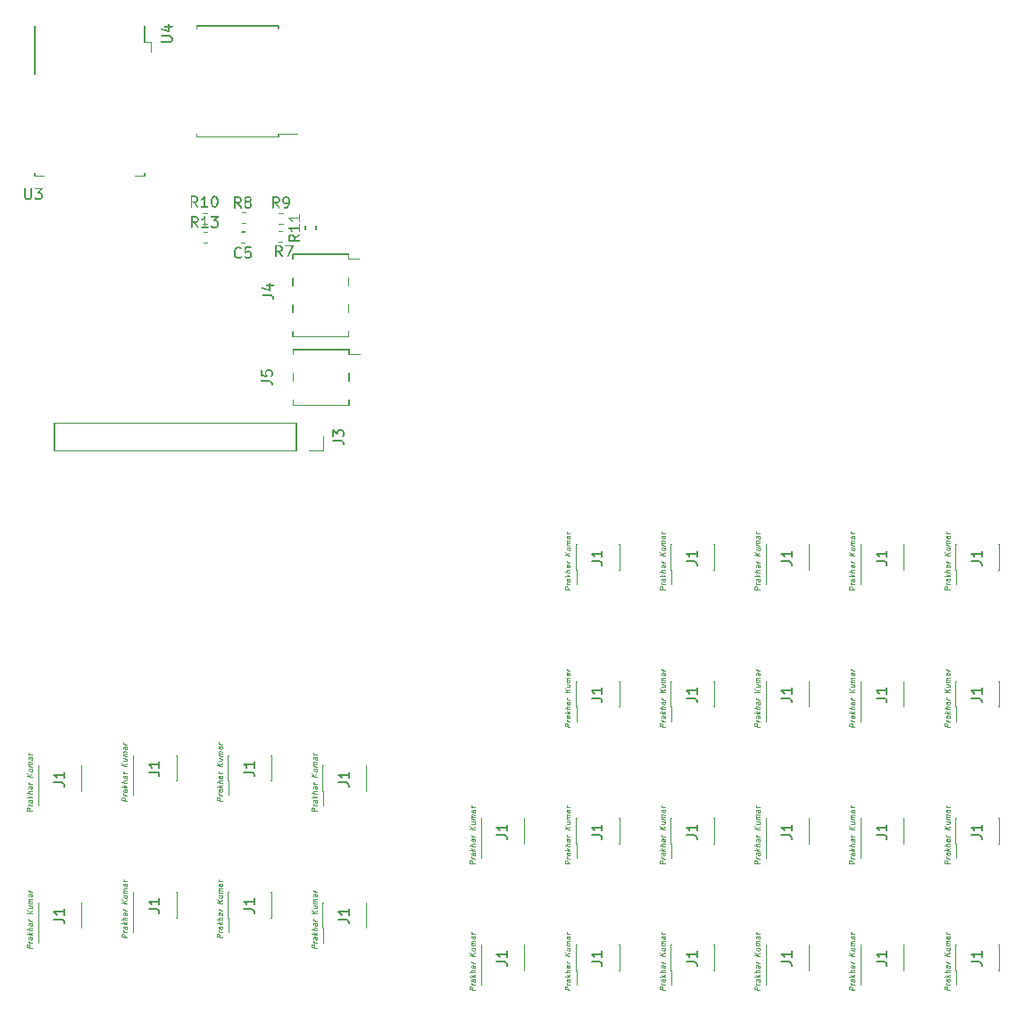
<source format=gto>
%MOIN*%
%OFA0B0*%
%FSLAX46Y46*%
%IPPOS*%
%LPD*%
%ADD10C,0.004921259842519685*%
%ADD11C,0.0047244094488188976*%
%ADD12C,0.005905511811023622*%
%ADD13C,0.004921259842519685*%
%ADD14C,0.0047244094488188976*%
%ADD15C,0.005905511811023622*%
%ADD16C,0.004921259842519685*%
%ADD17C,0.0047244094488188976*%
%ADD18C,0.005905511811023622*%
%ADD19C,0.004921259842519685*%
%ADD20C,0.0047244094488188976*%
%ADD21C,0.005905511811023622*%
%ADD22C,0.004921259842519685*%
%ADD23C,0.0047244094488188976*%
%ADD24C,0.005905511811023622*%
%ADD25C,0.004921259842519685*%
%ADD26C,0.0047244094488188976*%
%ADD27C,0.005905511811023622*%
%ADD28C,0.004921259842519685*%
%ADD29C,0.0047244094488188976*%
%ADD30C,0.005905511811023622*%
%ADD31C,0.004921259842519685*%
%ADD32C,0.0047244094488188976*%
%ADD33C,0.005905511811023622*%
%ADD34C,0.004921259842519685*%
%ADD35C,0.0047244094488188976*%
%ADD36C,0.005905511811023622*%
%ADD37C,0.004921259842519685*%
%ADD38C,0.0047244094488188976*%
%ADD39C,0.005905511811023622*%
%ADD40C,0.004921259842519685*%
%ADD41C,0.0047244094488188976*%
%ADD42C,0.005905511811023622*%
%ADD43C,0.004921259842519685*%
%ADD44C,0.0047244094488188976*%
%ADD45C,0.005905511811023622*%
%ADD46C,0.004921259842519685*%
%ADD47C,0.0047244094488188976*%
%ADD48C,0.005905511811023622*%
%ADD49C,0.004921259842519685*%
%ADD50C,0.0047244094488188976*%
%ADD51C,0.005905511811023622*%
%ADD52C,0.004921259842519685*%
%ADD53C,0.0047244094488188976*%
%ADD54C,0.005905511811023622*%
%ADD55C,0.004921259842519685*%
%ADD56C,0.0047244094488188976*%
%ADD57C,0.005905511811023622*%
%ADD58C,0.004921259842519685*%
%ADD59C,0.0047244094488188976*%
%ADD60C,0.005905511811023622*%
%ADD61C,0.004921259842519685*%
%ADD62C,0.0047244094488188976*%
%ADD63C,0.005905511811023622*%
%ADD64C,0.004921259842519685*%
%ADD65C,0.0047244094488188976*%
%ADD66C,0.005905511811023622*%
%ADD67C,0.004921259842519685*%
%ADD68C,0.0047244094488188976*%
%ADD69C,0.005905511811023622*%
%ADD70C,0.004921259842519685*%
%ADD71C,0.0047244094488188976*%
%ADD72C,0.005905511811023622*%
%ADD73C,0.004921259842519685*%
%ADD74C,0.0047244094488188976*%
%ADD75C,0.005905511811023622*%
%ADD76C,0.004921259842519685*%
%ADD77C,0.0047244094488188976*%
%ADD78C,0.005905511811023622*%
%ADD79C,0.004921259842519685*%
%ADD80C,0.0047244094488188976*%
%ADD81C,0.005905511811023622*%
%ADD82C,0.004921259842519685*%
%ADD83C,0.0047244094488188976*%
%ADD84C,0.005905511811023622*%
%ADD85C,0.004921259842519685*%
%ADD86C,0.0047244094488188976*%
%ADD87C,0.005905511811023622*%
%ADD88C,0.004921259842519685*%
%ADD89C,0.0047244094488188976*%
%ADD90C,0.005905511811023622*%
%ADD91C,0.004921259842519685*%
%ADD92C,0.0047244094488188976*%
%ADD93C,0.005905511811023622*%
%ADD94C,0.004921259842519685*%
%ADD95C,0.0047244094488188976*%
%ADD96C,0.005905511811023622*%
%ADD97C,0.004921259842519685*%
%ADD98C,0.0047244094488188976*%
%ADD99C,0.005905511811023622*%
G36*
X0000223800Y0003626500D02*
G01*
X0000224500Y0003626700D01*
X0000225200Y0003627000D01*
X0000225700Y0003627500D01*
X0000226000Y0003628200D01*
X0000226200Y0003628899D01*
X0000226200Y0003808900D01*
X0000226000Y0003809600D01*
X0000225700Y0003810300D01*
X0000225200Y0003810800D01*
X0000224500Y0003811100D01*
X0000223800Y0003811300D01*
X0000223100Y0003811100D01*
X0000222400Y0003810800D01*
X0000221900Y0003810300D01*
X0000221600Y0003809600D01*
X0000221400Y0003808900D01*
X0000221400Y0003628899D01*
X0000221600Y0003628200D01*
X0000221900Y0003627500D01*
X0000222400Y0003627000D01*
X0000223100Y0003626700D01*
X0000223800Y0003626500D01*
G37*
G36*
X0000658799Y0003711500D02*
G01*
X0000659499Y0003711700D01*
X0000660200Y0003712000D01*
X0000660700Y0003712500D01*
X0000661000Y0003713200D01*
X0000661200Y0003713900D01*
X0000661200Y0003748900D01*
X0000661000Y0003749600D01*
X0000660700Y0003750300D01*
X0000660200Y0003750800D01*
X0000659499Y0003751100D01*
X0000658799Y0003751300D01*
X0000658100Y0003751100D01*
X0000657400Y0003750800D01*
X0000656900Y0003750300D01*
X0000656600Y0003749600D01*
X0000656399Y0003748900D01*
X0000656399Y0003713900D01*
X0000656600Y0003713200D01*
X0000656900Y0003712500D01*
X0000657400Y0003712000D01*
X0000658100Y0003711700D01*
X0000658799Y0003711500D01*
G37*
G36*
X0000658799Y0003746500D02*
G01*
X0000659499Y0003746700D01*
X0000660200Y0003746999D01*
X0000660700Y0003747500D01*
X0000661000Y0003748200D01*
X0000661200Y0003748900D01*
X0000661000Y0003749600D01*
X0000660700Y0003750300D01*
X0000660200Y0003750800D01*
X0000659499Y0003751100D01*
X0000658799Y0003751300D01*
X0000633800Y0003751300D01*
X0000633100Y0003751100D01*
X0000632400Y0003750800D01*
X0000631899Y0003750300D01*
X0000631599Y0003749600D01*
X0000631400Y0003748900D01*
X0000631599Y0003748200D01*
X0000631899Y0003747500D01*
X0000632400Y0003746999D01*
X0000633100Y0003746700D01*
X0000633800Y0003746500D01*
X0000658799Y0003746500D01*
G37*
G36*
X0000633800Y0003746500D02*
G01*
X0000634500Y0003746700D01*
X0000635199Y0003746999D01*
X0000635700Y0003747500D01*
X0000636000Y0003748200D01*
X0000636200Y0003748900D01*
X0000636200Y0003808900D01*
X0000636000Y0003809600D01*
X0000635700Y0003810300D01*
X0000635199Y0003810800D01*
X0000634500Y0003811100D01*
X0000633800Y0003811300D01*
X0000633100Y0003811100D01*
X0000632400Y0003810800D01*
X0000631899Y0003810300D01*
X0000631599Y0003809600D01*
X0000631400Y0003808900D01*
X0000631400Y0003748900D01*
X0000631599Y0003748200D01*
X0000631899Y0003747500D01*
X0000632400Y0003746999D01*
X0000633100Y0003746700D01*
X0000633800Y0003746500D01*
G37*
G36*
X0000223800Y0003246500D02*
G01*
X0000224500Y0003246700D01*
X0000225200Y0003247000D01*
X0000225700Y0003247500D01*
X0000226000Y0003248199D01*
X0000226200Y0003248900D01*
X0000226200Y0003258900D01*
X0000226000Y0003259600D01*
X0000225700Y0003260300D01*
X0000225200Y0003260800D01*
X0000224500Y0003261100D01*
X0000223800Y0003261300D01*
X0000223100Y0003261100D01*
X0000222400Y0003260800D01*
X0000221900Y0003260300D01*
X0000221600Y0003259600D01*
X0000221400Y0003258900D01*
X0000221400Y0003248900D01*
X0000221600Y0003248199D01*
X0000221900Y0003247500D01*
X0000222400Y0003247000D01*
X0000223100Y0003246700D01*
X0000223800Y0003246500D01*
G37*
G36*
X0000633800Y0003246500D02*
G01*
X0000634500Y0003246700D01*
X0000635199Y0003247000D01*
X0000635700Y0003247500D01*
X0000636000Y0003248199D01*
X0000636200Y0003248900D01*
X0000636000Y0003249600D01*
X0000635700Y0003250300D01*
X0000635199Y0003250800D01*
X0000634500Y0003251100D01*
X0000633800Y0003251299D01*
X0000598800Y0003251299D01*
X0000598100Y0003251100D01*
X0000597400Y0003250800D01*
X0000596900Y0003250300D01*
X0000596500Y0003249600D01*
X0000596400Y0003248900D01*
X0000596500Y0003248199D01*
X0000596900Y0003247500D01*
X0000597400Y0003247000D01*
X0000598100Y0003246700D01*
X0000598800Y0003246500D01*
X0000633800Y0003246500D01*
G37*
G36*
X0000633800Y0003246500D02*
G01*
X0000634500Y0003246700D01*
X0000635199Y0003247000D01*
X0000635700Y0003247500D01*
X0000636000Y0003248199D01*
X0000636200Y0003248900D01*
X0000636200Y0003258900D01*
X0000636000Y0003259600D01*
X0000635700Y0003260300D01*
X0000635199Y0003260800D01*
X0000634500Y0003261100D01*
X0000633800Y0003261300D01*
X0000633100Y0003261100D01*
X0000632400Y0003260800D01*
X0000631899Y0003260300D01*
X0000631599Y0003259600D01*
X0000631400Y0003258900D01*
X0000631400Y0003248900D01*
X0000631599Y0003248199D01*
X0000631899Y0003247500D01*
X0000632400Y0003247000D01*
X0000633100Y0003246700D01*
X0000633800Y0003246500D01*
G37*
G36*
X0000258799Y0003246500D02*
G01*
X0000259500Y0003246700D01*
X0000260200Y0003247000D01*
X0000260700Y0003247500D01*
X0000261000Y0003248199D01*
X0000261200Y0003248900D01*
X0000261000Y0003249600D01*
X0000260700Y0003250300D01*
X0000260200Y0003250800D01*
X0000259500Y0003251100D01*
X0000258799Y0003251299D01*
X0000223800Y0003251299D01*
X0000223100Y0003251100D01*
X0000222400Y0003250800D01*
X0000221900Y0003250300D01*
X0000221600Y0003249600D01*
X0000221400Y0003248900D01*
X0000221600Y0003248199D01*
X0000221900Y0003247500D01*
X0000222400Y0003247000D01*
X0000223100Y0003246700D01*
X0000223800Y0003246500D01*
X0000258799Y0003246500D01*
G37*
G36*
X0000866600Y0003106700D02*
G01*
X0000867400Y0003106800D01*
X0000868000Y0003107200D01*
X0000868600Y0003107699D01*
X0000868900Y0003108400D01*
X0000869000Y0003109100D01*
X0000868900Y0003109800D01*
X0000868600Y0003110500D01*
X0000868000Y0003111000D01*
X0000867400Y0003111300D01*
X0000866600Y0003111500D01*
X0000853200Y0003111500D01*
X0000852400Y0003111300D01*
X0000851800Y0003111000D01*
X0000851200Y0003110500D01*
X0000850900Y0003109800D01*
X0000850800Y0003109100D01*
X0000850900Y0003108400D01*
X0000851200Y0003107699D01*
X0000851800Y0003107200D01*
X0000852400Y0003106800D01*
X0000853200Y0003106700D01*
X0000866600Y0003106700D01*
G37*
G36*
X0000866600Y0003066600D02*
G01*
X0000867400Y0003066700D01*
X0000868000Y0003067000D01*
X0000868600Y0003067500D01*
X0000868900Y0003068200D01*
X0000869000Y0003068899D01*
X0000868900Y0003069699D01*
X0000868600Y0003070300D01*
X0000868000Y0003070800D01*
X0000867400Y0003071200D01*
X0000866600Y0003071299D01*
X0000853200Y0003071299D01*
X0000852400Y0003071200D01*
X0000851800Y0003070800D01*
X0000851200Y0003070300D01*
X0000850900Y0003069699D01*
X0000850800Y0003068899D01*
X0000850900Y0003068200D01*
X0000851200Y0003067500D01*
X0000851800Y0003067000D01*
X0000852400Y0003066700D01*
X0000853200Y0003066600D01*
X0000866600Y0003066600D01*
G37*
G36*
X0001274100Y0003046899D02*
G01*
X0001274800Y0003047000D01*
X0001275500Y0003047400D01*
X0001275999Y0003047900D01*
X0001276300Y0003048600D01*
X0001276399Y0003049300D01*
X0001276399Y0003062800D01*
X0001276300Y0003063500D01*
X0001275999Y0003064200D01*
X0001275500Y0003064700D01*
X0001274800Y0003065000D01*
X0001274100Y0003065100D01*
X0001273300Y0003065000D01*
X0001272700Y0003064700D01*
X0001272200Y0003064200D01*
X0001271800Y0003063500D01*
X0001271700Y0003062800D01*
X0001271700Y0003049300D01*
X0001271800Y0003048600D01*
X0001272200Y0003047900D01*
X0001272700Y0003047400D01*
X0001273300Y0003047000D01*
X0001274100Y0003046899D01*
G37*
G36*
X0001233900Y0003046899D02*
G01*
X0001234600Y0003047000D01*
X0001235300Y0003047400D01*
X0001235800Y0003047900D01*
X0001236200Y0003048600D01*
X0001236300Y0003049300D01*
X0001236300Y0003062800D01*
X0001236200Y0003063500D01*
X0001235800Y0003064200D01*
X0001235300Y0003064700D01*
X0001234600Y0003065000D01*
X0001233900Y0003065100D01*
X0001233200Y0003065000D01*
X0001232500Y0003064700D01*
X0001232000Y0003064200D01*
X0001231700Y0003063500D01*
X0001231600Y0003062800D01*
X0001231600Y0003049300D01*
X0001231700Y0003048600D01*
X0001232000Y0003047900D01*
X0001232500Y0003047400D01*
X0001233200Y0003047000D01*
X0001233900Y0003046899D01*
G37*
G36*
X0001436300Y0002935699D02*
G01*
X0001437000Y0002935900D01*
X0001437700Y0002936200D01*
X0001438200Y0002936700D01*
X0001438500Y0002937400D01*
X0001438600Y0002938100D01*
X0001438500Y0002938800D01*
X0001438200Y0002939500D01*
X0001437700Y0002939999D01*
X0001437000Y0002940399D01*
X0001436300Y0002940500D01*
X0001396100Y0002940500D01*
X0001395400Y0002940399D01*
X0001394700Y0002939999D01*
X0001394200Y0002939500D01*
X0001393900Y0002938800D01*
X0001393800Y0002938100D01*
X0001393900Y0002937400D01*
X0001394200Y0002936700D01*
X0001394700Y0002936200D01*
X0001395400Y0002935900D01*
X0001396100Y0002935699D01*
X0001436300Y0002935699D01*
G37*
G36*
X0001396100Y0002935699D02*
G01*
X0001396799Y0002935900D01*
X0001397500Y0002936200D01*
X0001397999Y0002936700D01*
X0001398400Y0002937400D01*
X0001398500Y0002938100D01*
X0001398500Y0002957200D01*
X0001398400Y0002957900D01*
X0001397999Y0002958600D01*
X0001397500Y0002959100D01*
X0001396799Y0002959500D01*
X0001396100Y0002959600D01*
X0001395400Y0002959500D01*
X0001394700Y0002959100D01*
X0001394200Y0002958600D01*
X0001393900Y0002957900D01*
X0001393800Y0002957200D01*
X0001393800Y0002938100D01*
X0001393900Y0002937400D01*
X0001394200Y0002936700D01*
X0001394700Y0002936200D01*
X0001395400Y0002935900D01*
X0001396100Y0002935699D01*
G37*
G36*
X0001396100Y0002954800D02*
G01*
X0001396799Y0002955000D01*
X0001397500Y0002955300D01*
X0001397999Y0002955800D01*
X0001398400Y0002956500D01*
X0001398500Y0002957200D01*
X0001398400Y0002957900D01*
X0001397999Y0002958600D01*
X0001397500Y0002959100D01*
X0001396799Y0002959500D01*
X0001396100Y0002959600D01*
X0001187500Y0002959600D01*
X0001186700Y0002959500D01*
X0001186100Y0002959100D01*
X0001185500Y0002958600D01*
X0001185200Y0002957900D01*
X0001185100Y0002957200D01*
X0001185200Y0002956500D01*
X0001185500Y0002955800D01*
X0001186100Y0002955300D01*
X0001186700Y0002955000D01*
X0001187500Y0002954800D01*
X0001396100Y0002954800D01*
G37*
G36*
X0001187500Y0002935699D02*
G01*
X0001188200Y0002935900D01*
X0001188800Y0002936200D01*
X0001189400Y0002936700D01*
X0001189700Y0002937400D01*
X0001189800Y0002938100D01*
X0001189800Y0002957200D01*
X0001189700Y0002957900D01*
X0001189400Y0002958600D01*
X0001188800Y0002959100D01*
X0001188200Y0002959500D01*
X0001187500Y0002959600D01*
X0001186700Y0002959500D01*
X0001186100Y0002959100D01*
X0001185500Y0002958600D01*
X0001185200Y0002957900D01*
X0001185100Y0002957200D01*
X0001185100Y0002938100D01*
X0001185200Y0002937400D01*
X0001185500Y0002936700D01*
X0001186100Y0002936200D01*
X0001186700Y0002935900D01*
X0001187500Y0002935699D01*
G37*
G36*
X0001396100Y0002646200D02*
G01*
X0001396799Y0002646300D01*
X0001397500Y0002646600D01*
X0001397999Y0002647200D01*
X0001398400Y0002647800D01*
X0001398500Y0002648500D01*
X0001398500Y0002667600D01*
X0001398400Y0002668400D01*
X0001397999Y0002669000D01*
X0001397500Y0002669500D01*
X0001396799Y0002669900D01*
X0001396100Y0002670000D01*
X0001395400Y0002669900D01*
X0001394700Y0002669500D01*
X0001394200Y0002669000D01*
X0001393900Y0002668400D01*
X0001393800Y0002667600D01*
X0001393800Y0002648500D01*
X0001393900Y0002647800D01*
X0001394200Y0002647200D01*
X0001394700Y0002646600D01*
X0001395400Y0002646300D01*
X0001396100Y0002646200D01*
G37*
G36*
X0001396100Y0002646200D02*
G01*
X0001396799Y0002646300D01*
X0001397500Y0002646600D01*
X0001397999Y0002647200D01*
X0001398400Y0002647800D01*
X0001398500Y0002648500D01*
X0001398400Y0002649300D01*
X0001397999Y0002649900D01*
X0001397500Y0002650500D01*
X0001396799Y0002650800D01*
X0001396100Y0002650900D01*
X0001187500Y0002650900D01*
X0001186700Y0002650800D01*
X0001186100Y0002650500D01*
X0001185500Y0002649900D01*
X0001185200Y0002649300D01*
X0001185100Y0002648500D01*
X0001185200Y0002647800D01*
X0001185500Y0002647200D01*
X0001186100Y0002646600D01*
X0001186700Y0002646300D01*
X0001187500Y0002646200D01*
X0001396100Y0002646200D01*
G37*
G36*
X0001187500Y0002646200D02*
G01*
X0001188200Y0002646300D01*
X0001188800Y0002646600D01*
X0001189400Y0002647200D01*
X0001189700Y0002647800D01*
X0001189800Y0002648500D01*
X0001189800Y0002667600D01*
X0001189700Y0002668400D01*
X0001189400Y0002669000D01*
X0001188800Y0002669500D01*
X0001188200Y0002669900D01*
X0001187500Y0002670000D01*
X0001186700Y0002669900D01*
X0001186100Y0002669500D01*
X0001185500Y0002669000D01*
X0001185200Y0002668400D01*
X0001185100Y0002667600D01*
X0001185100Y0002648500D01*
X0001185200Y0002647800D01*
X0001185500Y0002647200D01*
X0001186100Y0002646600D01*
X0001186700Y0002646300D01*
X0001187500Y0002646200D01*
G37*
G36*
X0001396100Y0002835700D02*
G01*
X0001396799Y0002835900D01*
X0001397500Y0002836200D01*
X0001397999Y0002836700D01*
X0001398400Y0002837400D01*
X0001398500Y0002838100D01*
X0001398500Y0002867599D01*
X0001398400Y0002868399D01*
X0001397999Y0002869000D01*
X0001397500Y0002869500D01*
X0001396799Y0002869900D01*
X0001396100Y0002870000D01*
X0001395400Y0002869900D01*
X0001394700Y0002869500D01*
X0001394200Y0002869000D01*
X0001393900Y0002868399D01*
X0001393800Y0002867599D01*
X0001393800Y0002838100D01*
X0001393900Y0002837400D01*
X0001394200Y0002836700D01*
X0001394700Y0002836200D01*
X0001395400Y0002835900D01*
X0001396100Y0002835700D01*
G37*
G36*
X0001187500Y0002835700D02*
G01*
X0001188200Y0002835900D01*
X0001188800Y0002836200D01*
X0001189400Y0002836700D01*
X0001189700Y0002837400D01*
X0001189800Y0002838100D01*
X0001189800Y0002867599D01*
X0001189700Y0002868399D01*
X0001189400Y0002869000D01*
X0001188800Y0002869500D01*
X0001188200Y0002869900D01*
X0001187500Y0002870000D01*
X0001186700Y0002869900D01*
X0001186100Y0002869500D01*
X0001185500Y0002869000D01*
X0001185200Y0002868399D01*
X0001185100Y0002867599D01*
X0001185100Y0002838100D01*
X0001185200Y0002837400D01*
X0001185500Y0002836700D01*
X0001186100Y0002836200D01*
X0001186700Y0002835900D01*
X0001187500Y0002835700D01*
G37*
G36*
X0001396100Y0002735700D02*
G01*
X0001396799Y0002735900D01*
X0001397500Y0002736200D01*
X0001397999Y0002736700D01*
X0001398400Y0002737400D01*
X0001398500Y0002738100D01*
X0001398500Y0002767600D01*
X0001398400Y0002768400D01*
X0001397999Y0002769000D01*
X0001397500Y0002769500D01*
X0001396799Y0002769900D01*
X0001396100Y0002769999D01*
X0001395400Y0002769900D01*
X0001394700Y0002769500D01*
X0001394200Y0002769000D01*
X0001393900Y0002768400D01*
X0001393800Y0002767600D01*
X0001393800Y0002738100D01*
X0001393900Y0002737400D01*
X0001394200Y0002736700D01*
X0001394700Y0002736200D01*
X0001395400Y0002735900D01*
X0001396100Y0002735700D01*
G37*
G36*
X0001187500Y0002735700D02*
G01*
X0001188200Y0002735900D01*
X0001188800Y0002736200D01*
X0001189400Y0002736700D01*
X0001189700Y0002737400D01*
X0001189800Y0002738100D01*
X0001189800Y0002767600D01*
X0001189700Y0002768400D01*
X0001189400Y0002769000D01*
X0001188800Y0002769500D01*
X0001188200Y0002769900D01*
X0001187500Y0002769999D01*
X0001186700Y0002769900D01*
X0001186100Y0002769500D01*
X0001185500Y0002769000D01*
X0001185200Y0002768400D01*
X0001185100Y0002767600D01*
X0001185100Y0002738100D01*
X0001185200Y0002737400D01*
X0001185500Y0002736700D01*
X0001186100Y0002736200D01*
X0001186700Y0002735900D01*
X0001187500Y0002735700D01*
G37*
G36*
X0001011800Y0003109300D02*
G01*
X0001012500Y0003109400D01*
X0001013200Y0003109800D01*
X0001013700Y0003110300D01*
X0001014000Y0003111000D01*
X0001014200Y0003111700D01*
X0001014000Y0003112400D01*
X0001013700Y0003113100D01*
X0001013200Y0003113600D01*
X0001012500Y0003113900D01*
X0001011800Y0003114100D01*
X0000998300Y0003114100D01*
X0000997600Y0003113900D01*
X0000996900Y0003113600D01*
X0000996400Y0003113100D01*
X0000996100Y0003112400D01*
X0000996000Y0003111700D01*
X0000996100Y0003111000D01*
X0000996400Y0003110300D01*
X0000996900Y0003109800D01*
X0000997600Y0003109400D01*
X0000998300Y0003109300D01*
X0001011800Y0003109300D01*
G37*
G36*
X0001011800Y0003069200D02*
G01*
X0001012500Y0003069299D01*
X0001013200Y0003069600D01*
X0001013700Y0003070099D01*
X0001014000Y0003070800D01*
X0001014200Y0003071500D01*
X0001014000Y0003072300D01*
X0001013700Y0003072900D01*
X0001013200Y0003073400D01*
X0001012500Y0003073800D01*
X0001011800Y0003073900D01*
X0000998300Y0003073900D01*
X0000997600Y0003073800D01*
X0000996900Y0003073400D01*
X0000996400Y0003072900D01*
X0000996100Y0003072300D01*
X0000996000Y0003071500D01*
X0000996100Y0003070800D01*
X0000996400Y0003070099D01*
X0000996900Y0003069600D01*
X0000997600Y0003069299D01*
X0000998300Y0003069200D01*
X0001011800Y0003069200D01*
G37*
G36*
X0001437000Y0002579700D02*
G01*
X0001437800Y0002579800D01*
X0001438400Y0002580200D01*
X0001438900Y0002580700D01*
X0001439300Y0002581400D01*
X0001439399Y0002582100D01*
X0001439300Y0002582800D01*
X0001438900Y0002583500D01*
X0001438400Y0002584000D01*
X0001437800Y0002584300D01*
X0001437000Y0002584500D01*
X0001396900Y0002584500D01*
X0001396100Y0002584300D01*
X0001395500Y0002584000D01*
X0001395000Y0002583500D01*
X0001394600Y0002582800D01*
X0001394500Y0002582100D01*
X0001394600Y0002581400D01*
X0001395000Y0002580700D01*
X0001395500Y0002580200D01*
X0001396100Y0002579800D01*
X0001396900Y0002579700D01*
X0001437000Y0002579700D01*
G37*
G36*
X0001396900Y0002579700D02*
G01*
X0001397599Y0002579800D01*
X0001398300Y0002580200D01*
X0001398800Y0002580700D01*
X0001399100Y0002581400D01*
X0001399200Y0002582100D01*
X0001399200Y0002601199D01*
X0001399100Y0002601900D01*
X0001398800Y0002602600D01*
X0001398300Y0002603100D01*
X0001397599Y0002603400D01*
X0001396900Y0002603499D01*
X0001396100Y0002603400D01*
X0001395500Y0002603100D01*
X0001395000Y0002602600D01*
X0001394600Y0002601900D01*
X0001394500Y0002601199D01*
X0001394500Y0002582100D01*
X0001394600Y0002581400D01*
X0001395000Y0002580700D01*
X0001395500Y0002580200D01*
X0001396100Y0002579800D01*
X0001396900Y0002579700D01*
G37*
G36*
X0001396900Y0002598800D02*
G01*
X0001397599Y0002598900D01*
X0001398300Y0002599300D01*
X0001398800Y0002599800D01*
X0001399100Y0002600500D01*
X0001399200Y0002601199D01*
X0001399100Y0002601900D01*
X0001398800Y0002602600D01*
X0001398300Y0002603100D01*
X0001397599Y0002603400D01*
X0001396900Y0002603499D01*
X0001188200Y0002603499D01*
X0001187500Y0002603400D01*
X0001186800Y0002603100D01*
X0001186300Y0002602600D01*
X0001186000Y0002601900D01*
X0001185800Y0002601199D01*
X0001186000Y0002600500D01*
X0001186300Y0002599800D01*
X0001186800Y0002599300D01*
X0001187500Y0002598900D01*
X0001188200Y0002598800D01*
X0001396900Y0002598800D01*
G37*
G36*
X0001188200Y0002579700D02*
G01*
X0001188900Y0002579800D01*
X0001189600Y0002580200D01*
X0001190100Y0002580700D01*
X0001190500Y0002581400D01*
X0001190600Y0002582100D01*
X0001190600Y0002601199D01*
X0001190500Y0002601900D01*
X0001190100Y0002602600D01*
X0001189600Y0002603100D01*
X0001188900Y0002603400D01*
X0001188200Y0002603499D01*
X0001187500Y0002603400D01*
X0001186800Y0002603100D01*
X0001186300Y0002602600D01*
X0001186000Y0002601900D01*
X0001185800Y0002601199D01*
X0001185800Y0002582100D01*
X0001186000Y0002581400D01*
X0001186300Y0002580700D01*
X0001186800Y0002580200D01*
X0001187500Y0002579800D01*
X0001188200Y0002579700D01*
G37*
G36*
X0001396900Y0002390200D02*
G01*
X0001397599Y0002390300D01*
X0001398300Y0002390600D01*
X0001398800Y0002391100D01*
X0001399100Y0002391800D01*
X0001399200Y0002392500D01*
X0001399200Y0002411600D01*
X0001399100Y0002412300D01*
X0001398800Y0002413000D01*
X0001398300Y0002413500D01*
X0001397599Y0002413900D01*
X0001396900Y0002414000D01*
X0001396100Y0002413900D01*
X0001395500Y0002413500D01*
X0001395000Y0002413000D01*
X0001394600Y0002412300D01*
X0001394500Y0002411600D01*
X0001394500Y0002392500D01*
X0001394600Y0002391800D01*
X0001395000Y0002391100D01*
X0001395500Y0002390600D01*
X0001396100Y0002390300D01*
X0001396900Y0002390200D01*
G37*
G36*
X0001396900Y0002390200D02*
G01*
X0001397599Y0002390300D01*
X0001398300Y0002390600D01*
X0001398800Y0002391100D01*
X0001399100Y0002391800D01*
X0001399200Y0002392500D01*
X0001399100Y0002393300D01*
X0001398800Y0002393900D01*
X0001398300Y0002394400D01*
X0001397599Y0002394800D01*
X0001396900Y0002394900D01*
X0001188200Y0002394900D01*
X0001187500Y0002394800D01*
X0001186800Y0002394400D01*
X0001186300Y0002393900D01*
X0001186000Y0002393300D01*
X0001185800Y0002392500D01*
X0001186000Y0002391800D01*
X0001186300Y0002391100D01*
X0001186800Y0002390600D01*
X0001187500Y0002390300D01*
X0001188200Y0002390200D01*
X0001396900Y0002390200D01*
G37*
G36*
X0001188200Y0002390200D02*
G01*
X0001188900Y0002390300D01*
X0001189600Y0002390600D01*
X0001190100Y0002391100D01*
X0001190500Y0002391800D01*
X0001190600Y0002392500D01*
X0001190600Y0002411600D01*
X0001190500Y0002412300D01*
X0001190100Y0002413000D01*
X0001189600Y0002413500D01*
X0001188900Y0002413900D01*
X0001188200Y0002414000D01*
X0001187500Y0002413900D01*
X0001186800Y0002413500D01*
X0001186300Y0002413000D01*
X0001186000Y0002412300D01*
X0001185800Y0002411600D01*
X0001185800Y0002392500D01*
X0001186000Y0002391800D01*
X0001186300Y0002391100D01*
X0001186800Y0002390600D01*
X0001187500Y0002390300D01*
X0001188200Y0002390200D01*
G37*
G36*
X0001396900Y0002479700D02*
G01*
X0001397599Y0002479800D01*
X0001398300Y0002480200D01*
X0001398800Y0002480700D01*
X0001399100Y0002481400D01*
X0001399200Y0002482100D01*
X0001399200Y0002511600D01*
X0001399100Y0002512300D01*
X0001398800Y0002513000D01*
X0001398300Y0002513500D01*
X0001397599Y0002513900D01*
X0001396900Y0002514000D01*
X0001396100Y0002513900D01*
X0001395500Y0002513500D01*
X0001395000Y0002513000D01*
X0001394600Y0002512300D01*
X0001394500Y0002511600D01*
X0001394500Y0002482100D01*
X0001394600Y0002481400D01*
X0001395000Y0002480700D01*
X0001395500Y0002480200D01*
X0001396100Y0002479800D01*
X0001396900Y0002479700D01*
G37*
G36*
X0001188200Y0002479700D02*
G01*
X0001188900Y0002479800D01*
X0001189600Y0002480200D01*
X0001190100Y0002480700D01*
X0001190500Y0002481400D01*
X0001190600Y0002482100D01*
X0001190600Y0002511600D01*
X0001190500Y0002512300D01*
X0001190100Y0002513000D01*
X0001189600Y0002513500D01*
X0001188900Y0002513900D01*
X0001188200Y0002514000D01*
X0001187500Y0002513900D01*
X0001186800Y0002513500D01*
X0001186300Y0002513000D01*
X0001186000Y0002512300D01*
X0001185800Y0002511600D01*
X0001185800Y0002482100D01*
X0001186000Y0002481400D01*
X0001186300Y0002480700D01*
X0001186800Y0002480200D01*
X0001187500Y0002479800D01*
X0001188200Y0002479700D01*
G37*
G36*
X0000868900Y0003036000D02*
G01*
X0000869600Y0003036100D01*
X0000870300Y0003036400D01*
X0000870800Y0003037000D01*
X0000871100Y0003037599D01*
X0000871200Y0003038300D01*
X0000871100Y0003039100D01*
X0000870800Y0003039700D01*
X0000870300Y0003040300D01*
X0000869600Y0003040600D01*
X0000868900Y0003040700D01*
X0000855400Y0003040700D01*
X0000854700Y0003040600D01*
X0000854000Y0003040300D01*
X0000853500Y0003039700D01*
X0000853200Y0003039100D01*
X0000853000Y0003038300D01*
X0000853200Y0003037599D01*
X0000853500Y0003037000D01*
X0000854000Y0003036400D01*
X0000854700Y0003036100D01*
X0000855400Y0003036000D01*
X0000868900Y0003036000D01*
G37*
G36*
X0000868900Y0002995800D02*
G01*
X0000869600Y0002995900D01*
X0000870300Y0002996300D01*
X0000870800Y0002996800D01*
X0000871100Y0002997500D01*
X0000871200Y0002998200D01*
X0000871100Y0002998900D01*
X0000870800Y0002999600D01*
X0000870300Y0003000100D01*
X0000869600Y0003000399D01*
X0000868900Y0003000600D01*
X0000855400Y0003000600D01*
X0000854700Y0003000399D01*
X0000854000Y0003000100D01*
X0000853500Y0002999600D01*
X0000853200Y0002998900D01*
X0000853000Y0002998200D01*
X0000853200Y0002997500D01*
X0000853500Y0002996800D01*
X0000854000Y0002996300D01*
X0000854700Y0002995900D01*
X0000855400Y0002995800D01*
X0000868900Y0002995800D01*
G37*
G36*
X0000981300Y0003808199D02*
G01*
X0000982000Y0003808300D01*
X0000982700Y0003808600D01*
X0000983200Y0003809100D01*
X0000983500Y0003809800D01*
X0000983600Y0003810500D01*
X0000983500Y0003811200D01*
X0000983200Y0003811900D01*
X0000982700Y0003812400D01*
X0000982000Y0003812800D01*
X0000981300Y0003812900D01*
X0000829300Y0003812900D01*
X0000828600Y0003812800D01*
X0000827900Y0003812400D01*
X0000827400Y0003811900D01*
X0000827100Y0003811200D01*
X0000826900Y0003810500D01*
X0000827100Y0003809800D01*
X0000827400Y0003809100D01*
X0000827900Y0003808600D01*
X0000828600Y0003808300D01*
X0000829300Y0003808199D01*
X0000981300Y0003808199D01*
G37*
G36*
X0000829300Y0003798099D02*
G01*
X0000830000Y0003798200D01*
X0000830700Y0003798600D01*
X0000831200Y0003799100D01*
X0000831600Y0003799700D01*
X0000831700Y0003800500D01*
X0000831700Y0003810500D01*
X0000831600Y0003811200D01*
X0000831200Y0003811900D01*
X0000830700Y0003812400D01*
X0000830000Y0003812800D01*
X0000829300Y0003812900D01*
X0000828600Y0003812800D01*
X0000827900Y0003812400D01*
X0000827400Y0003811900D01*
X0000827100Y0003811200D01*
X0000826900Y0003810500D01*
X0000826900Y0003800500D01*
X0000827100Y0003799700D01*
X0000827400Y0003799100D01*
X0000827900Y0003798600D01*
X0000828600Y0003798200D01*
X0000829300Y0003798099D01*
G37*
G36*
X0001133200Y0003808199D02*
G01*
X0001134000Y0003808300D01*
X0001134600Y0003808600D01*
X0001135200Y0003809100D01*
X0001135500Y0003809800D01*
X0001135600Y0003810500D01*
X0001135500Y0003811200D01*
X0001135200Y0003811900D01*
X0001134600Y0003812400D01*
X0001134000Y0003812800D01*
X0001133200Y0003812900D01*
X0000981300Y0003812900D01*
X0000980500Y0003812800D01*
X0000979900Y0003812400D01*
X0000979400Y0003811900D01*
X0000979000Y0003811200D01*
X0000978900Y0003810500D01*
X0000979000Y0003809800D01*
X0000979400Y0003809100D01*
X0000979900Y0003808600D01*
X0000980500Y0003808300D01*
X0000981300Y0003808199D01*
X0001133200Y0003808199D01*
G37*
G36*
X0001133200Y0003798099D02*
G01*
X0001134000Y0003798200D01*
X0001134600Y0003798600D01*
X0001135200Y0003799100D01*
X0001135500Y0003799700D01*
X0001135600Y0003800500D01*
X0001135600Y0003810500D01*
X0001135500Y0003811200D01*
X0001135200Y0003811900D01*
X0001134600Y0003812400D01*
X0001134000Y0003812800D01*
X0001133200Y0003812900D01*
X0001132500Y0003812800D01*
X0001131900Y0003812400D01*
X0001131300Y0003811900D01*
X0001131000Y0003811200D01*
X0001130900Y0003810500D01*
X0001130900Y0003800500D01*
X0001131000Y0003799700D01*
X0001131300Y0003799100D01*
X0001131900Y0003798600D01*
X0001132500Y0003798200D01*
X0001133200Y0003798099D01*
G37*
G36*
X0000981300Y0003394000D02*
G01*
X0000982000Y0003394100D01*
X0000982700Y0003394400D01*
X0000983200Y0003394999D01*
X0000983500Y0003395600D01*
X0000983600Y0003396300D01*
X0000983500Y0003397100D01*
X0000983200Y0003397699D01*
X0000982700Y0003398300D01*
X0000982000Y0003398600D01*
X0000981300Y0003398700D01*
X0000829300Y0003398700D01*
X0000828600Y0003398600D01*
X0000827900Y0003398300D01*
X0000827400Y0003397699D01*
X0000827100Y0003397100D01*
X0000826900Y0003396300D01*
X0000827100Y0003395600D01*
X0000827400Y0003394999D01*
X0000827900Y0003394400D01*
X0000828600Y0003394100D01*
X0000829300Y0003394000D01*
X0000981300Y0003394000D01*
G37*
G36*
X0000829300Y0003394000D02*
G01*
X0000830000Y0003394100D01*
X0000830700Y0003394400D01*
X0000831200Y0003394999D01*
X0000831600Y0003395600D01*
X0000831700Y0003396300D01*
X0000831700Y0003406400D01*
X0000831600Y0003407100D01*
X0000831200Y0003407800D01*
X0000830700Y0003408300D01*
X0000830000Y0003408600D01*
X0000829300Y0003408700D01*
X0000828600Y0003408600D01*
X0000827900Y0003408300D01*
X0000827400Y0003407800D01*
X0000827100Y0003407100D01*
X0000826900Y0003406400D01*
X0000826900Y0003396300D01*
X0000827100Y0003395600D01*
X0000827400Y0003394999D01*
X0000827900Y0003394400D01*
X0000828600Y0003394100D01*
X0000829300Y0003394000D01*
G37*
G36*
X0001133200Y0003394000D02*
G01*
X0001134000Y0003394100D01*
X0001134600Y0003394400D01*
X0001135200Y0003394999D01*
X0001135500Y0003395600D01*
X0001135600Y0003396300D01*
X0001135500Y0003397100D01*
X0001135200Y0003397699D01*
X0001134600Y0003398300D01*
X0001134000Y0003398600D01*
X0001133200Y0003398700D01*
X0000981300Y0003398700D01*
X0000980500Y0003398600D01*
X0000979900Y0003398300D01*
X0000979400Y0003397699D01*
X0000979000Y0003397100D01*
X0000978900Y0003396300D01*
X0000979000Y0003395600D01*
X0000979400Y0003394999D01*
X0000979900Y0003394400D01*
X0000980500Y0003394100D01*
X0000981300Y0003394000D01*
X0001133200Y0003394000D01*
G37*
G36*
X0001133200Y0003394000D02*
G01*
X0001134000Y0003394100D01*
X0001134600Y0003394400D01*
X0001135200Y0003394999D01*
X0001135500Y0003395600D01*
X0001135600Y0003396300D01*
X0001135600Y0003406400D01*
X0001135500Y0003407100D01*
X0001135200Y0003407800D01*
X0001134600Y0003408300D01*
X0001134000Y0003408600D01*
X0001133200Y0003408700D01*
X0001132500Y0003408600D01*
X0001131900Y0003408300D01*
X0001131300Y0003407800D01*
X0001131000Y0003407100D01*
X0001130900Y0003406400D01*
X0001130900Y0003396300D01*
X0001131000Y0003395600D01*
X0001131300Y0003394999D01*
X0001131900Y0003394400D01*
X0001132500Y0003394100D01*
X0001133200Y0003394000D01*
G37*
G36*
X0001204700Y0003404000D02*
G01*
X0001205400Y0003404100D01*
X0001206100Y0003404500D01*
X0001206600Y0003405000D01*
X0001206900Y0003405600D01*
X0001207100Y0003406400D01*
X0001206900Y0003407100D01*
X0001206600Y0003407800D01*
X0001206100Y0003408300D01*
X0001205400Y0003408600D01*
X0001204700Y0003408700D01*
X0001133200Y0003408700D01*
X0001132500Y0003408600D01*
X0001131900Y0003408300D01*
X0001131300Y0003407800D01*
X0001131000Y0003407100D01*
X0001130900Y0003406400D01*
X0001131000Y0003405600D01*
X0001131300Y0003405000D01*
X0001131900Y0003404500D01*
X0001132500Y0003404100D01*
X0001133200Y0003404000D01*
X0001204700Y0003404000D01*
G37*
G36*
X0001009200Y0002997400D02*
G01*
X0001009900Y0002997600D01*
X0001010600Y0002997900D01*
X0001011100Y0002998400D01*
X0001011400Y0002999100D01*
X0001011500Y0002999800D01*
X0001011400Y0003000500D01*
X0001011100Y0003001199D01*
X0001010600Y0003001700D01*
X0001009900Y0003002100D01*
X0001009200Y0003002200D01*
X0000995700Y0003002200D01*
X0000994900Y0003002100D01*
X0000994300Y0003001700D01*
X0000993800Y0003001199D01*
X0000993400Y0003000500D01*
X0000993300Y0002999800D01*
X0000993400Y0002999100D01*
X0000993800Y0002998400D01*
X0000994300Y0002997900D01*
X0000994900Y0002997600D01*
X0000995700Y0002997400D01*
X0001009200Y0002997400D01*
G37*
G36*
X0001009200Y0003037599D02*
G01*
X0001009900Y0003037700D01*
X0001010600Y0003037999D01*
X0001011100Y0003038600D01*
X0001011400Y0003039200D01*
X0001011500Y0003040000D01*
X0001011400Y0003040700D01*
X0001011100Y0003041300D01*
X0001010600Y0003041900D01*
X0001009900Y0003042200D01*
X0001009200Y0003042300D01*
X0000995700Y0003042300D01*
X0000994900Y0003042200D01*
X0000994300Y0003041900D01*
X0000993800Y0003041300D01*
X0000993400Y0003040700D01*
X0000993300Y0003040000D01*
X0000993400Y0003039200D01*
X0000993800Y0003038600D01*
X0000994300Y0003037999D01*
X0000994900Y0003037700D01*
X0000995700Y0003037599D01*
X0001009200Y0003037599D01*
G37*
G36*
X0001150700Y0003106099D02*
G01*
X0001151400Y0003106300D01*
X0001152000Y0003106600D01*
X0001152600Y0003107100D01*
X0001152900Y0003107800D01*
X0001153000Y0003108500D01*
X0001152900Y0003109200D01*
X0001152600Y0003109900D01*
X0001152000Y0003110399D01*
X0001151400Y0003110799D01*
X0001150700Y0003110900D01*
X0001137200Y0003110900D01*
X0001136400Y0003110799D01*
X0001135800Y0003110399D01*
X0001135300Y0003109900D01*
X0001134900Y0003109200D01*
X0001134800Y0003108500D01*
X0001134900Y0003107800D01*
X0001135300Y0003107100D01*
X0001135800Y0003106600D01*
X0001136400Y0003106300D01*
X0001137200Y0003106099D01*
X0001150700Y0003106099D01*
G37*
G36*
X0001150700Y0003066000D02*
G01*
X0001151400Y0003066100D01*
X0001152000Y0003066400D01*
X0001152600Y0003067000D01*
X0001152900Y0003067600D01*
X0001153000Y0003068300D01*
X0001152900Y0003069100D01*
X0001152600Y0003069699D01*
X0001152000Y0003070300D01*
X0001151400Y0003070600D01*
X0001150700Y0003070700D01*
X0001137200Y0003070700D01*
X0001136400Y0003070600D01*
X0001135800Y0003070300D01*
X0001135300Y0003069699D01*
X0001134900Y0003069100D01*
X0001134800Y0003068300D01*
X0001134900Y0003067600D01*
X0001135300Y0003067000D01*
X0001135800Y0003066400D01*
X0001136400Y0003066100D01*
X0001137200Y0003066000D01*
X0001150700Y0003066000D01*
G37*
G36*
X0001150000Y0003039100D02*
G01*
X0001150800Y0003039200D01*
X0001151400Y0003039600D01*
X0001151900Y0003040100D01*
X0001152300Y0003040800D01*
X0001152400Y0003041500D01*
X0001152300Y0003042200D01*
X0001151900Y0003042900D01*
X0001151400Y0003043400D01*
X0001150800Y0003043700D01*
X0001150000Y0003043900D01*
X0001136500Y0003043900D01*
X0001135800Y0003043700D01*
X0001135200Y0003043400D01*
X0001134600Y0003042900D01*
X0001134300Y0003042200D01*
X0001134200Y0003041500D01*
X0001134300Y0003040800D01*
X0001134600Y0003040100D01*
X0001135200Y0003039600D01*
X0001135800Y0003039200D01*
X0001136500Y0003039100D01*
X0001150000Y0003039100D01*
G37*
G36*
X0001150000Y0002999000D02*
G01*
X0001150800Y0002999100D01*
X0001151400Y0002999400D01*
X0001151900Y0002999999D01*
X0001152300Y0003000600D01*
X0001152400Y0003001300D01*
X0001152300Y0003002100D01*
X0001151900Y0003002700D01*
X0001151400Y0003003300D01*
X0001150800Y0003003600D01*
X0001150000Y0003003700D01*
X0001136500Y0003003700D01*
X0001135800Y0003003600D01*
X0001135200Y0003003300D01*
X0001134600Y0003002700D01*
X0001134300Y0003002100D01*
X0001134200Y0003001300D01*
X0001134300Y0003000600D01*
X0001134600Y0002999999D01*
X0001135200Y0002999400D01*
X0001135800Y0002999100D01*
X0001136500Y0002999000D01*
X0001150000Y0002999000D01*
G37*
G36*
X0001200100Y0002218900D02*
G01*
X0001200800Y0002219000D01*
X0001201400Y0002219300D01*
X0001202000Y0002219900D01*
X0001202300Y0002220500D01*
X0001202400Y0002221300D01*
X0001202400Y0002326000D01*
X0001202300Y0002326700D01*
X0001202000Y0002327400D01*
X0001201400Y0002327900D01*
X0001200800Y0002328200D01*
X0001200100Y0002328300D01*
X0001199300Y0002328200D01*
X0001198700Y0002327900D01*
X0001198100Y0002327400D01*
X0001197800Y0002326700D01*
X0001197700Y0002326000D01*
X0001197700Y0002221300D01*
X0001197800Y0002220500D01*
X0001198100Y0002219900D01*
X0001198700Y0002219300D01*
X0001199300Y0002219000D01*
X0001200100Y0002218900D01*
G37*
G36*
X0001200100Y0002323600D02*
G01*
X0001200800Y0002323700D01*
X0001201400Y0002324100D01*
X0001202000Y0002324600D01*
X0001202300Y0002325300D01*
X0001202400Y0002326000D01*
X0001202300Y0002326700D01*
X0001202000Y0002327400D01*
X0001201400Y0002327900D01*
X0001200800Y0002328200D01*
X0001200100Y0002328300D01*
X0000297700Y0002328300D01*
X0000297000Y0002328200D01*
X0000296300Y0002327900D01*
X0000295800Y0002327400D01*
X0000295400Y0002326700D01*
X0000295300Y0002326000D01*
X0000295400Y0002325300D01*
X0000295800Y0002324600D01*
X0000296300Y0002324100D01*
X0000297000Y0002323700D01*
X0000297700Y0002323600D01*
X0001200100Y0002323600D01*
G37*
G36*
X0000297700Y0002218900D02*
G01*
X0000298400Y0002219000D01*
X0000299100Y0002219300D01*
X0000299600Y0002219900D01*
X0000299900Y0002220500D01*
X0000300100Y0002221300D01*
X0000300100Y0002326000D01*
X0000299900Y0002326700D01*
X0000299600Y0002327400D01*
X0000299100Y0002327900D01*
X0000298400Y0002328200D01*
X0000297700Y0002328300D01*
X0000297000Y0002328200D01*
X0000296300Y0002327900D01*
X0000295800Y0002327400D01*
X0000295400Y0002326700D01*
X0000295300Y0002326000D01*
X0000295300Y0002221300D01*
X0000295400Y0002220500D01*
X0000295800Y0002219900D01*
X0000296300Y0002219300D01*
X0000297000Y0002219000D01*
X0000297700Y0002218900D01*
G37*
G36*
X0001200100Y0002218900D02*
G01*
X0001200800Y0002219000D01*
X0001201400Y0002219300D01*
X0001202000Y0002219900D01*
X0001202300Y0002220500D01*
X0001202400Y0002221300D01*
X0001202300Y0002222000D01*
X0001202000Y0002222600D01*
X0001201400Y0002223200D01*
X0001200800Y0002223500D01*
X0001200100Y0002223600D01*
X0000297700Y0002223600D01*
X0000297000Y0002223500D01*
X0000296300Y0002223200D01*
X0000295800Y0002222600D01*
X0000295400Y0002222000D01*
X0000295300Y0002221300D01*
X0000295400Y0002220500D01*
X0000295800Y0002219900D01*
X0000296300Y0002219300D01*
X0000297000Y0002219000D01*
X0000297700Y0002218900D01*
X0001200100Y0002218900D01*
G37*
G36*
X0001302400Y0002218900D02*
G01*
X0001303100Y0002219000D01*
X0001303800Y0002219300D01*
X0001304300Y0002219900D01*
X0001304700Y0002220500D01*
X0001304800Y0002221300D01*
X0001304700Y0002222000D01*
X0001304300Y0002222600D01*
X0001303800Y0002223200D01*
X0001303100Y0002223500D01*
X0001302400Y0002223600D01*
X0001250100Y0002223600D01*
X0001249300Y0002223500D01*
X0001248700Y0002223200D01*
X0001248100Y0002222600D01*
X0001247800Y0002222000D01*
X0001247700Y0002221300D01*
X0001247800Y0002220500D01*
X0001248100Y0002219900D01*
X0001248700Y0002219300D01*
X0001249300Y0002219000D01*
X0001250100Y0002218900D01*
X0001302400Y0002218900D01*
G37*
G36*
X0001302400Y0002218900D02*
G01*
X0001303100Y0002219000D01*
X0001303800Y0002219300D01*
X0001304300Y0002219900D01*
X0001304700Y0002220500D01*
X0001304800Y0002221300D01*
X0001304800Y0002273600D01*
X0001304700Y0002274400D01*
X0001304300Y0002275000D01*
X0001303800Y0002275500D01*
X0001303100Y0002275900D01*
X0001302400Y0002276000D01*
X0001301700Y0002275900D01*
X0001301000Y0002275500D01*
X0001300500Y0002275000D01*
X0001300199Y0002274400D01*
X0001300100Y0002273600D01*
X0001300100Y0002221300D01*
X0001300199Y0002220500D01*
X0001300500Y0002219900D01*
X0001301000Y0002219300D01*
X0001301700Y0002219000D01*
X0001302400Y0002218900D01*
G37*
G36*
X0000187700Y0003167200D02*
G01*
X0000188600Y0003167400D01*
X0000189400Y0003167800D01*
X0000190000Y0003168400D01*
X0000190500Y0003169200D01*
X0000190599Y0003170200D01*
X0000190599Y0003202000D01*
X0000190500Y0003202899D01*
X0000190000Y0003203800D01*
X0000189400Y0003204400D01*
X0000188600Y0003204800D01*
X0000187700Y0003205000D01*
X0000186700Y0003204800D01*
X0000185900Y0003204400D01*
X0000185299Y0003203800D01*
X0000184900Y0003202899D01*
X0000184700Y0003202000D01*
X0000184700Y0003170200D01*
X0000184900Y0003169200D01*
X0000185299Y0003168400D01*
X0000185900Y0003167800D01*
X0000186700Y0003167400D01*
X0000187700Y0003167200D01*
G37*
G36*
X0000189500Y0003163500D02*
G01*
X0000190400Y0003163600D01*
X0000191300Y0003164000D01*
X0000191900Y0003164700D01*
X0000192300Y0003165500D01*
X0000192500Y0003166400D01*
X0000192300Y0003167299D01*
X0000190500Y0003171100D01*
X0000190000Y0003171900D01*
X0000189400Y0003172600D01*
X0000188600Y0003173000D01*
X0000187700Y0003173100D01*
X0000186700Y0003173000D01*
X0000185900Y0003172600D01*
X0000185299Y0003171900D01*
X0000184900Y0003171100D01*
X0000184700Y0003170200D01*
X0000184900Y0003169200D01*
X0000184900Y0003169200D01*
X0000186700Y0003165500D01*
X0000187100Y0003164700D01*
X0000187800Y0003164000D01*
X0000188600Y0003163600D01*
X0000189500Y0003163500D01*
G37*
G36*
X0000191399Y0003161600D02*
G01*
X0000192300Y0003161700D01*
X0000193100Y0003162100D01*
X0000193800Y0003162800D01*
X0000194200Y0003163600D01*
X0000194399Y0003164500D01*
X0000194200Y0003165500D01*
X0000193800Y0003166300D01*
X0000191900Y0003168099D01*
X0000191900Y0003168099D01*
X0000191300Y0003168800D01*
X0000190400Y0003169200D01*
X0000189500Y0003169400D01*
X0000188600Y0003169200D01*
X0000187800Y0003168800D01*
X0000187100Y0003168099D01*
X0000186700Y0003167299D01*
X0000186600Y0003166400D01*
X0000186700Y0003165500D01*
X0000187100Y0003164700D01*
X0000187800Y0003164000D01*
X0000189700Y0003162100D01*
X0000190500Y0003161700D01*
X0000191399Y0003161600D01*
G37*
G36*
X0000195200Y0003159700D02*
G01*
X0000196100Y0003159900D01*
X0000196900Y0003160300D01*
X0000197500Y0003160900D01*
X0000198000Y0003161800D01*
X0000198100Y0003162700D01*
X0000198000Y0003163600D01*
X0000197500Y0003164400D01*
X0000196900Y0003165100D01*
X0000196100Y0003165500D01*
X0000192300Y0003167299D01*
X0000191399Y0003167500D01*
X0000190500Y0003167299D01*
X0000189700Y0003166899D01*
X0000189000Y0003166300D01*
X0000188600Y0003165500D01*
X0000188500Y0003164500D01*
X0000188600Y0003163600D01*
X0000189000Y0003162800D01*
X0000189700Y0003162100D01*
X0000190500Y0003161700D01*
X0000194200Y0003159900D01*
X0000195200Y0003159700D01*
G37*
G36*
X0000202700Y0003159700D02*
G01*
X0000203600Y0003159900D01*
X0000204400Y0003160300D01*
X0000204999Y0003160900D01*
X0000205500Y0003161800D01*
X0000205600Y0003162700D01*
X0000205500Y0003163600D01*
X0000204999Y0003164400D01*
X0000204400Y0003165100D01*
X0000203600Y0003165500D01*
X0000202700Y0003165600D01*
X0000195200Y0003165600D01*
X0000194200Y0003165500D01*
X0000193400Y0003165100D01*
X0000192800Y0003164400D01*
X0000192300Y0003163600D01*
X0000192200Y0003162700D01*
X0000192300Y0003161800D01*
X0000192800Y0003160900D01*
X0000193400Y0003160300D01*
X0000194200Y0003159900D01*
X0000195200Y0003159700D01*
X0000202700Y0003159700D01*
G37*
G36*
X0000202700Y0003159700D02*
G01*
X0000203600Y0003159900D01*
X0000207300Y0003161700D01*
X0000208100Y0003162100D01*
X0000208800Y0003162800D01*
X0000209200Y0003163600D01*
X0000209400Y0003164500D01*
X0000209200Y0003165500D01*
X0000208800Y0003166300D01*
X0000208100Y0003166899D01*
X0000207300Y0003167299D01*
X0000206400Y0003167500D01*
X0000205500Y0003167299D01*
X0000201700Y0003165500D01*
X0000200900Y0003165100D01*
X0000200300Y0003164400D01*
X0000199800Y0003163600D01*
X0000199699Y0003162700D01*
X0000199800Y0003161800D01*
X0000200300Y0003160900D01*
X0000200900Y0003160300D01*
X0000201700Y0003159900D01*
X0000202700Y0003159700D01*
G37*
G36*
X0000206400Y0003161600D02*
G01*
X0000207300Y0003161700D01*
X0000208100Y0003162100D01*
X0000208800Y0003162800D01*
X0000210700Y0003164700D01*
X0000211100Y0003165500D01*
X0000211200Y0003166400D01*
X0000211100Y0003167299D01*
X0000210700Y0003168099D01*
X0000210000Y0003168800D01*
X0000209200Y0003169200D01*
X0000208300Y0003169400D01*
X0000207400Y0003169200D01*
X0000206500Y0003168800D01*
X0000205900Y0003168099D01*
X0000204000Y0003166300D01*
X0000203600Y0003165500D01*
X0000203499Y0003164500D01*
X0000203600Y0003163600D01*
X0000204000Y0003162800D01*
X0000204700Y0003162100D01*
X0000205500Y0003161700D01*
X0000206400Y0003161600D01*
G37*
G36*
X0000208300Y0003163500D02*
G01*
X0000209200Y0003163600D01*
X0000210000Y0003164000D01*
X0000210700Y0003164700D01*
X0000211100Y0003165500D01*
X0000212900Y0003169200D01*
X0000213000Y0003169200D01*
X0000213100Y0003170200D01*
X0000213000Y0003171100D01*
X0000212500Y0003171900D01*
X0000211900Y0003172600D01*
X0000211100Y0003173000D01*
X0000210200Y0003173100D01*
X0000209200Y0003173000D01*
X0000208400Y0003172600D01*
X0000207800Y0003171900D01*
X0000207300Y0003171100D01*
X0000205500Y0003167299D01*
X0000205300Y0003166400D01*
X0000205500Y0003165500D01*
X0000205900Y0003164700D01*
X0000206500Y0003164000D01*
X0000207400Y0003163600D01*
X0000208300Y0003163500D01*
G37*
G36*
X0000210200Y0003167200D02*
G01*
X0000211100Y0003167400D01*
X0000211900Y0003167800D01*
X0000212500Y0003168400D01*
X0000213000Y0003169200D01*
X0000213100Y0003170200D01*
X0000213100Y0003202000D01*
X0000213000Y0003202899D01*
X0000212500Y0003203800D01*
X0000211900Y0003204400D01*
X0000211100Y0003204800D01*
X0000210200Y0003205000D01*
X0000209200Y0003204800D01*
X0000208400Y0003204400D01*
X0000207800Y0003203800D01*
X0000207300Y0003202899D01*
X0000207200Y0003202000D01*
X0000207200Y0003170200D01*
X0000207300Y0003169200D01*
X0000207800Y0003168400D01*
X0000208400Y0003167800D01*
X0000209200Y0003167400D01*
X0000210200Y0003167200D01*
G37*
G36*
X0000249500Y0003199100D02*
G01*
X0000250400Y0003199200D01*
X0000251300Y0003199600D01*
X0000251900Y0003200300D01*
X0000252300Y0003201100D01*
X0000252500Y0003202000D01*
X0000252300Y0003202899D01*
X0000251900Y0003203800D01*
X0000251300Y0003204400D01*
X0000250400Y0003204800D01*
X0000249500Y0003205000D01*
X0000225200Y0003205000D01*
X0000224200Y0003204800D01*
X0000223400Y0003204400D01*
X0000222800Y0003203800D01*
X0000222300Y0003202899D01*
X0000222200Y0003202000D01*
X0000222300Y0003201100D01*
X0000222800Y0003200300D01*
X0000223400Y0003199600D01*
X0000224200Y0003199200D01*
X0000225200Y0003199100D01*
X0000249500Y0003199100D01*
G37*
G36*
X0000236400Y0003184100D02*
G01*
X0000237300Y0003184200D01*
X0000238100Y0003184600D01*
X0000238800Y0003185300D01*
X0000251900Y0003200300D01*
X0000252300Y0003201100D01*
X0000252500Y0003202000D01*
X0000252300Y0003202899D01*
X0000251900Y0003203800D01*
X0000251300Y0003204400D01*
X0000250400Y0003204800D01*
X0000249500Y0003205000D01*
X0000248600Y0003204800D01*
X0000247800Y0003204400D01*
X0000247100Y0003203800D01*
X0000234000Y0003188800D01*
X0000233600Y0003187900D01*
X0000233500Y0003187000D01*
X0000233600Y0003186100D01*
X0000234000Y0003185300D01*
X0000234700Y0003184600D01*
X0000235500Y0003184200D01*
X0000236400Y0003184100D01*
G37*
G36*
X0000242000Y0003184100D02*
G01*
X0000242900Y0003184200D01*
X0000243800Y0003184600D01*
X0000244400Y0003185300D01*
X0000244800Y0003186100D01*
X0000245000Y0003187000D01*
X0000244800Y0003187900D01*
X0000244400Y0003188800D01*
X0000243800Y0003189400D01*
X0000242900Y0003189800D01*
X0000242000Y0003190000D01*
X0000236400Y0003190000D01*
X0000235500Y0003189800D01*
X0000234700Y0003189400D01*
X0000234000Y0003188800D01*
X0000233600Y0003187900D01*
X0000233500Y0003187000D01*
X0000233600Y0003186100D01*
X0000234000Y0003185300D01*
X0000234700Y0003184600D01*
X0000235500Y0003184200D01*
X0000236400Y0003184100D01*
X0000242000Y0003184100D01*
G37*
G36*
X0000245800Y0003182200D02*
G01*
X0000246700Y0003182400D01*
X0000247500Y0003182799D01*
X0000248200Y0003183400D01*
X0000248600Y0003184200D01*
X0000248700Y0003185200D01*
X0000248600Y0003186100D01*
X0000248200Y0003186900D01*
X0000247500Y0003187500D01*
X0000246700Y0003188000D01*
X0000242900Y0003189800D01*
X0000242000Y0003190000D01*
X0000241100Y0003189800D01*
X0000240300Y0003189400D01*
X0000239600Y0003188800D01*
X0000239200Y0003187900D01*
X0000239100Y0003187000D01*
X0000239200Y0003186100D01*
X0000239600Y0003185300D01*
X0000240300Y0003184600D01*
X0000241100Y0003184200D01*
X0000244900Y0003182400D01*
X0000245800Y0003182200D01*
G37*
G36*
X0000247700Y0003180300D02*
G01*
X0000248600Y0003180499D01*
X0000249400Y0003180899D01*
X0000250000Y0003181500D01*
X0000250500Y0003182400D01*
X0000250600Y0003183300D01*
X0000250500Y0003184200D01*
X0000250000Y0003185000D01*
X0000249400Y0003185700D01*
X0000248200Y0003186900D01*
X0000248200Y0003186900D01*
X0000247500Y0003187500D01*
X0000246700Y0003188000D01*
X0000245800Y0003188100D01*
X0000244900Y0003188000D01*
X0000244000Y0003187500D01*
X0000243400Y0003186900D01*
X0000243000Y0003186100D01*
X0000242800Y0003185200D01*
X0000243000Y0003184200D01*
X0000243400Y0003183400D01*
X0000244000Y0003182799D01*
X0000245300Y0003181600D01*
X0000245300Y0003181500D01*
X0000245900Y0003180899D01*
X0000246700Y0003180499D01*
X0000247700Y0003180300D01*
G37*
G36*
X0000249500Y0003176600D02*
G01*
X0000250400Y0003176700D01*
X0000251300Y0003177100D01*
X0000251900Y0003177800D01*
X0000252300Y0003178600D01*
X0000252500Y0003179500D01*
X0000252300Y0003180400D01*
X0000250500Y0003184200D01*
X0000250000Y0003185000D01*
X0000249400Y0003185700D01*
X0000248600Y0003186100D01*
X0000247700Y0003186200D01*
X0000246700Y0003186100D01*
X0000245900Y0003185700D01*
X0000245300Y0003185000D01*
X0000244800Y0003184200D01*
X0000244700Y0003183300D01*
X0000244800Y0003182400D01*
X0000246700Y0003178600D01*
X0000247100Y0003177800D01*
X0000247800Y0003177100D01*
X0000248600Y0003176700D01*
X0000249500Y0003176600D01*
G37*
G36*
X0000249500Y0003167200D02*
G01*
X0000250400Y0003167400D01*
X0000251300Y0003167800D01*
X0000251900Y0003168400D01*
X0000252300Y0003169200D01*
X0000252500Y0003170200D01*
X0000252500Y0003179500D01*
X0000252300Y0003180400D01*
X0000251900Y0003181300D01*
X0000251300Y0003181900D01*
X0000250400Y0003182300D01*
X0000249500Y0003182500D01*
X0000248600Y0003182300D01*
X0000247800Y0003181900D01*
X0000247100Y0003181300D01*
X0000246700Y0003180400D01*
X0000246600Y0003179500D01*
X0000246600Y0003170200D01*
X0000246700Y0003169200D01*
X0000247100Y0003168400D01*
X0000247800Y0003167800D01*
X0000248600Y0003167400D01*
X0000249500Y0003167200D01*
G37*
G36*
X0000247700Y0003163500D02*
G01*
X0000248600Y0003163600D01*
X0000249400Y0003164000D01*
X0000250000Y0003164700D01*
X0000250500Y0003165500D01*
X0000252300Y0003169200D01*
X0000252300Y0003169200D01*
X0000252500Y0003170200D01*
X0000252300Y0003171100D01*
X0000251900Y0003171900D01*
X0000251300Y0003172600D01*
X0000250400Y0003173000D01*
X0000249500Y0003173100D01*
X0000248600Y0003173000D01*
X0000247800Y0003172600D01*
X0000247100Y0003171900D01*
X0000246700Y0003171100D01*
X0000244800Y0003167299D01*
X0000244700Y0003166400D01*
X0000244800Y0003165500D01*
X0000245300Y0003164700D01*
X0000245900Y0003164000D01*
X0000246700Y0003163600D01*
X0000247700Y0003163500D01*
G37*
G36*
X0000245800Y0003161600D02*
G01*
X0000246700Y0003161700D01*
X0000247500Y0003162100D01*
X0000248200Y0003162800D01*
X0000250000Y0003164700D01*
X0000250500Y0003165500D01*
X0000250600Y0003166400D01*
X0000250500Y0003167299D01*
X0000250000Y0003168099D01*
X0000249400Y0003168800D01*
X0000248600Y0003169200D01*
X0000247700Y0003169400D01*
X0000246700Y0003169200D01*
X0000245900Y0003168800D01*
X0000245300Y0003168099D01*
X0000243400Y0003166300D01*
X0000243000Y0003165500D01*
X0000242800Y0003164500D01*
X0000243000Y0003163600D01*
X0000243400Y0003162800D01*
X0000244000Y0003162100D01*
X0000244900Y0003161700D01*
X0000245800Y0003161600D01*
G37*
G36*
X0000242000Y0003159700D02*
G01*
X0000242900Y0003159900D01*
X0000246700Y0003161700D01*
X0000247500Y0003162100D01*
X0000248200Y0003162800D01*
X0000248600Y0003163600D01*
X0000248700Y0003164500D01*
X0000248600Y0003165500D01*
X0000248200Y0003166300D01*
X0000247500Y0003166899D01*
X0000246700Y0003167299D01*
X0000245800Y0003167500D01*
X0000244900Y0003167299D01*
X0000241100Y0003165500D01*
X0000240300Y0003165100D01*
X0000239600Y0003164400D01*
X0000239200Y0003163600D01*
X0000239100Y0003162700D01*
X0000239200Y0003161800D01*
X0000239600Y0003160900D01*
X0000240300Y0003160300D01*
X0000241100Y0003159900D01*
X0000242000Y0003159700D01*
G37*
G36*
X0000242000Y0003159700D02*
G01*
X0000242900Y0003159900D01*
X0000243800Y0003160300D01*
X0000244400Y0003160900D01*
X0000244800Y0003161800D01*
X0000245000Y0003162700D01*
X0000244800Y0003163600D01*
X0000244400Y0003164400D01*
X0000243800Y0003165100D01*
X0000242900Y0003165500D01*
X0000242000Y0003165600D01*
X0000230800Y0003165600D01*
X0000229900Y0003165500D01*
X0000229000Y0003165100D01*
X0000228400Y0003164400D01*
X0000228000Y0003163600D01*
X0000227800Y0003162700D01*
X0000228000Y0003161800D01*
X0000228400Y0003160900D01*
X0000229000Y0003160300D01*
X0000229900Y0003159900D01*
X0000230800Y0003159700D01*
X0000242000Y0003159700D01*
G37*
G36*
X0000230800Y0003159700D02*
G01*
X0000231700Y0003159900D01*
X0000232500Y0003160300D01*
X0000233200Y0003160900D01*
X0000233600Y0003161800D01*
X0000233700Y0003162700D01*
X0000233600Y0003163600D01*
X0000233200Y0003164400D01*
X0000232500Y0003165100D01*
X0000231700Y0003165500D01*
X0000227900Y0003167299D01*
X0000227000Y0003167500D01*
X0000226100Y0003167299D01*
X0000225300Y0003166899D01*
X0000224600Y0003166300D01*
X0000224200Y0003165500D01*
X0000224100Y0003164500D01*
X0000224200Y0003163600D01*
X0000224600Y0003162800D01*
X0000225300Y0003162100D01*
X0000226100Y0003161700D01*
X0000229900Y0003159900D01*
X0000230800Y0003159700D01*
G37*
G36*
X0000227000Y0003161600D02*
G01*
X0000227900Y0003161700D01*
X0000228800Y0003162100D01*
X0000229400Y0003162800D01*
X0000229800Y0003163600D01*
X0000230000Y0003164500D01*
X0000229800Y0003165500D01*
X0000229400Y0003166300D01*
X0000228800Y0003166899D01*
X0000227500Y0003168099D01*
X0000227500Y0003168099D01*
X0000226900Y0003168800D01*
X0000226100Y0003169200D01*
X0000225200Y0003169400D01*
X0000224200Y0003169200D01*
X0000223400Y0003168800D01*
X0000222800Y0003168099D01*
X0000222300Y0003167299D01*
X0000222200Y0003166400D01*
X0000222300Y0003165500D01*
X0000222800Y0003164700D01*
X0000223400Y0003164000D01*
X0000224600Y0003162800D01*
X0000224600Y0003162800D01*
X0000225300Y0003162100D01*
X0000226100Y0003161700D01*
X0000227000Y0003161600D01*
G37*
G36*
X0000831200Y0003130700D02*
G01*
X0000832200Y0003130800D01*
X0000833000Y0003131299D01*
X0000833600Y0003131900D01*
X0000834100Y0003132700D01*
X0000834200Y0003133600D01*
X0000834100Y0003134600D01*
X0000833600Y0003135400D01*
X0000820500Y0003154099D01*
X0000819900Y0003154800D01*
X0000819000Y0003155200D01*
X0000818100Y0003155299D01*
X0000817200Y0003155200D01*
X0000816400Y0003154800D01*
X0000815700Y0003154099D01*
X0000815300Y0003153300D01*
X0000815200Y0003152400D01*
X0000815300Y0003151500D01*
X0000815700Y0003150700D01*
X0000828900Y0003131900D01*
X0000829500Y0003131299D01*
X0000830300Y0003130800D01*
X0000831200Y0003130700D01*
G37*
G36*
X0000808700Y0003130700D02*
G01*
X0000809700Y0003130800D01*
X0000810500Y0003131299D01*
X0000811100Y0003131900D01*
X0000811600Y0003132700D01*
X0000811700Y0003133600D01*
X0000811700Y0003173000D01*
X0000811600Y0003173900D01*
X0000811100Y0003174800D01*
X0000810500Y0003175400D01*
X0000809700Y0003175799D01*
X0000808700Y0003176000D01*
X0000807799Y0003175799D01*
X0000807000Y0003175400D01*
X0000806400Y0003174800D01*
X0000805900Y0003173900D01*
X0000805800Y0003173000D01*
X0000805800Y0003133600D01*
X0000805900Y0003132700D01*
X0000806400Y0003131900D01*
X0000807000Y0003131299D01*
X0000807799Y0003130800D01*
X0000808700Y0003130700D01*
G37*
G36*
X0000823700Y0003170100D02*
G01*
X0000824700Y0003170200D01*
X0000825500Y0003170600D01*
X0000826099Y0003171300D01*
X0000826600Y0003172100D01*
X0000826700Y0003173000D01*
X0000826600Y0003173900D01*
X0000826099Y0003174800D01*
X0000825500Y0003175400D01*
X0000824700Y0003175799D01*
X0000823700Y0003176000D01*
X0000808700Y0003176000D01*
X0000807799Y0003175799D01*
X0000807000Y0003175400D01*
X0000806400Y0003174800D01*
X0000805900Y0003173900D01*
X0000805800Y0003173000D01*
X0000805900Y0003172100D01*
X0000806400Y0003171300D01*
X0000807000Y0003170600D01*
X0000807799Y0003170200D01*
X0000808700Y0003170100D01*
X0000823700Y0003170100D01*
G37*
G36*
X0000827500Y0003168200D02*
G01*
X0000828400Y0003168300D01*
X0000829200Y0003168800D01*
X0000829900Y0003169400D01*
X0000830300Y0003170200D01*
X0000830400Y0003171100D01*
X0000830300Y0003172100D01*
X0000829900Y0003172900D01*
X0000829200Y0003173500D01*
X0000828400Y0003174000D01*
X0000824700Y0003175799D01*
X0000823700Y0003176000D01*
X0000822800Y0003175799D01*
X0000822000Y0003175400D01*
X0000821400Y0003174800D01*
X0000820900Y0003173900D01*
X0000820800Y0003173000D01*
X0000820900Y0003172100D01*
X0000821400Y0003171300D01*
X0000822000Y0003170600D01*
X0000822800Y0003170200D01*
X0000826600Y0003168300D01*
X0000827500Y0003168200D01*
G37*
G36*
X0000829400Y0003166300D02*
G01*
X0000830300Y0003166499D01*
X0000831100Y0003166899D01*
X0000831800Y0003167500D01*
X0000832200Y0003168400D01*
X0000832300Y0003169300D01*
X0000832200Y0003170200D01*
X0000831800Y0003171000D01*
X0000829900Y0003172900D01*
X0000829900Y0003172900D01*
X0000829200Y0003173500D01*
X0000828400Y0003174000D01*
X0000827500Y0003174100D01*
X0000826600Y0003174000D01*
X0000825800Y0003173500D01*
X0000825100Y0003172900D01*
X0000824700Y0003172100D01*
X0000824500Y0003171100D01*
X0000824700Y0003170200D01*
X0000825100Y0003169400D01*
X0000827600Y0003166899D01*
X0000828500Y0003166499D01*
X0000829400Y0003166300D01*
G37*
G36*
X0000831200Y0003162600D02*
G01*
X0000832200Y0003162700D01*
X0000833000Y0003163100D01*
X0000833600Y0003163799D01*
X0000834100Y0003164600D01*
X0000834200Y0003165500D01*
X0000834100Y0003166400D01*
X0000832200Y0003170200D01*
X0000831800Y0003171000D01*
X0000831100Y0003171700D01*
X0000830300Y0003172100D01*
X0000829400Y0003172200D01*
X0000828500Y0003172100D01*
X0000827600Y0003171700D01*
X0000827000Y0003171000D01*
X0000826600Y0003170200D01*
X0000826400Y0003169300D01*
X0000826600Y0003168400D01*
X0000828400Y0003164600D01*
X0000828900Y0003163799D01*
X0000829500Y0003163100D01*
X0000830300Y0003162700D01*
X0000831200Y0003162600D01*
G37*
G36*
X0000831200Y0003156900D02*
G01*
X0000832200Y0003157100D01*
X0000833000Y0003157500D01*
X0000833600Y0003158200D01*
X0000834100Y0003159000D01*
X0000834200Y0003159900D01*
X0000834200Y0003165500D01*
X0000834100Y0003166400D01*
X0000833600Y0003167299D01*
X0000833000Y0003167900D01*
X0000832200Y0003168300D01*
X0000831200Y0003168499D01*
X0000830300Y0003168300D01*
X0000829500Y0003167900D01*
X0000828900Y0003167299D01*
X0000828400Y0003166400D01*
X0000828300Y0003165500D01*
X0000828300Y0003159900D01*
X0000828400Y0003159000D01*
X0000828900Y0003158200D01*
X0000829500Y0003157500D01*
X0000830300Y0003157100D01*
X0000831200Y0003156900D01*
G37*
G36*
X0000829400Y0003153200D02*
G01*
X0000830300Y0003153300D01*
X0000831100Y0003153800D01*
X0000831800Y0003154400D01*
X0000832200Y0003155200D01*
X0000834000Y0003159000D01*
X0000834100Y0003159000D01*
X0000834200Y0003159900D01*
X0000834100Y0003160800D01*
X0000833600Y0003161600D01*
X0000833000Y0003162300D01*
X0000832200Y0003162700D01*
X0000831200Y0003162800D01*
X0000830300Y0003162700D01*
X0000829500Y0003162300D01*
X0000828900Y0003161600D01*
X0000828400Y0003160800D01*
X0000826600Y0003157100D01*
X0000826400Y0003156099D01*
X0000826600Y0003155200D01*
X0000827000Y0003154400D01*
X0000827600Y0003153800D01*
X0000828500Y0003153300D01*
X0000829400Y0003153200D01*
G37*
G36*
X0000827500Y0003151300D02*
G01*
X0000828400Y0003151500D01*
X0000829200Y0003151900D01*
X0000829900Y0003152500D01*
X0000831100Y0003153800D01*
X0000831100Y0003153800D01*
X0000831800Y0003154400D01*
X0000832200Y0003155200D01*
X0000832300Y0003156099D01*
X0000832200Y0003157100D01*
X0000831800Y0003157900D01*
X0000831100Y0003158500D01*
X0000830300Y0003159000D01*
X0000829400Y0003159100D01*
X0000828500Y0003159000D01*
X0000827600Y0003158500D01*
X0000825100Y0003156000D01*
X0000824700Y0003155200D01*
X0000824500Y0003154300D01*
X0000824700Y0003153400D01*
X0000825100Y0003152500D01*
X0000825800Y0003151900D01*
X0000826600Y0003151500D01*
X0000827500Y0003151300D01*
G37*
G36*
X0000823700Y0003149400D02*
G01*
X0000824700Y0003149600D01*
X0000828400Y0003151500D01*
X0000829200Y0003151900D01*
X0000829900Y0003152500D01*
X0000830300Y0003153400D01*
X0000830400Y0003154300D01*
X0000830300Y0003155200D01*
X0000829900Y0003156000D01*
X0000829200Y0003156700D01*
X0000828400Y0003157100D01*
X0000827500Y0003157200D01*
X0000826600Y0003157100D01*
X0000822800Y0003155200D01*
X0000822000Y0003154800D01*
X0000821400Y0003154099D01*
X0000820900Y0003153300D01*
X0000820800Y0003152400D01*
X0000820900Y0003151500D01*
X0000821400Y0003150700D01*
X0000822000Y0003150000D01*
X0000822800Y0003149600D01*
X0000823700Y0003149400D01*
G37*
G36*
X0000823700Y0003149400D02*
G01*
X0000824700Y0003149600D01*
X0000825500Y0003150000D01*
X0000826099Y0003150700D01*
X0000826600Y0003151500D01*
X0000826700Y0003152400D01*
X0000826600Y0003153300D01*
X0000826099Y0003154099D01*
X0000825500Y0003154800D01*
X0000824700Y0003155200D01*
X0000823700Y0003155299D01*
X0000808700Y0003155299D01*
X0000807799Y0003155200D01*
X0000807000Y0003154800D01*
X0000806400Y0003154099D01*
X0000805900Y0003153300D01*
X0000805800Y0003152400D01*
X0000805900Y0003151500D01*
X0000806400Y0003150700D01*
X0000807000Y0003150000D01*
X0000807799Y0003149600D01*
X0000808700Y0003149400D01*
X0000823700Y0003149400D01*
G37*
G36*
X0000868700Y0003130700D02*
G01*
X0000869700Y0003130800D01*
X0000870500Y0003131299D01*
X0000871100Y0003131900D01*
X0000871500Y0003132700D01*
X0000871700Y0003133600D01*
X0000871500Y0003134600D01*
X0000871100Y0003135400D01*
X0000870500Y0003136000D01*
X0000869700Y0003136500D01*
X0000868700Y0003136600D01*
X0000846200Y0003136600D01*
X0000845300Y0003136500D01*
X0000844500Y0003136000D01*
X0000843900Y0003135400D01*
X0000843400Y0003134600D01*
X0000843300Y0003133600D01*
X0000843400Y0003132700D01*
X0000843900Y0003131900D01*
X0000844500Y0003131299D01*
X0000845300Y0003130800D01*
X0000846200Y0003130700D01*
X0000868700Y0003130700D01*
G37*
G36*
X0000857500Y0003130700D02*
G01*
X0000858400Y0003130800D01*
X0000859200Y0003131299D01*
X0000859900Y0003131900D01*
X0000860300Y0003132700D01*
X0000860400Y0003133600D01*
X0000860400Y0003173000D01*
X0000860300Y0003173900D01*
X0000859900Y0003174800D01*
X0000859200Y0003175400D01*
X0000858400Y0003175799D01*
X0000857500Y0003176000D01*
X0000856600Y0003175799D01*
X0000855800Y0003175400D01*
X0000855100Y0003174800D01*
X0000854700Y0003173900D01*
X0000854500Y0003173000D01*
X0000854500Y0003133600D01*
X0000854700Y0003132700D01*
X0000855100Y0003131900D01*
X0000855800Y0003131299D01*
X0000856600Y0003130800D01*
X0000857500Y0003130700D01*
G37*
G36*
X0000853700Y0003164400D02*
G01*
X0000854700Y0003164600D01*
X0000855500Y0003165000D01*
X0000856100Y0003165699D01*
X0000859900Y0003171300D01*
X0000860300Y0003172100D01*
X0000860400Y0003173000D01*
X0000860300Y0003173900D01*
X0000859900Y0003174800D01*
X0000859200Y0003175400D01*
X0000858400Y0003175799D01*
X0000857500Y0003176000D01*
X0000856600Y0003175799D01*
X0000855800Y0003175400D01*
X0000855100Y0003174800D01*
X0000851400Y0003169100D01*
X0000850900Y0003168300D01*
X0000850800Y0003167400D01*
X0000850900Y0003166499D01*
X0000851400Y0003165699D01*
X0000852000Y0003165000D01*
X0000852800Y0003164600D01*
X0000853700Y0003164400D01*
G37*
G36*
X0000850000Y0003160700D02*
G01*
X0000850900Y0003160800D01*
X0000851700Y0003161300D01*
X0000852400Y0003161900D01*
X0000855500Y0003165000D01*
X0000856100Y0003165699D01*
X0000856500Y0003166499D01*
X0000856700Y0003167400D01*
X0000856500Y0003168300D01*
X0000856100Y0003169100D01*
X0000855500Y0003169800D01*
X0000854700Y0003170200D01*
X0000853700Y0003170300D01*
X0000852800Y0003170200D01*
X0000852000Y0003169800D01*
X0000848300Y0003166000D01*
X0000848300Y0003166000D01*
X0000847600Y0003165400D01*
X0000847200Y0003164600D01*
X0000847000Y0003163600D01*
X0000847200Y0003162700D01*
X0000847600Y0003161900D01*
X0000848300Y0003161300D01*
X0000849100Y0003160800D01*
X0000850000Y0003160700D01*
G37*
G36*
X0000846200Y0003158799D02*
G01*
X0000847200Y0003159000D01*
X0000850900Y0003160800D01*
X0000851700Y0003161300D01*
X0000852400Y0003161900D01*
X0000852800Y0003162700D01*
X0000852900Y0003163600D01*
X0000852800Y0003164600D01*
X0000852400Y0003165400D01*
X0000851700Y0003166000D01*
X0000850900Y0003166499D01*
X0000850000Y0003166600D01*
X0000849100Y0003166499D01*
X0000845300Y0003164600D01*
X0000844500Y0003164200D01*
X0000843900Y0003163500D01*
X0000843400Y0003162700D01*
X0000843300Y0003161800D01*
X0000843400Y0003160900D01*
X0000843900Y0003160000D01*
X0000844500Y0003159400D01*
X0000845300Y0003159000D01*
X0000846200Y0003158799D01*
G37*
G36*
X0000896900Y0003170100D02*
G01*
X0000897800Y0003170200D01*
X0000898600Y0003170600D01*
X0000899200Y0003171300D01*
X0000899700Y0003172100D01*
X0000899800Y0003173000D01*
X0000899700Y0003173900D01*
X0000899200Y0003174800D01*
X0000898600Y0003175400D01*
X0000897800Y0003175799D01*
X0000896900Y0003176000D01*
X0000893100Y0003176000D01*
X0000892200Y0003175799D01*
X0000891400Y0003175400D01*
X0000890700Y0003174800D01*
X0000890300Y0003173900D01*
X0000890200Y0003173000D01*
X0000890300Y0003172100D01*
X0000890700Y0003171300D01*
X0000891400Y0003170600D01*
X0000892200Y0003170200D01*
X0000893100Y0003170100D01*
X0000896900Y0003170100D01*
G37*
G36*
X0000900600Y0003168200D02*
G01*
X0000901500Y0003168300D01*
X0000902300Y0003168800D01*
X0000903000Y0003169400D01*
X0000903400Y0003170200D01*
X0000903600Y0003171100D01*
X0000903400Y0003172100D01*
X0000903000Y0003172900D01*
X0000902300Y0003173500D01*
X0000901500Y0003174000D01*
X0000897800Y0003175799D01*
X0000896900Y0003176000D01*
X0000895900Y0003175799D01*
X0000895100Y0003175400D01*
X0000894500Y0003174800D01*
X0000894100Y0003173900D01*
X0000893900Y0003173000D01*
X0000894100Y0003172100D01*
X0000894500Y0003171300D01*
X0000895100Y0003170600D01*
X0000895900Y0003170200D01*
X0000899700Y0003168300D01*
X0000900600Y0003168200D01*
G37*
G36*
X0000902500Y0003166300D02*
G01*
X0000903400Y0003166499D01*
X0000904200Y0003166899D01*
X0000904900Y0003167500D01*
X0000905300Y0003168400D01*
X0000905400Y0003169300D01*
X0000905300Y0003170200D01*
X0000904900Y0003171000D01*
X0000904200Y0003171700D01*
X0000902300Y0003173500D01*
X0000901500Y0003174000D01*
X0000900600Y0003174100D01*
X0000899700Y0003174000D01*
X0000898900Y0003173500D01*
X0000898200Y0003172900D01*
X0000897800Y0003172100D01*
X0000897700Y0003171100D01*
X0000897800Y0003170200D01*
X0000898200Y0003169400D01*
X0000900100Y0003167500D01*
X0000900100Y0003167500D01*
X0000900700Y0003166899D01*
X0000901600Y0003166499D01*
X0000902500Y0003166300D01*
G37*
G36*
X0000904400Y0003162600D02*
G01*
X0000905300Y0003162700D01*
X0000906100Y0003163100D01*
X0000906700Y0003163799D01*
X0000907200Y0003164600D01*
X0000907300Y0003165500D01*
X0000907200Y0003166400D01*
X0000905300Y0003170200D01*
X0000904900Y0003171000D01*
X0000904200Y0003171700D01*
X0000903400Y0003172100D01*
X0000902500Y0003172200D01*
X0000901600Y0003172100D01*
X0000900700Y0003171700D01*
X0000900100Y0003171000D01*
X0000899700Y0003170200D01*
X0000899500Y0003169300D01*
X0000899700Y0003168400D01*
X0000899700Y0003168300D01*
X0000901600Y0003164600D01*
X0000902000Y0003163799D01*
X0000902600Y0003163100D01*
X0000903400Y0003162700D01*
X0000904400Y0003162600D01*
G37*
G36*
X0000906200Y0003155100D02*
G01*
X0000907100Y0003155200D01*
X0000908000Y0003155600D01*
X0000908600Y0003156300D01*
X0000909000Y0003157100D01*
X0000909200Y0003158000D01*
X0000909000Y0003158900D01*
X0000907200Y0003166400D01*
X0000906700Y0003167299D01*
X0000906100Y0003167900D01*
X0000905300Y0003168300D01*
X0000904400Y0003168499D01*
X0000903400Y0003168300D01*
X0000902600Y0003167900D01*
X0000902000Y0003167299D01*
X0000901600Y0003166400D01*
X0000901400Y0003165500D01*
X0000901600Y0003164600D01*
X0000903400Y0003157100D01*
X0000903800Y0003156300D01*
X0000904500Y0003155600D01*
X0000905300Y0003155200D01*
X0000906200Y0003155100D01*
G37*
G36*
X0000906200Y0003145700D02*
G01*
X0000907100Y0003145800D01*
X0000908000Y0003146300D01*
X0000908600Y0003146900D01*
X0000909000Y0003147700D01*
X0000909200Y0003148600D01*
X0000909200Y0003158000D01*
X0000909000Y0003158900D01*
X0000908600Y0003159800D01*
X0000908000Y0003160400D01*
X0000907100Y0003160800D01*
X0000906200Y0003161000D01*
X0000905300Y0003160800D01*
X0000904500Y0003160400D01*
X0000903800Y0003159800D01*
X0000903400Y0003158900D01*
X0000903300Y0003158000D01*
X0000903300Y0003148600D01*
X0000903400Y0003147700D01*
X0000903800Y0003146900D01*
X0000904500Y0003146300D01*
X0000905300Y0003145800D01*
X0000906200Y0003145700D01*
G37*
G36*
X0000904400Y0003138200D02*
G01*
X0000905300Y0003138300D01*
X0000906100Y0003138800D01*
X0000906700Y0003139399D01*
X0000907200Y0003140200D01*
X0000909000Y0003147700D01*
X0000909200Y0003148600D01*
X0000909000Y0003149600D01*
X0000908600Y0003150400D01*
X0000908000Y0003151000D01*
X0000907100Y0003151500D01*
X0000906200Y0003151600D01*
X0000905300Y0003151500D01*
X0000904500Y0003151000D01*
X0000903800Y0003150400D01*
X0000903400Y0003149600D01*
X0000901600Y0003142099D01*
X0000901400Y0003141100D01*
X0000901600Y0003140200D01*
X0000902000Y0003139399D01*
X0000902600Y0003138800D01*
X0000903400Y0003138300D01*
X0000904400Y0003138200D01*
G37*
G36*
X0000902500Y0003134399D02*
G01*
X0000903400Y0003134600D01*
X0000904200Y0003135000D01*
X0000904900Y0003135700D01*
X0000905300Y0003136500D01*
X0000907200Y0003140200D01*
X0000907200Y0003140200D01*
X0000907300Y0003141100D01*
X0000907200Y0003142099D01*
X0000906700Y0003142899D01*
X0000906100Y0003143500D01*
X0000905300Y0003144000D01*
X0000904400Y0003144099D01*
X0000903400Y0003144000D01*
X0000902600Y0003143500D01*
X0000902000Y0003142899D01*
X0000901600Y0003142099D01*
X0000899700Y0003138300D01*
X0000899500Y0003137400D01*
X0000899700Y0003136500D01*
X0000900100Y0003135700D01*
X0000900700Y0003135000D01*
X0000901600Y0003134600D01*
X0000902500Y0003134399D01*
G37*
G36*
X0000900600Y0003132600D02*
G01*
X0000901500Y0003132700D01*
X0000902300Y0003133100D01*
X0000904900Y0003135700D01*
X0000905300Y0003136500D01*
X0000905400Y0003137400D01*
X0000905300Y0003138300D01*
X0000904900Y0003139100D01*
X0000904200Y0003139799D01*
X0000903400Y0003140200D01*
X0000902500Y0003140300D01*
X0000901600Y0003140200D01*
X0000900700Y0003139799D01*
X0000900100Y0003139100D01*
X0000898200Y0003137300D01*
X0000897800Y0003136400D01*
X0000897700Y0003135500D01*
X0000897800Y0003134600D01*
X0000898200Y0003133800D01*
X0000898900Y0003133100D01*
X0000899700Y0003132700D01*
X0000900600Y0003132600D01*
G37*
G36*
X0000896900Y0003130700D02*
G01*
X0000897800Y0003130800D01*
X0000901500Y0003132700D01*
X0000902300Y0003133100D01*
X0000903000Y0003133800D01*
X0000903400Y0003134600D01*
X0000903600Y0003135500D01*
X0000903400Y0003136400D01*
X0000903000Y0003137300D01*
X0000902300Y0003137900D01*
X0000901500Y0003138300D01*
X0000900600Y0003138500D01*
X0000899700Y0003138300D01*
X0000895900Y0003136500D01*
X0000895100Y0003136000D01*
X0000894500Y0003135400D01*
X0000894100Y0003134600D01*
X0000893900Y0003133600D01*
X0000894100Y0003132700D01*
X0000894500Y0003131900D01*
X0000895100Y0003131299D01*
X0000895900Y0003130800D01*
X0000896900Y0003130700D01*
G37*
G36*
X0000896900Y0003130700D02*
G01*
X0000897800Y0003130800D01*
X0000898600Y0003131299D01*
X0000899200Y0003131900D01*
X0000899700Y0003132700D01*
X0000899800Y0003133600D01*
X0000899700Y0003134600D01*
X0000899200Y0003135400D01*
X0000898600Y0003136000D01*
X0000897800Y0003136500D01*
X0000896900Y0003136600D01*
X0000893100Y0003136600D01*
X0000892200Y0003136500D01*
X0000891400Y0003136000D01*
X0000890700Y0003135400D01*
X0000890300Y0003134600D01*
X0000890200Y0003133600D01*
X0000890300Y0003132700D01*
X0000890700Y0003131900D01*
X0000891400Y0003131299D01*
X0000892200Y0003130800D01*
X0000893100Y0003130700D01*
X0000896900Y0003130700D01*
G37*
G36*
X0000893100Y0003130700D02*
G01*
X0000894000Y0003130800D01*
X0000894800Y0003131299D01*
X0000895500Y0003131900D01*
X0000895900Y0003132700D01*
X0000896100Y0003133600D01*
X0000895900Y0003134600D01*
X0000895500Y0003135400D01*
X0000894800Y0003136000D01*
X0000894000Y0003136500D01*
X0000890300Y0003138300D01*
X0000889400Y0003138500D01*
X0000888400Y0003138300D01*
X0000887600Y0003137900D01*
X0000887000Y0003137300D01*
X0000886600Y0003136400D01*
X0000886400Y0003135500D01*
X0000886600Y0003134600D01*
X0000887000Y0003133800D01*
X0000887600Y0003133100D01*
X0000888400Y0003132700D01*
X0000892200Y0003130800D01*
X0000893100Y0003130700D01*
G37*
G36*
X0000889400Y0003132600D02*
G01*
X0000890300Y0003132700D01*
X0000891100Y0003133100D01*
X0000891800Y0003133800D01*
X0000892200Y0003134600D01*
X0000892300Y0003135500D01*
X0000892200Y0003136400D01*
X0000891800Y0003137300D01*
X0000889900Y0003139100D01*
X0000889200Y0003139799D01*
X0000888400Y0003140200D01*
X0000887500Y0003140300D01*
X0000886600Y0003140200D01*
X0000885800Y0003139799D01*
X0000885100Y0003139100D01*
X0000884700Y0003138300D01*
X0000884500Y0003137400D01*
X0000884700Y0003136500D01*
X0000885100Y0003135700D01*
X0000887600Y0003133100D01*
X0000888400Y0003132700D01*
X0000889400Y0003132600D01*
G37*
G36*
X0000887500Y0003134399D02*
G01*
X0000888400Y0003134600D01*
X0000889200Y0003135000D01*
X0000889900Y0003135700D01*
X0000890300Y0003136500D01*
X0000890400Y0003137400D01*
X0000890300Y0003138300D01*
X0000888400Y0003142099D01*
X0000888000Y0003142899D01*
X0000887300Y0003143500D01*
X0000886500Y0003144000D01*
X0000885600Y0003144099D01*
X0000884700Y0003144000D01*
X0000883900Y0003143500D01*
X0000883200Y0003142899D01*
X0000882800Y0003142099D01*
X0000882700Y0003141100D01*
X0000882800Y0003140200D01*
X0000882800Y0003140200D01*
X0000884700Y0003136500D01*
X0000885100Y0003135700D01*
X0000885800Y0003135000D01*
X0000886600Y0003134600D01*
X0000887500Y0003134399D01*
G37*
G36*
X0000885600Y0003138200D02*
G01*
X0000886500Y0003138300D01*
X0000887300Y0003138800D01*
X0000888000Y0003139399D01*
X0000888400Y0003140200D01*
X0000888600Y0003141100D01*
X0000888400Y0003142099D01*
X0000886500Y0003149600D01*
X0000886100Y0003150400D01*
X0000885500Y0003151000D01*
X0000884600Y0003151500D01*
X0000883700Y0003151600D01*
X0000882800Y0003151500D01*
X0000882000Y0003151000D01*
X0000881300Y0003150400D01*
X0000880900Y0003149600D01*
X0000880800Y0003148600D01*
X0000880900Y0003147700D01*
X0000882800Y0003140200D01*
X0000883200Y0003139399D01*
X0000883900Y0003138800D01*
X0000884700Y0003138300D01*
X0000885600Y0003138200D01*
G37*
G36*
X0000883700Y0003145700D02*
G01*
X0000884600Y0003145800D01*
X0000885500Y0003146300D01*
X0000886100Y0003146900D01*
X0000886500Y0003147700D01*
X0000886700Y0003148600D01*
X0000886700Y0003158000D01*
X0000886500Y0003158900D01*
X0000886100Y0003159800D01*
X0000885500Y0003160400D01*
X0000884600Y0003160800D01*
X0000883700Y0003161000D01*
X0000882800Y0003160800D01*
X0000882000Y0003160400D01*
X0000881300Y0003159800D01*
X0000880900Y0003158900D01*
X0000880800Y0003158000D01*
X0000880800Y0003148600D01*
X0000880900Y0003147700D01*
X0000881300Y0003146900D01*
X0000882000Y0003146300D01*
X0000882800Y0003145800D01*
X0000883700Y0003145700D01*
G37*
G36*
X0000883700Y0003155100D02*
G01*
X0000884600Y0003155200D01*
X0000885500Y0003155600D01*
X0000886100Y0003156300D01*
X0000886500Y0003157100D01*
X0000888400Y0003164600D01*
X0000888600Y0003165500D01*
X0000888400Y0003166400D01*
X0000888000Y0003167299D01*
X0000887300Y0003167900D01*
X0000886500Y0003168300D01*
X0000885600Y0003168499D01*
X0000884700Y0003168300D01*
X0000883900Y0003167900D01*
X0000883200Y0003167299D01*
X0000882800Y0003166400D01*
X0000880900Y0003158900D01*
X0000880800Y0003158000D01*
X0000880900Y0003157100D01*
X0000881300Y0003156300D01*
X0000882000Y0003155600D01*
X0000882800Y0003155200D01*
X0000883700Y0003155100D01*
G37*
G36*
X0000885600Y0003162600D02*
G01*
X0000886500Y0003162700D01*
X0000887300Y0003163100D01*
X0000888000Y0003163799D01*
X0000888400Y0003164600D01*
X0000890300Y0003168300D01*
X0000890300Y0003168400D01*
X0000890400Y0003169300D01*
X0000890300Y0003170200D01*
X0000889900Y0003171000D01*
X0000889200Y0003171700D01*
X0000888400Y0003172100D01*
X0000887500Y0003172200D01*
X0000886600Y0003172100D01*
X0000885800Y0003171700D01*
X0000885100Y0003171000D01*
X0000884700Y0003170200D01*
X0000882800Y0003166400D01*
X0000882700Y0003165500D01*
X0000882800Y0003164600D01*
X0000883200Y0003163799D01*
X0000883900Y0003163100D01*
X0000884700Y0003162700D01*
X0000885600Y0003162600D01*
G37*
G36*
X0000887500Y0003166300D02*
G01*
X0000888400Y0003166499D01*
X0000889200Y0003166899D01*
X0000889900Y0003167500D01*
X0000891100Y0003168800D01*
X0000891100Y0003168800D01*
X0000891800Y0003169400D01*
X0000892200Y0003170200D01*
X0000892300Y0003171100D01*
X0000892200Y0003172100D01*
X0000891800Y0003172900D01*
X0000891100Y0003173500D01*
X0000890300Y0003174000D01*
X0000889400Y0003174100D01*
X0000888400Y0003174000D01*
X0000887600Y0003173500D01*
X0000885100Y0003171000D01*
X0000884700Y0003170200D01*
X0000884500Y0003169300D01*
X0000884700Y0003168400D01*
X0000885100Y0003167500D01*
X0000885800Y0003166899D01*
X0000886600Y0003166499D01*
X0000887500Y0003166300D01*
G37*
G36*
X0000889400Y0003168200D02*
G01*
X0000890300Y0003168300D01*
X0000894000Y0003170200D01*
X0000894800Y0003170600D01*
X0000895500Y0003171300D01*
X0000895900Y0003172100D01*
X0000896100Y0003173000D01*
X0000895900Y0003173900D01*
X0000895500Y0003174800D01*
X0000894800Y0003175400D01*
X0000894000Y0003175799D01*
X0000893100Y0003176000D01*
X0000892200Y0003175799D01*
X0000888400Y0003174000D01*
X0000887600Y0003173500D01*
X0000887000Y0003172900D01*
X0000886600Y0003172100D01*
X0000886400Y0003171100D01*
X0000886600Y0003170200D01*
X0000887000Y0003169400D01*
X0000887600Y0003168800D01*
X0000888400Y0003168300D01*
X0000889400Y0003168200D01*
G37*
G36*
X0001193100Y0003012700D02*
G01*
X0001194000Y0003012900D01*
X0001194900Y0003013300D01*
X0001213600Y0003026400D01*
X0001214300Y0003027100D01*
X0001214700Y0003027900D01*
X0001214800Y0003028800D01*
X0001214700Y0003029700D01*
X0001214300Y0003030600D01*
X0001213600Y0003031200D01*
X0001212800Y0003031600D01*
X0001211900Y0003031800D01*
X0001211000Y0003031600D01*
X0001210100Y0003031200D01*
X0001191400Y0003018100D01*
X0001190700Y0003017400D01*
X0001190300Y0003016600D01*
X0001190200Y0003015700D01*
X0001190300Y0003014800D01*
X0001190700Y0003013999D01*
X0001191400Y0003013300D01*
X0001192200Y0003012900D01*
X0001193100Y0003012700D01*
G37*
G36*
X0001211900Y0003003400D02*
G01*
X0001212800Y0003003500D01*
X0001213600Y0003003900D01*
X0001214300Y0003004600D01*
X0001214700Y0003005400D01*
X0001214800Y0003006300D01*
X0001214700Y0003007200D01*
X0001214300Y0003008100D01*
X0001213600Y0003008700D01*
X0001212800Y0003009100D01*
X0001211900Y0003009299D01*
X0001172500Y0003009299D01*
X0001171600Y0003009100D01*
X0001170800Y0003008700D01*
X0001170100Y0003008100D01*
X0001169700Y0003007200D01*
X0001169600Y0003006300D01*
X0001169700Y0003005400D01*
X0001170100Y0003004600D01*
X0001170800Y0003003900D01*
X0001171600Y0003003500D01*
X0001172500Y0003003400D01*
X0001211900Y0003003400D01*
G37*
G36*
X0001172500Y0003003400D02*
G01*
X0001173400Y0003003500D01*
X0001174200Y0003003900D01*
X0001174900Y0003004600D01*
X0001175300Y0003005400D01*
X0001175500Y0003006300D01*
X0001175500Y0003021299D01*
X0001175300Y0003022200D01*
X0001174900Y0003023100D01*
X0001174200Y0003023700D01*
X0001173400Y0003024100D01*
X0001172500Y0003024300D01*
X0001171600Y0003024100D01*
X0001170800Y0003023700D01*
X0001170100Y0003023100D01*
X0001169700Y0003022200D01*
X0001169600Y0003021299D01*
X0001169600Y0003006300D01*
X0001169700Y0003005400D01*
X0001170100Y0003004600D01*
X0001170800Y0003003900D01*
X0001171600Y0003003500D01*
X0001172500Y0003003400D01*
G37*
G36*
X0001172500Y0003018400D02*
G01*
X0001173400Y0003018500D01*
X0001174200Y0003018900D01*
X0001174900Y0003019600D01*
X0001175300Y0003020400D01*
X0001177200Y0003024100D01*
X0001177200Y0003024200D01*
X0001177300Y0003025100D01*
X0001177200Y0003025999D01*
X0001176800Y0003026800D01*
X0001176100Y0003027500D01*
X0001175300Y0003027900D01*
X0001174400Y0003028000D01*
X0001173500Y0003027900D01*
X0001172700Y0003027500D01*
X0001172000Y0003026800D01*
X0001171600Y0003025999D01*
X0001169700Y0003022200D01*
X0001169600Y0003021299D01*
X0001169700Y0003020400D01*
X0001170100Y0003019600D01*
X0001170800Y0003018900D01*
X0001171600Y0003018500D01*
X0001172500Y0003018400D01*
G37*
G36*
X0001174400Y0003022099D02*
G01*
X0001175300Y0003022300D01*
X0001176100Y0003022700D01*
X0001176800Y0003023300D01*
X0001178000Y0003024600D01*
X0001178700Y0003025199D01*
X0001179100Y0003025999D01*
X0001179200Y0003027000D01*
X0001179100Y0003027900D01*
X0001178700Y0003028700D01*
X0001178000Y0003029300D01*
X0001177200Y0003029800D01*
X0001176300Y0003029900D01*
X0001175300Y0003029800D01*
X0001174500Y0003029300D01*
X0001173900Y0003028700D01*
X0001172700Y0003027500D01*
X0001172700Y0003027500D01*
X0001172000Y0003026800D01*
X0001171600Y0003025999D01*
X0001171400Y0003025100D01*
X0001171600Y0003024200D01*
X0001172000Y0003023300D01*
X0001172700Y0003022700D01*
X0001173500Y0003022300D01*
X0001174400Y0003022099D01*
G37*
G36*
X0001176300Y0003024000D02*
G01*
X0001177200Y0003024100D01*
X0001180900Y0003025999D01*
X0001181700Y0003026400D01*
X0001182400Y0003027100D01*
X0001182800Y0003027900D01*
X0001183000Y0003028800D01*
X0001182800Y0003029700D01*
X0001182400Y0003030600D01*
X0001181700Y0003031200D01*
X0001180900Y0003031600D01*
X0001180000Y0003031800D01*
X0001179100Y0003031600D01*
X0001175300Y0003029800D01*
X0001174500Y0003029300D01*
X0001173900Y0003028700D01*
X0001173500Y0003027900D01*
X0001173300Y0003027000D01*
X0001173500Y0003025999D01*
X0001173900Y0003025199D01*
X0001174500Y0003024600D01*
X0001175300Y0003024100D01*
X0001176300Y0003024000D01*
G37*
G36*
X0001185600Y0003025900D02*
G01*
X0001186500Y0003025999D01*
X0001187400Y0003026400D01*
X0001188000Y0003027100D01*
X0001188400Y0003027900D01*
X0001188600Y0003028800D01*
X0001188400Y0003029700D01*
X0001188000Y0003030600D01*
X0001187400Y0003031200D01*
X0001186500Y0003031600D01*
X0001185600Y0003031800D01*
X0001180000Y0003031800D01*
X0001179100Y0003031600D01*
X0001178300Y0003031200D01*
X0001177600Y0003030600D01*
X0001177200Y0003029700D01*
X0001177100Y0003028800D01*
X0001177200Y0003027900D01*
X0001177600Y0003027100D01*
X0001178300Y0003026400D01*
X0001179100Y0003025999D01*
X0001180000Y0003025900D01*
X0001185600Y0003025900D01*
G37*
G36*
X0001189400Y0003024000D02*
G01*
X0001190300Y0003024100D01*
X0001191100Y0003024600D01*
X0001191800Y0003025199D01*
X0001192200Y0003025999D01*
X0001192300Y0003027000D01*
X0001192200Y0003027900D01*
X0001191800Y0003028700D01*
X0001191100Y0003029300D01*
X0001190300Y0003029800D01*
X0001186500Y0003031600D01*
X0001185600Y0003031800D01*
X0001184700Y0003031600D01*
X0001183900Y0003031200D01*
X0001183200Y0003030600D01*
X0001182800Y0003029700D01*
X0001182700Y0003028800D01*
X0001182800Y0003027900D01*
X0001183200Y0003027100D01*
X0001183900Y0003026400D01*
X0001184700Y0003025999D01*
X0001188500Y0003024100D01*
X0001189400Y0003024000D01*
G37*
G36*
X0001191300Y0003022099D02*
G01*
X0001192200Y0003022300D01*
X0001193000Y0003022700D01*
X0001193600Y0003023300D01*
X0001194100Y0003024200D01*
X0001194200Y0003025100D01*
X0001194100Y0003025999D01*
X0001193600Y0003026800D01*
X0001193000Y0003027500D01*
X0001191800Y0003028700D01*
X0001191100Y0003029300D01*
X0001190300Y0003029800D01*
X0001189400Y0003029900D01*
X0001188500Y0003029800D01*
X0001187700Y0003029300D01*
X0001187000Y0003028700D01*
X0001186600Y0003027900D01*
X0001186400Y0003027000D01*
X0001186600Y0003025999D01*
X0001187000Y0003025199D01*
X0001187700Y0003024600D01*
X0001187700Y0003024600D01*
X0001188900Y0003023300D01*
X0001189500Y0003022700D01*
X0001190300Y0003022300D01*
X0001191300Y0003022099D01*
G37*
G36*
X0001193100Y0003018400D02*
G01*
X0001194000Y0003018500D01*
X0001194900Y0003018900D01*
X0001195500Y0003019600D01*
X0001195900Y0003020400D01*
X0001196100Y0003021299D01*
X0001195900Y0003022200D01*
X0001194100Y0003025999D01*
X0001193600Y0003026800D01*
X0001193000Y0003027500D01*
X0001192200Y0003027900D01*
X0001191300Y0003028000D01*
X0001190300Y0003027900D01*
X0001189500Y0003027500D01*
X0001188900Y0003026800D01*
X0001188500Y0003025999D01*
X0001188300Y0003025100D01*
X0001188500Y0003024200D01*
X0001190300Y0003020400D01*
X0001190700Y0003019600D01*
X0001191400Y0003018900D01*
X0001192200Y0003018500D01*
X0001193100Y0003018400D01*
G37*
G36*
X0001193100Y0003003400D02*
G01*
X0001194000Y0003003500D01*
X0001194900Y0003003900D01*
X0001195500Y0003004600D01*
X0001195900Y0003005400D01*
X0001196100Y0003006300D01*
X0001196100Y0003021299D01*
X0001195900Y0003022200D01*
X0001195500Y0003023100D01*
X0001194900Y0003023700D01*
X0001194000Y0003024100D01*
X0001193100Y0003024300D01*
X0001192200Y0003024100D01*
X0001191400Y0003023700D01*
X0001190700Y0003023100D01*
X0001190300Y0003022200D01*
X0001190200Y0003021299D01*
X0001190200Y0003006300D01*
X0001190300Y0003005400D01*
X0001190700Y0003004600D01*
X0001191400Y0003003900D01*
X0001192200Y0003003500D01*
X0001193100Y0003003400D01*
G37*
G36*
X0001211900Y0003040900D02*
G01*
X0001212800Y0003041000D01*
X0001213600Y0003041400D01*
X0001214300Y0003042100D01*
X0001214700Y0003042900D01*
X0001214800Y0003043800D01*
X0001214800Y0003066300D01*
X0001214700Y0003067200D01*
X0001214300Y0003068100D01*
X0001213600Y0003068700D01*
X0001212800Y0003069100D01*
X0001211900Y0003069299D01*
X0001211000Y0003069100D01*
X0001210100Y0003068700D01*
X0001209500Y0003068100D01*
X0001209100Y0003067200D01*
X0001208900Y0003066300D01*
X0001208900Y0003043800D01*
X0001209100Y0003042900D01*
X0001209500Y0003042100D01*
X0001210100Y0003041400D01*
X0001211000Y0003041000D01*
X0001211900Y0003040900D01*
G37*
G36*
X0001211900Y0003052100D02*
G01*
X0001212800Y0003052300D01*
X0001213600Y0003052700D01*
X0001214300Y0003053300D01*
X0001214700Y0003054200D01*
X0001214800Y0003055100D01*
X0001214700Y0003056000D01*
X0001214300Y0003056800D01*
X0001213600Y0003057500D01*
X0001212800Y0003057900D01*
X0001211900Y0003058000D01*
X0001172500Y0003058000D01*
X0001171600Y0003057900D01*
X0001170800Y0003057500D01*
X0001170100Y0003056800D01*
X0001169700Y0003056000D01*
X0001169600Y0003055100D01*
X0001169700Y0003054200D01*
X0001170100Y0003053300D01*
X0001170800Y0003052700D01*
X0001171600Y0003052300D01*
X0001172500Y0003052100D01*
X0001211900Y0003052100D01*
G37*
G36*
X0001178100Y0003048400D02*
G01*
X0001179000Y0003048500D01*
X0001179900Y0003048900D01*
X0001180500Y0003049599D01*
X0001180900Y0003050399D01*
X0001181100Y0003051300D01*
X0001180900Y0003052200D01*
X0001180500Y0003053100D01*
X0001179900Y0003053700D01*
X0001174200Y0003057500D01*
X0001173400Y0003057900D01*
X0001172500Y0003058000D01*
X0001171600Y0003057900D01*
X0001170800Y0003057500D01*
X0001170100Y0003056800D01*
X0001169700Y0003056000D01*
X0001169600Y0003055100D01*
X0001169700Y0003054200D01*
X0001170100Y0003053300D01*
X0001170800Y0003052700D01*
X0001176400Y0003048900D01*
X0001177200Y0003048500D01*
X0001178100Y0003048400D01*
G37*
G36*
X0001181900Y0003044600D02*
G01*
X0001182800Y0003044800D01*
X0001183600Y0003045200D01*
X0001184300Y0003045800D01*
X0001184700Y0003046700D01*
X0001184800Y0003047600D01*
X0001184700Y0003048500D01*
X0001184300Y0003049300D01*
X0001179900Y0003053700D01*
X0001179000Y0003054100D01*
X0001178100Y0003054300D01*
X0001177200Y0003054100D01*
X0001176400Y0003053700D01*
X0001175700Y0003053100D01*
X0001175300Y0003052200D01*
X0001175200Y0003051300D01*
X0001175300Y0003050399D01*
X0001175700Y0003049599D01*
X0001180200Y0003045200D01*
X0001181000Y0003044800D01*
X0001181900Y0003044600D01*
G37*
G36*
X0001183800Y0003040900D02*
G01*
X0001184700Y0003041000D01*
X0001185500Y0003041400D01*
X0001186200Y0003042100D01*
X0001186600Y0003042900D01*
X0001186700Y0003043800D01*
X0001186600Y0003044700D01*
X0001184700Y0003048500D01*
X0001184300Y0003049300D01*
X0001183600Y0003049999D01*
X0001182800Y0003050399D01*
X0001181900Y0003050500D01*
X0001181000Y0003050399D01*
X0001180200Y0003049999D01*
X0001179500Y0003049300D01*
X0001179100Y0003048500D01*
X0001178900Y0003047600D01*
X0001179100Y0003046700D01*
X0001179100Y0003046600D01*
X0001181000Y0003042900D01*
X0001181400Y0003042100D01*
X0001182000Y0003041400D01*
X0001182800Y0003041000D01*
X0001183800Y0003040900D01*
G37*
G36*
X0001211900Y0003078400D02*
G01*
X0001212800Y0003078500D01*
X0001213600Y0003078900D01*
X0001214300Y0003079600D01*
X0001214700Y0003080400D01*
X0001214800Y0003081299D01*
X0001214800Y0003103800D01*
X0001214700Y0003104700D01*
X0001214300Y0003105600D01*
X0001213600Y0003106200D01*
X0001212800Y0003106600D01*
X0001211900Y0003106800D01*
X0001211000Y0003106600D01*
X0001210100Y0003106200D01*
X0001209500Y0003105600D01*
X0001209100Y0003104700D01*
X0001208900Y0003103800D01*
X0001208900Y0003081299D01*
X0001209100Y0003080400D01*
X0001209500Y0003079600D01*
X0001210100Y0003078900D01*
X0001211000Y0003078500D01*
X0001211900Y0003078400D01*
G37*
G36*
X0001211900Y0003089600D02*
G01*
X0001212800Y0003089800D01*
X0001213600Y0003090200D01*
X0001214300Y0003090800D01*
X0001214700Y0003091700D01*
X0001214800Y0003092600D01*
X0001214700Y0003093500D01*
X0001214300Y0003094300D01*
X0001213600Y0003095000D01*
X0001212800Y0003095400D01*
X0001211900Y0003095500D01*
X0001172500Y0003095500D01*
X0001171600Y0003095400D01*
X0001170800Y0003095000D01*
X0001170100Y0003094300D01*
X0001169700Y0003093500D01*
X0001169600Y0003092600D01*
X0001169700Y0003091700D01*
X0001170100Y0003090800D01*
X0001170800Y0003090200D01*
X0001171600Y0003089800D01*
X0001172500Y0003089600D01*
X0001211900Y0003089600D01*
G37*
G36*
X0001178100Y0003085900D02*
G01*
X0001179000Y0003085999D01*
X0001179900Y0003086399D01*
X0001180500Y0003087100D01*
X0001180900Y0003087900D01*
X0001181100Y0003088800D01*
X0001180900Y0003089700D01*
X0001180500Y0003090600D01*
X0001179900Y0003091200D01*
X0001174200Y0003095000D01*
X0001173400Y0003095400D01*
X0001172500Y0003095500D01*
X0001171600Y0003095400D01*
X0001170800Y0003095000D01*
X0001170100Y0003094300D01*
X0001169700Y0003093500D01*
X0001169600Y0003092600D01*
X0001169700Y0003091700D01*
X0001170100Y0003090800D01*
X0001170800Y0003090200D01*
X0001176400Y0003086399D01*
X0001177200Y0003085999D01*
X0001178100Y0003085900D01*
G37*
G36*
X0001181900Y0003082099D02*
G01*
X0001182800Y0003082300D01*
X0001183600Y0003082700D01*
X0001184300Y0003083299D01*
X0001184700Y0003084200D01*
X0001184800Y0003085100D01*
X0001184700Y0003085999D01*
X0001184300Y0003086800D01*
X0001179900Y0003091200D01*
X0001179000Y0003091600D01*
X0001178100Y0003091800D01*
X0001177200Y0003091600D01*
X0001176400Y0003091200D01*
X0001175700Y0003090600D01*
X0001175300Y0003089700D01*
X0001175200Y0003088800D01*
X0001175300Y0003087900D01*
X0001175700Y0003087100D01*
X0001180200Y0003082700D01*
X0001181000Y0003082300D01*
X0001181900Y0003082099D01*
G37*
G36*
X0001183800Y0003078400D02*
G01*
X0001184700Y0003078500D01*
X0001185500Y0003078900D01*
X0001186200Y0003079600D01*
X0001186600Y0003080400D01*
X0001186700Y0003081299D01*
X0001186600Y0003082200D01*
X0001184700Y0003085999D01*
X0001184300Y0003086800D01*
X0001183600Y0003087500D01*
X0001182800Y0003087900D01*
X0001181900Y0003088000D01*
X0001181000Y0003087900D01*
X0001180200Y0003087500D01*
X0001179500Y0003086800D01*
X0001179100Y0003085999D01*
X0001178900Y0003085100D01*
X0001179100Y0003084200D01*
X0001179100Y0003084100D01*
X0001181000Y0003080400D01*
X0001181400Y0003079600D01*
X0001182000Y0003078900D01*
X0001182800Y0003078500D01*
X0001183800Y0003078400D01*
G37*
G36*
X0001103300Y0002801900D02*
G01*
X0001104200Y0002802100D01*
X0001105000Y0002802500D01*
X0001105700Y0002803100D01*
X0001106100Y0002804000D01*
X0001106200Y0002804900D01*
X0001106100Y0002805800D01*
X0001105700Y0002806600D01*
X0001105000Y0002807300D01*
X0001104200Y0002807700D01*
X0001103300Y0002807800D01*
X0001075200Y0002807800D01*
X0001074200Y0002807700D01*
X0001073400Y0002807300D01*
X0001072800Y0002806600D01*
X0001072300Y0002805800D01*
X0001072200Y0002804900D01*
X0001072300Y0002804000D01*
X0001072800Y0002803100D01*
X0001073400Y0002802500D01*
X0001074200Y0002802100D01*
X0001075200Y0002801900D01*
X0001103300Y0002801900D01*
G37*
G36*
X0001108900Y0002800000D02*
G01*
X0001109800Y0002800200D01*
X0001110600Y0002800600D01*
X0001111300Y0002801300D01*
X0001111700Y0002802100D01*
X0001111800Y0002803000D01*
X0001111700Y0002803900D01*
X0001111300Y0002804700D01*
X0001110600Y0002805400D01*
X0001109800Y0002805800D01*
X0001104200Y0002807700D01*
X0001103300Y0002807800D01*
X0001102400Y0002807700D01*
X0001101500Y0002807300D01*
X0001100900Y0002806600D01*
X0001100500Y0002805800D01*
X0001100300Y0002804900D01*
X0001100500Y0002804000D01*
X0001100900Y0002803100D01*
X0001101500Y0002802500D01*
X0001102400Y0002802100D01*
X0001108000Y0002800200D01*
X0001108900Y0002800000D01*
G37*
G36*
X0001112600Y0002796300D02*
G01*
X0001113600Y0002796400D01*
X0001114400Y0002796900D01*
X0001115000Y0002797500D01*
X0001115500Y0002798299D01*
X0001115600Y0002799200D01*
X0001115500Y0002800200D01*
X0001115000Y0002801000D01*
X0001110600Y0002805400D01*
X0001109800Y0002805800D01*
X0001108900Y0002805900D01*
X0001108000Y0002805800D01*
X0001107200Y0002805400D01*
X0001106500Y0002804700D01*
X0001106100Y0002803900D01*
X0001105900Y0002803000D01*
X0001106100Y0002802100D01*
X0001106500Y0002801300D01*
X0001110900Y0002796900D01*
X0001111700Y0002796400D01*
X0001112600Y0002796300D01*
G37*
G36*
X0001114500Y0002790700D02*
G01*
X0001115400Y0002790800D01*
X0001116300Y0002791200D01*
X0001116900Y0002791900D01*
X0001117300Y0002792700D01*
X0001117500Y0002793599D01*
X0001117300Y0002794500D01*
X0001115500Y0002800200D01*
X0001115000Y0002801000D01*
X0001114400Y0002801600D01*
X0001113600Y0002802100D01*
X0001112600Y0002802200D01*
X0001111700Y0002802100D01*
X0001110900Y0002801600D01*
X0001110300Y0002801000D01*
X0001109800Y0002800200D01*
X0001109700Y0002799200D01*
X0001109800Y0002798299D01*
X0001111700Y0002792700D01*
X0001112100Y0002791900D01*
X0001112800Y0002791200D01*
X0001113600Y0002790800D01*
X0001114500Y0002790700D01*
G37*
G36*
X0001114500Y0002786900D02*
G01*
X0001115400Y0002787100D01*
X0001116300Y0002787500D01*
X0001116900Y0002788100D01*
X0001117300Y0002789000D01*
X0001117500Y0002789900D01*
X0001117500Y0002793599D01*
X0001117300Y0002794500D01*
X0001116900Y0002795400D01*
X0001116300Y0002795999D01*
X0001115400Y0002796400D01*
X0001114500Y0002796600D01*
X0001113600Y0002796400D01*
X0001112800Y0002795999D01*
X0001112100Y0002795400D01*
X0001111700Y0002794500D01*
X0001111600Y0002793599D01*
X0001111600Y0002789900D01*
X0001111700Y0002789000D01*
X0001112100Y0002788100D01*
X0001112800Y0002787500D01*
X0001113600Y0002787100D01*
X0001114500Y0002786900D01*
G37*
G36*
X0001114500Y0002837500D02*
G01*
X0001115400Y0002837700D01*
X0001116300Y0002838100D01*
X0001116900Y0002838800D01*
X0001117300Y0002839600D01*
X0001117500Y0002840499D01*
X0001117300Y0002841400D01*
X0001116900Y0002842200D01*
X0001116300Y0002842900D01*
X0001115400Y0002843300D01*
X0001114500Y0002843400D01*
X0001088300Y0002843400D01*
X0001087400Y0002843300D01*
X0001086500Y0002842900D01*
X0001085900Y0002842200D01*
X0001085500Y0002841400D01*
X0001085300Y0002840499D01*
X0001085500Y0002839600D01*
X0001085900Y0002838800D01*
X0001086500Y0002838100D01*
X0001087400Y0002837700D01*
X0001088300Y0002837500D01*
X0001114500Y0002837500D01*
G37*
G36*
X0001101400Y0002818799D02*
G01*
X0001102300Y0002818900D01*
X0001103100Y0002819400D01*
X0001103800Y0002819999D01*
X0001104200Y0002820800D01*
X0001104400Y0002821700D01*
X0001104200Y0002822700D01*
X0001103800Y0002823500D01*
X0001103100Y0002824100D01*
X0001102300Y0002824600D01*
X0001074200Y0002833900D01*
X0001073300Y0002834100D01*
X0001072400Y0002833900D01*
X0001071500Y0002833500D01*
X0001070900Y0002832900D01*
X0001070500Y0002831999D01*
X0001070300Y0002831100D01*
X0001070500Y0002830200D01*
X0001070900Y0002829400D01*
X0001071500Y0002828700D01*
X0001072400Y0002828300D01*
X0001100500Y0002818900D01*
X0001101400Y0002818799D01*
G37*
G36*
X0001101400Y0002818799D02*
G01*
X0001102300Y0002818900D01*
X0001103100Y0002819400D01*
X0001103800Y0002819999D01*
X0001104200Y0002820800D01*
X0001104400Y0002821700D01*
X0001104400Y0002846100D01*
X0001104200Y0002847000D01*
X0001103800Y0002847800D01*
X0001103100Y0002848500D01*
X0001102300Y0002848900D01*
X0001101400Y0002849100D01*
X0001100500Y0002848900D01*
X0001099700Y0002848500D01*
X0001099000Y0002847800D01*
X0001098600Y0002847000D01*
X0001098400Y0002846100D01*
X0001098400Y0002821700D01*
X0001098600Y0002820800D01*
X0001099000Y0002819999D01*
X0001099700Y0002819400D01*
X0001100500Y0002818900D01*
X0001101400Y0002818799D01*
G37*
G36*
X0000993500Y0003128300D02*
G01*
X0000994400Y0003128400D01*
X0000995200Y0003128800D01*
X0000995800Y0003129500D01*
X0000996300Y0003130300D01*
X0000996400Y0003131200D01*
X0000996300Y0003132099D01*
X0000995800Y0003132900D01*
X0000982700Y0003151700D01*
X0000982100Y0003152300D01*
X0000981200Y0003152800D01*
X0000980300Y0003152900D01*
X0000979400Y0003152800D01*
X0000978600Y0003152300D01*
X0000977900Y0003151700D01*
X0000977500Y0003150900D01*
X0000977400Y0003150000D01*
X0000977500Y0003149000D01*
X0000977900Y0003148200D01*
X0000991100Y0003129500D01*
X0000991700Y0003128800D01*
X0000992500Y0003128400D01*
X0000993500Y0003128300D01*
G37*
G36*
X0000971000Y0003128300D02*
G01*
X0000971900Y0003128400D01*
X0000972700Y0003128800D01*
X0000973300Y0003129500D01*
X0000973800Y0003130300D01*
X0000973900Y0003131200D01*
X0000973900Y0003170600D01*
X0000973800Y0003171500D01*
X0000973300Y0003172300D01*
X0000972700Y0003173000D01*
X0000971900Y0003173400D01*
X0000971000Y0003173500D01*
X0000970000Y0003173400D01*
X0000969200Y0003173000D01*
X0000968600Y0003172300D01*
X0000968200Y0003171500D01*
X0000968000Y0003170600D01*
X0000968000Y0003131200D01*
X0000968200Y0003130300D01*
X0000968600Y0003129500D01*
X0000969200Y0003128800D01*
X0000970000Y0003128400D01*
X0000971000Y0003128300D01*
G37*
G36*
X0000986000Y0003167600D02*
G01*
X0000986900Y0003167800D01*
X0000987700Y0003168200D01*
X0000988300Y0003168800D01*
X0000988800Y0003169700D01*
X0000988900Y0003170600D01*
X0000988800Y0003171500D01*
X0000988300Y0003172300D01*
X0000987700Y0003173000D01*
X0000986900Y0003173400D01*
X0000986000Y0003173500D01*
X0000971000Y0003173500D01*
X0000970000Y0003173400D01*
X0000969200Y0003173000D01*
X0000968600Y0003172300D01*
X0000968200Y0003171500D01*
X0000968000Y0003170600D01*
X0000968200Y0003169700D01*
X0000968600Y0003168800D01*
X0000969200Y0003168200D01*
X0000970000Y0003167800D01*
X0000971000Y0003167600D01*
X0000986000Y0003167600D01*
G37*
G36*
X0000989700Y0003165699D02*
G01*
X0000990600Y0003165900D01*
X0000991400Y0003166300D01*
X0000992100Y0003167000D01*
X0000992500Y0003167800D01*
X0000992700Y0003168700D01*
X0000992500Y0003169600D01*
X0000992100Y0003170399D01*
X0000991400Y0003171100D01*
X0000990600Y0003171500D01*
X0000986900Y0003173400D01*
X0000986000Y0003173500D01*
X0000985000Y0003173400D01*
X0000984200Y0003173000D01*
X0000983600Y0003172300D01*
X0000983100Y0003171500D01*
X0000983000Y0003170600D01*
X0000983100Y0003169700D01*
X0000983600Y0003168800D01*
X0000984200Y0003168200D01*
X0000985000Y0003167800D01*
X0000988800Y0003165900D01*
X0000989700Y0003165699D01*
G37*
G36*
X0000991600Y0003163900D02*
G01*
X0000992500Y0003164000D01*
X0000993300Y0003164400D01*
X0000994000Y0003165100D01*
X0000994400Y0003165900D01*
X0000994500Y0003166800D01*
X0000994400Y0003167699D01*
X0000994000Y0003168600D01*
X0000992100Y0003170399D01*
X0000991400Y0003171100D01*
X0000990600Y0003171500D01*
X0000989700Y0003171700D01*
X0000988800Y0003171500D01*
X0000988000Y0003171100D01*
X0000987300Y0003170399D01*
X0000986900Y0003169600D01*
X0000986800Y0003168700D01*
X0000986900Y0003167800D01*
X0000987300Y0003167000D01*
X0000989200Y0003165100D01*
X0000989800Y0003164400D01*
X0000990700Y0003164000D01*
X0000991600Y0003163900D01*
G37*
G36*
X0000993500Y0003160100D02*
G01*
X0000994400Y0003160300D01*
X0000995200Y0003160700D01*
X0000995800Y0003161300D01*
X0000996300Y0003162200D01*
X0000996400Y0003163100D01*
X0000996300Y0003164000D01*
X0000994400Y0003167699D01*
X0000994000Y0003168600D01*
X0000993300Y0003169200D01*
X0000992500Y0003169600D01*
X0000991600Y0003169800D01*
X0000990700Y0003169600D01*
X0000989800Y0003169200D01*
X0000989200Y0003168600D01*
X0000988800Y0003167699D01*
X0000988600Y0003166800D01*
X0000988800Y0003165900D01*
X0000990600Y0003162200D01*
X0000991100Y0003161300D01*
X0000991700Y0003160700D01*
X0000992500Y0003160300D01*
X0000993500Y0003160100D01*
G37*
G36*
X0000993500Y0003154499D02*
G01*
X0000994400Y0003154600D01*
X0000995200Y0003155100D01*
X0000995800Y0003155699D01*
X0000996300Y0003156499D01*
X0000996400Y0003157500D01*
X0000996400Y0003163100D01*
X0000996300Y0003164000D01*
X0000995800Y0003164800D01*
X0000995200Y0003165500D01*
X0000994400Y0003165900D01*
X0000993500Y0003166000D01*
X0000992500Y0003165900D01*
X0000991700Y0003165500D01*
X0000991100Y0003164800D01*
X0000990600Y0003164000D01*
X0000990500Y0003163100D01*
X0000990500Y0003157500D01*
X0000990600Y0003156499D01*
X0000991100Y0003155699D01*
X0000991700Y0003155100D01*
X0000992500Y0003154600D01*
X0000993500Y0003154499D01*
G37*
G36*
X0000991600Y0003150800D02*
G01*
X0000992500Y0003150900D01*
X0000993300Y0003151300D01*
X0000994000Y0003152000D01*
X0000994400Y0003152800D01*
X0000996200Y0003156499D01*
X0000996300Y0003156499D01*
X0000996400Y0003157500D01*
X0000996300Y0003158399D01*
X0000995800Y0003159199D01*
X0000995200Y0003159800D01*
X0000994400Y0003160300D01*
X0000993500Y0003160400D01*
X0000992500Y0003160300D01*
X0000991700Y0003159800D01*
X0000991100Y0003159199D01*
X0000990600Y0003158399D01*
X0000988800Y0003154600D01*
X0000988600Y0003153699D01*
X0000988800Y0003152800D01*
X0000989200Y0003152000D01*
X0000989800Y0003151300D01*
X0000990700Y0003150900D01*
X0000991600Y0003150800D01*
G37*
G36*
X0000989700Y0003148900D02*
G01*
X0000990600Y0003149000D01*
X0000991400Y0003149400D01*
X0000992100Y0003150100D01*
X0000994000Y0003152000D01*
X0000994400Y0003152800D01*
X0000994500Y0003153699D01*
X0000994400Y0003154600D01*
X0000994000Y0003155400D01*
X0000993300Y0003156099D01*
X0000992500Y0003156499D01*
X0000991600Y0003156700D01*
X0000990700Y0003156499D01*
X0000989800Y0003156099D01*
X0000989200Y0003155400D01*
X0000987300Y0003153600D01*
X0000986900Y0003152700D01*
X0000986800Y0003151799D01*
X0000986900Y0003150900D01*
X0000987300Y0003150100D01*
X0000988000Y0003149400D01*
X0000988800Y0003149000D01*
X0000989700Y0003148900D01*
G37*
G36*
X0000986000Y0003147000D02*
G01*
X0000986900Y0003147100D01*
X0000990600Y0003149000D01*
X0000991400Y0003149400D01*
X0000992100Y0003150100D01*
X0000992500Y0003150900D01*
X0000992700Y0003151799D01*
X0000992500Y0003152700D01*
X0000992100Y0003153600D01*
X0000991400Y0003154200D01*
X0000990600Y0003154600D01*
X0000989700Y0003154800D01*
X0000988800Y0003154600D01*
X0000985000Y0003152800D01*
X0000984200Y0003152300D01*
X0000983600Y0003151700D01*
X0000983100Y0003150900D01*
X0000983000Y0003150000D01*
X0000983100Y0003149000D01*
X0000983600Y0003148200D01*
X0000984200Y0003147600D01*
X0000985000Y0003147100D01*
X0000986000Y0003147000D01*
G37*
G36*
X0000986000Y0003147000D02*
G01*
X0000986900Y0003147100D01*
X0000987700Y0003147600D01*
X0000988300Y0003148200D01*
X0000988800Y0003149000D01*
X0000988900Y0003150000D01*
X0000988800Y0003150900D01*
X0000988300Y0003151700D01*
X0000987700Y0003152300D01*
X0000986900Y0003152800D01*
X0000986000Y0003152900D01*
X0000971000Y0003152900D01*
X0000970000Y0003152800D01*
X0000969200Y0003152300D01*
X0000968600Y0003151700D01*
X0000968200Y0003150900D01*
X0000968000Y0003150000D01*
X0000968200Y0003149000D01*
X0000968600Y0003148200D01*
X0000969200Y0003147600D01*
X0000970000Y0003147100D01*
X0000971000Y0003147000D01*
X0000986000Y0003147000D01*
G37*
G36*
X0001016000Y0003150800D02*
G01*
X0001016899Y0003150900D01*
X0001017700Y0003151300D01*
X0001018300Y0003152000D01*
X0001018799Y0003152800D01*
X0001018899Y0003153699D01*
X0001018799Y0003154600D01*
X0001018300Y0003155400D01*
X0001017700Y0003156099D01*
X0001016899Y0003156499D01*
X0001013099Y0003158399D01*
X0001012200Y0003158500D01*
X0001011300Y0003158399D01*
X0001010500Y0003158000D01*
X0001009800Y0003157300D01*
X0001009400Y0003156499D01*
X0001009300Y0003155600D01*
X0001009400Y0003154700D01*
X0001009800Y0003153800D01*
X0001010500Y0003153200D01*
X0001011300Y0003152800D01*
X0001014999Y0003150900D01*
X0001016000Y0003150800D01*
G37*
G36*
X0001012200Y0003152600D02*
G01*
X0001013099Y0003152800D01*
X0001013900Y0003153200D01*
X0001014600Y0003153800D01*
X0001014999Y0003154700D01*
X0001015200Y0003155600D01*
X0001014999Y0003156499D01*
X0001014600Y0003157300D01*
X0001012100Y0003159800D01*
X0001011200Y0003160300D01*
X0001010300Y0003160400D01*
X0001009400Y0003160300D01*
X0001008599Y0003159800D01*
X0001007900Y0003159199D01*
X0001007500Y0003158399D01*
X0001007400Y0003157500D01*
X0001007500Y0003156499D01*
X0001007900Y0003155699D01*
X0001010500Y0003153200D01*
X0001011300Y0003152800D01*
X0001012200Y0003152600D01*
G37*
G36*
X0001010300Y0003154499D02*
G01*
X0001011200Y0003154600D01*
X0001012100Y0003155100D01*
X0001012699Y0003155699D01*
X0001013099Y0003156499D01*
X0001013300Y0003157500D01*
X0001013099Y0003158399D01*
X0001011300Y0003162100D01*
X0001010799Y0003162900D01*
X0001010200Y0003163600D01*
X0001009400Y0003164000D01*
X0001008500Y0003164200D01*
X0001007500Y0003164000D01*
X0001006699Y0003163600D01*
X0001006100Y0003162900D01*
X0001005600Y0003162100D01*
X0001005500Y0003161200D01*
X0001005600Y0003160300D01*
X0001005700Y0003160300D01*
X0001007500Y0003156499D01*
X0001007900Y0003155699D01*
X0001008599Y0003155100D01*
X0001009400Y0003154600D01*
X0001010300Y0003154499D01*
G37*
G36*
X0001008500Y0003158200D02*
G01*
X0001009400Y0003158399D01*
X0001010200Y0003158799D01*
X0001010799Y0003159500D01*
X0001011300Y0003160300D01*
X0001011400Y0003161200D01*
X0001011400Y0003163100D01*
X0001011300Y0003164000D01*
X0001010799Y0003164800D01*
X0001010200Y0003165500D01*
X0001009400Y0003165900D01*
X0001008500Y0003166000D01*
X0001007500Y0003165900D01*
X0001006699Y0003165500D01*
X0001006100Y0003164800D01*
X0001005600Y0003164000D01*
X0001005500Y0003163100D01*
X0001005500Y0003161200D01*
X0001005600Y0003160300D01*
X0001006100Y0003159500D01*
X0001006699Y0003158799D01*
X0001007500Y0003158399D01*
X0001008500Y0003158200D01*
G37*
G36*
X0001008500Y0003160100D02*
G01*
X0001009400Y0003160300D01*
X0001010200Y0003160700D01*
X0001010799Y0003161300D01*
X0001011300Y0003162200D01*
X0001013099Y0003165900D01*
X0001013099Y0003165900D01*
X0001013300Y0003166800D01*
X0001013099Y0003167699D01*
X0001012699Y0003168600D01*
X0001012100Y0003169200D01*
X0001011200Y0003169600D01*
X0001010300Y0003169800D01*
X0001009400Y0003169600D01*
X0001008599Y0003169200D01*
X0001007900Y0003168600D01*
X0001007500Y0003167699D01*
X0001005600Y0003164000D01*
X0001005500Y0003163100D01*
X0001005600Y0003162200D01*
X0001006100Y0003161300D01*
X0001006699Y0003160700D01*
X0001007500Y0003160300D01*
X0001008500Y0003160100D01*
G37*
G36*
X0001010300Y0003163900D02*
G01*
X0001011200Y0003164000D01*
X0001012100Y0003164400D01*
X0001012699Y0003165100D01*
X0001013900Y0003166300D01*
X0001013900Y0003166300D01*
X0001014600Y0003167000D01*
X0001014999Y0003167800D01*
X0001015200Y0003168700D01*
X0001014999Y0003169600D01*
X0001014600Y0003170399D01*
X0001013900Y0003171100D01*
X0001013099Y0003171500D01*
X0001012200Y0003171700D01*
X0001011300Y0003171500D01*
X0001010500Y0003171100D01*
X0001007900Y0003168600D01*
X0001007500Y0003167699D01*
X0001007400Y0003166800D01*
X0001007500Y0003165900D01*
X0001007900Y0003165100D01*
X0001008599Y0003164400D01*
X0001009400Y0003164000D01*
X0001010300Y0003163900D01*
G37*
G36*
X0001012200Y0003165699D02*
G01*
X0001013099Y0003165900D01*
X0001016899Y0003167800D01*
X0001017700Y0003168200D01*
X0001018300Y0003168800D01*
X0001018799Y0003169700D01*
X0001018899Y0003170600D01*
X0001018799Y0003171500D01*
X0001018300Y0003172300D01*
X0001017700Y0003173000D01*
X0001016899Y0003173400D01*
X0001016000Y0003173500D01*
X0001014999Y0003173400D01*
X0001011300Y0003171500D01*
X0001010500Y0003171100D01*
X0001009800Y0003170399D01*
X0001009400Y0003169600D01*
X0001009300Y0003168700D01*
X0001009400Y0003167800D01*
X0001009800Y0003167000D01*
X0001010500Y0003166300D01*
X0001011300Y0003165900D01*
X0001012200Y0003165699D01*
G37*
G36*
X0001023500Y0003167600D02*
G01*
X0001024400Y0003167800D01*
X0001025199Y0003168200D01*
X0001025800Y0003168800D01*
X0001026300Y0003169700D01*
X0001026400Y0003170600D01*
X0001026300Y0003171500D01*
X0001025800Y0003172300D01*
X0001025199Y0003173000D01*
X0001024400Y0003173400D01*
X0001023500Y0003173500D01*
X0001016000Y0003173500D01*
X0001014999Y0003173400D01*
X0001014200Y0003173000D01*
X0001013600Y0003172300D01*
X0001013099Y0003171500D01*
X0001012999Y0003170600D01*
X0001013099Y0003169700D01*
X0001013600Y0003168800D01*
X0001014200Y0003168200D01*
X0001014999Y0003167800D01*
X0001016000Y0003167600D01*
X0001023500Y0003167600D01*
G37*
G36*
X0001027199Y0003165699D02*
G01*
X0001028100Y0003165900D01*
X0001028899Y0003166300D01*
X0001029600Y0003167000D01*
X0001030000Y0003167800D01*
X0001030200Y0003168700D01*
X0001030000Y0003169600D01*
X0001029600Y0003170399D01*
X0001028899Y0003171100D01*
X0001028100Y0003171500D01*
X0001024400Y0003173400D01*
X0001023500Y0003173500D01*
X0001022500Y0003173400D01*
X0001021700Y0003173000D01*
X0001021099Y0003172300D01*
X0001020600Y0003171500D01*
X0001020500Y0003170600D01*
X0001020600Y0003169700D01*
X0001021099Y0003168800D01*
X0001021700Y0003168200D01*
X0001022500Y0003167800D01*
X0001026300Y0003165900D01*
X0001027199Y0003165699D01*
G37*
G36*
X0001029099Y0003163900D02*
G01*
X0001030000Y0003164000D01*
X0001030799Y0003164400D01*
X0001031500Y0003165100D01*
X0001031900Y0003165900D01*
X0001032000Y0003166800D01*
X0001031900Y0003167699D01*
X0001031500Y0003168600D01*
X0001030799Y0003169200D01*
X0001029600Y0003170399D01*
X0001029600Y0003170399D01*
X0001028899Y0003171100D01*
X0001028100Y0003171500D01*
X0001027199Y0003171700D01*
X0001026300Y0003171500D01*
X0001025500Y0003171100D01*
X0001024799Y0003170399D01*
X0001024400Y0003169600D01*
X0001024200Y0003168700D01*
X0001024400Y0003167800D01*
X0001024799Y0003167000D01*
X0001025500Y0003166300D01*
X0001026700Y0003165100D01*
X0001026700Y0003165100D01*
X0001027300Y0003164400D01*
X0001028200Y0003164000D01*
X0001029099Y0003163900D01*
G37*
G36*
X0001030999Y0003160100D02*
G01*
X0001031900Y0003160300D01*
X0001032700Y0003160700D01*
X0001033300Y0003161300D01*
X0001033800Y0003162200D01*
X0001033900Y0003163100D01*
X0001033800Y0003164000D01*
X0001031900Y0003167699D01*
X0001031500Y0003168600D01*
X0001030799Y0003169200D01*
X0001030000Y0003169600D01*
X0001029099Y0003169800D01*
X0001028200Y0003169600D01*
X0001027300Y0003169200D01*
X0001026700Y0003168600D01*
X0001026300Y0003167699D01*
X0001026100Y0003166800D01*
X0001026300Y0003165900D01*
X0001026300Y0003165900D01*
X0001028100Y0003162200D01*
X0001028600Y0003161300D01*
X0001029199Y0003160700D01*
X0001030000Y0003160300D01*
X0001030999Y0003160100D01*
G37*
G36*
X0001030999Y0003158200D02*
G01*
X0001031900Y0003158399D01*
X0001032700Y0003158799D01*
X0001033300Y0003159500D01*
X0001033800Y0003160300D01*
X0001033900Y0003161200D01*
X0001033900Y0003163100D01*
X0001033800Y0003164000D01*
X0001033300Y0003164800D01*
X0001032700Y0003165500D01*
X0001031900Y0003165900D01*
X0001030999Y0003166000D01*
X0001030000Y0003165900D01*
X0001029199Y0003165500D01*
X0001028600Y0003164800D01*
X0001028100Y0003164000D01*
X0001028000Y0003163100D01*
X0001028000Y0003161200D01*
X0001028100Y0003160300D01*
X0001028600Y0003159500D01*
X0001029199Y0003158799D01*
X0001030000Y0003158399D01*
X0001030999Y0003158200D01*
G37*
G36*
X0001029099Y0003154499D02*
G01*
X0001030000Y0003154600D01*
X0001030799Y0003155100D01*
X0001031500Y0003155699D01*
X0001031900Y0003156499D01*
X0001033700Y0003160300D01*
X0001033800Y0003160300D01*
X0001033900Y0003161200D01*
X0001033800Y0003162100D01*
X0001033300Y0003162900D01*
X0001032700Y0003163600D01*
X0001031900Y0003164000D01*
X0001030999Y0003164200D01*
X0001030000Y0003164000D01*
X0001029199Y0003163600D01*
X0001028600Y0003162900D01*
X0001028100Y0003162100D01*
X0001026300Y0003158399D01*
X0001026100Y0003157500D01*
X0001026300Y0003156499D01*
X0001026700Y0003155699D01*
X0001027300Y0003155100D01*
X0001028200Y0003154600D01*
X0001029099Y0003154499D01*
G37*
G36*
X0001027199Y0003152600D02*
G01*
X0001028100Y0003152800D01*
X0001028899Y0003153200D01*
X0001029600Y0003153800D01*
X0001031500Y0003155699D01*
X0001031900Y0003156499D01*
X0001032000Y0003157500D01*
X0001031900Y0003158399D01*
X0001031500Y0003159199D01*
X0001030799Y0003159800D01*
X0001030000Y0003160300D01*
X0001029099Y0003160400D01*
X0001028200Y0003160300D01*
X0001027300Y0003159800D01*
X0001025500Y0003158000D01*
X0001024799Y0003157300D01*
X0001024400Y0003156499D01*
X0001024200Y0003155600D01*
X0001024400Y0003154700D01*
X0001024799Y0003153800D01*
X0001025500Y0003153200D01*
X0001026300Y0003152800D01*
X0001027199Y0003152600D01*
G37*
G36*
X0001023500Y0003150800D02*
G01*
X0001024400Y0003150900D01*
X0001028100Y0003152800D01*
X0001028899Y0003153200D01*
X0001029600Y0003153800D01*
X0001030000Y0003154700D01*
X0001030200Y0003155600D01*
X0001030000Y0003156499D01*
X0001029600Y0003157300D01*
X0001028899Y0003158000D01*
X0001028100Y0003158399D01*
X0001027199Y0003158500D01*
X0001026300Y0003158399D01*
X0001022500Y0003156499D01*
X0001021700Y0003156099D01*
X0001021099Y0003155400D01*
X0001020600Y0003154600D01*
X0001020500Y0003153699D01*
X0001020600Y0003152800D01*
X0001021099Y0003152000D01*
X0001021700Y0003151300D01*
X0001022500Y0003150900D01*
X0001023500Y0003150800D01*
G37*
G36*
X0001023500Y0003150800D02*
G01*
X0001024400Y0003150900D01*
X0001025199Y0003151300D01*
X0001025800Y0003152000D01*
X0001026300Y0003152800D01*
X0001026400Y0003153699D01*
X0001026300Y0003154600D01*
X0001025800Y0003155400D01*
X0001025199Y0003156099D01*
X0001024400Y0003156499D01*
X0001023500Y0003156700D01*
X0001016000Y0003156700D01*
X0001014999Y0003156499D01*
X0001014200Y0003156099D01*
X0001013600Y0003155400D01*
X0001013099Y0003154600D01*
X0001012999Y0003153699D01*
X0001013099Y0003152800D01*
X0001013600Y0003152000D01*
X0001014200Y0003151300D01*
X0001014999Y0003150900D01*
X0001016000Y0003150800D01*
X0001023500Y0003150800D01*
G37*
G36*
X0001012200Y0003148900D02*
G01*
X0001013099Y0003149000D01*
X0001016899Y0003150900D01*
X0001017700Y0003151300D01*
X0001018300Y0003152000D01*
X0001018799Y0003152800D01*
X0001018899Y0003153699D01*
X0001018799Y0003154600D01*
X0001018300Y0003155400D01*
X0001017700Y0003156099D01*
X0001016899Y0003156499D01*
X0001016000Y0003156700D01*
X0001014999Y0003156499D01*
X0001011300Y0003154600D01*
X0001010500Y0003154200D01*
X0001009800Y0003153600D01*
X0001009400Y0003152700D01*
X0001009300Y0003151799D01*
X0001009400Y0003150900D01*
X0001009800Y0003150100D01*
X0001010500Y0003149400D01*
X0001011300Y0003149000D01*
X0001012200Y0003148900D01*
G37*
G36*
X0001010300Y0003147000D02*
G01*
X0001011200Y0003147100D01*
X0001012100Y0003147600D01*
X0001012699Y0003148200D01*
X0001013900Y0003149400D01*
X0001013900Y0003149400D01*
X0001014600Y0003150100D01*
X0001014999Y0003150900D01*
X0001015200Y0003151799D01*
X0001014999Y0003152700D01*
X0001014600Y0003153600D01*
X0001013900Y0003154200D01*
X0001013099Y0003154600D01*
X0001012200Y0003154800D01*
X0001011300Y0003154600D01*
X0001010500Y0003154200D01*
X0001007900Y0003151700D01*
X0001007500Y0003150900D01*
X0001007400Y0003150000D01*
X0001007500Y0003149000D01*
X0001007900Y0003148200D01*
X0001008599Y0003147600D01*
X0001009400Y0003147100D01*
X0001010300Y0003147000D01*
G37*
G36*
X0001008500Y0003143299D02*
G01*
X0001009400Y0003143400D01*
X0001010200Y0003143800D01*
X0001010799Y0003144499D01*
X0001011300Y0003145300D01*
X0001013099Y0003149000D01*
X0001013099Y0003149000D01*
X0001013300Y0003150000D01*
X0001013099Y0003150900D01*
X0001012699Y0003151700D01*
X0001012100Y0003152300D01*
X0001011200Y0003152800D01*
X0001010300Y0003152900D01*
X0001009400Y0003152800D01*
X0001008599Y0003152300D01*
X0001007900Y0003151700D01*
X0001007500Y0003150900D01*
X0001005600Y0003147100D01*
X0001005500Y0003146200D01*
X0001005600Y0003145300D01*
X0001006100Y0003144499D01*
X0001006699Y0003143800D01*
X0001007500Y0003143400D01*
X0001008500Y0003143299D01*
G37*
G36*
X0001008500Y0003135800D02*
G01*
X0001009400Y0003135900D01*
X0001010200Y0003136300D01*
X0001010799Y0003137000D01*
X0001011300Y0003137800D01*
X0001011400Y0003138700D01*
X0001011400Y0003146200D01*
X0001011300Y0003147100D01*
X0001010799Y0003147900D01*
X0001010200Y0003148600D01*
X0001009400Y0003149000D01*
X0001008500Y0003149200D01*
X0001007500Y0003149000D01*
X0001006699Y0003148600D01*
X0001006100Y0003147900D01*
X0001005600Y0003147100D01*
X0001005500Y0003146200D01*
X0001005500Y0003138700D01*
X0001005600Y0003137800D01*
X0001006100Y0003137000D01*
X0001006699Y0003136300D01*
X0001007500Y0003135900D01*
X0001008500Y0003135800D01*
G37*
G36*
X0001010300Y0003132000D02*
G01*
X0001011200Y0003132099D01*
X0001012100Y0003132600D01*
X0001012699Y0003133200D01*
X0001013099Y0003133999D01*
X0001013300Y0003135000D01*
X0001013099Y0003135900D01*
X0001011300Y0003139600D01*
X0001010799Y0003140400D01*
X0001010200Y0003141100D01*
X0001009400Y0003141500D01*
X0001008500Y0003141699D01*
X0001007500Y0003141500D01*
X0001006699Y0003141100D01*
X0001006100Y0003140400D01*
X0001005600Y0003139600D01*
X0001005500Y0003138700D01*
X0001005600Y0003137800D01*
X0001005700Y0003137800D01*
X0001007500Y0003133999D01*
X0001007900Y0003133200D01*
X0001008599Y0003132600D01*
X0001009400Y0003132099D01*
X0001010300Y0003132000D01*
G37*
G36*
X0001012200Y0003130099D02*
G01*
X0001013099Y0003130300D01*
X0001013900Y0003130700D01*
X0001014600Y0003131299D01*
X0001014999Y0003132200D01*
X0001015200Y0003133100D01*
X0001014999Y0003133999D01*
X0001014600Y0003134799D01*
X0001012699Y0003136700D01*
X0001012699Y0003136700D01*
X0001012100Y0003137300D01*
X0001011200Y0003137800D01*
X0001010300Y0003137900D01*
X0001009400Y0003137800D01*
X0001008599Y0003137300D01*
X0001007900Y0003136700D01*
X0001007500Y0003135900D01*
X0001007400Y0003135000D01*
X0001007500Y0003133999D01*
X0001007900Y0003133200D01*
X0001008599Y0003132600D01*
X0001010500Y0003130700D01*
X0001011300Y0003130300D01*
X0001012200Y0003130099D01*
G37*
G36*
X0001016000Y0003128300D02*
G01*
X0001016899Y0003128400D01*
X0001017700Y0003128800D01*
X0001018300Y0003129500D01*
X0001018799Y0003130300D01*
X0001018899Y0003131200D01*
X0001018799Y0003132099D01*
X0001018300Y0003132900D01*
X0001017700Y0003133600D01*
X0001016899Y0003133999D01*
X0001013099Y0003135900D01*
X0001012200Y0003136000D01*
X0001011300Y0003135900D01*
X0001010500Y0003135500D01*
X0001009800Y0003134799D01*
X0001009400Y0003133999D01*
X0001009300Y0003133100D01*
X0001009400Y0003132200D01*
X0001009800Y0003131299D01*
X0001010500Y0003130700D01*
X0001011300Y0003130300D01*
X0001014999Y0003128400D01*
X0001016000Y0003128300D01*
G37*
G36*
X0001023500Y0003128300D02*
G01*
X0001024400Y0003128400D01*
X0001025199Y0003128800D01*
X0001025800Y0003129500D01*
X0001026300Y0003130300D01*
X0001026400Y0003131200D01*
X0001026300Y0003132099D01*
X0001025800Y0003132900D01*
X0001025199Y0003133600D01*
X0001024400Y0003133999D01*
X0001023500Y0003134200D01*
X0001016000Y0003134200D01*
X0001014999Y0003133999D01*
X0001014200Y0003133600D01*
X0001013600Y0003132900D01*
X0001013099Y0003132099D01*
X0001012999Y0003131200D01*
X0001013099Y0003130300D01*
X0001013600Y0003129500D01*
X0001014200Y0003128800D01*
X0001014999Y0003128400D01*
X0001016000Y0003128300D01*
X0001023500Y0003128300D01*
G37*
G36*
X0001023500Y0003128300D02*
G01*
X0001024400Y0003128400D01*
X0001028100Y0003130300D01*
X0001028899Y0003130700D01*
X0001029600Y0003131299D01*
X0001030000Y0003132200D01*
X0001030200Y0003133100D01*
X0001030000Y0003133999D01*
X0001029600Y0003134799D01*
X0001028899Y0003135500D01*
X0001028100Y0003135900D01*
X0001027199Y0003136000D01*
X0001026300Y0003135900D01*
X0001022500Y0003133999D01*
X0001021700Y0003133600D01*
X0001021099Y0003132900D01*
X0001020600Y0003132099D01*
X0001020500Y0003131200D01*
X0001020600Y0003130300D01*
X0001021099Y0003129500D01*
X0001021700Y0003128800D01*
X0001022500Y0003128400D01*
X0001023500Y0003128300D01*
G37*
G36*
X0001027199Y0003130099D02*
G01*
X0001028100Y0003130300D01*
X0001028899Y0003130700D01*
X0001029600Y0003131299D01*
X0001029600Y0003131299D01*
X0001030799Y0003132600D01*
X0001031500Y0003133200D01*
X0001031900Y0003133999D01*
X0001032000Y0003135000D01*
X0001031900Y0003135900D01*
X0001031500Y0003136700D01*
X0001030799Y0003137300D01*
X0001030000Y0003137800D01*
X0001029099Y0003137900D01*
X0001028200Y0003137800D01*
X0001027300Y0003137300D01*
X0001026700Y0003136700D01*
X0001026700Y0003136700D01*
X0001025500Y0003135500D01*
X0001024799Y0003134799D01*
X0001024400Y0003133999D01*
X0001024200Y0003133100D01*
X0001024400Y0003132200D01*
X0001024799Y0003131299D01*
X0001025500Y0003130700D01*
X0001026300Y0003130300D01*
X0001027199Y0003130099D01*
G37*
G36*
X0001029099Y0003132000D02*
G01*
X0001030000Y0003132099D01*
X0001030799Y0003132600D01*
X0001031500Y0003133200D01*
X0001031900Y0003133999D01*
X0001033700Y0003137800D01*
X0001033800Y0003137800D01*
X0001033900Y0003138700D01*
X0001033800Y0003139600D01*
X0001033300Y0003140400D01*
X0001032700Y0003141100D01*
X0001031900Y0003141500D01*
X0001030999Y0003141699D01*
X0001030000Y0003141500D01*
X0001029199Y0003141100D01*
X0001028600Y0003140400D01*
X0001028100Y0003139600D01*
X0001026300Y0003135900D01*
X0001026100Y0003135000D01*
X0001026300Y0003133999D01*
X0001026700Y0003133200D01*
X0001027300Y0003132600D01*
X0001028200Y0003132099D01*
X0001029099Y0003132000D01*
G37*
G36*
X0001030999Y0003135800D02*
G01*
X0001031900Y0003135900D01*
X0001032700Y0003136300D01*
X0001033300Y0003137000D01*
X0001033800Y0003137800D01*
X0001033900Y0003138700D01*
X0001033900Y0003146200D01*
X0001033800Y0003147100D01*
X0001033300Y0003147900D01*
X0001032700Y0003148600D01*
X0001031900Y0003149000D01*
X0001030999Y0003149200D01*
X0001030000Y0003149000D01*
X0001029199Y0003148600D01*
X0001028600Y0003147900D01*
X0001028100Y0003147100D01*
X0001028000Y0003146200D01*
X0001028000Y0003138700D01*
X0001028100Y0003137800D01*
X0001028600Y0003137000D01*
X0001029199Y0003136300D01*
X0001030000Y0003135900D01*
X0001030999Y0003135800D01*
G37*
G36*
X0001030999Y0003143299D02*
G01*
X0001031900Y0003143400D01*
X0001032700Y0003143800D01*
X0001033300Y0003144499D01*
X0001033800Y0003145300D01*
X0001033900Y0003146200D01*
X0001033800Y0003147100D01*
X0001031900Y0003150900D01*
X0001031500Y0003151700D01*
X0001030799Y0003152300D01*
X0001030000Y0003152800D01*
X0001029099Y0003152900D01*
X0001028200Y0003152800D01*
X0001027300Y0003152300D01*
X0001026700Y0003151700D01*
X0001026300Y0003150900D01*
X0001026100Y0003150000D01*
X0001026300Y0003149000D01*
X0001026300Y0003149000D01*
X0001028100Y0003145300D01*
X0001028600Y0003144499D01*
X0001029199Y0003143800D01*
X0001030000Y0003143400D01*
X0001030999Y0003143299D01*
G37*
G36*
X0001029099Y0003147000D02*
G01*
X0001030000Y0003147100D01*
X0001030799Y0003147600D01*
X0001031500Y0003148200D01*
X0001031900Y0003149000D01*
X0001032000Y0003150000D01*
X0001031900Y0003150900D01*
X0001031500Y0003151700D01*
X0001030799Y0003152300D01*
X0001029600Y0003153600D01*
X0001029600Y0003153600D01*
X0001028899Y0003154200D01*
X0001028100Y0003154600D01*
X0001027199Y0003154800D01*
X0001026300Y0003154600D01*
X0001025500Y0003154200D01*
X0001024799Y0003153600D01*
X0001024400Y0003152700D01*
X0001024200Y0003151799D01*
X0001024400Y0003150900D01*
X0001024799Y0003150100D01*
X0001025500Y0003149400D01*
X0001026700Y0003148200D01*
X0001026700Y0003148200D01*
X0001027300Y0003147600D01*
X0001028200Y0003147100D01*
X0001029099Y0003147000D01*
G37*
G36*
X0001027199Y0003148900D02*
G01*
X0001028100Y0003149000D01*
X0001028899Y0003149400D01*
X0001029600Y0003150100D01*
X0001030000Y0003150900D01*
X0001030200Y0003151799D01*
X0001030000Y0003152700D01*
X0001029600Y0003153600D01*
X0001028899Y0003154200D01*
X0001028100Y0003154600D01*
X0001024400Y0003156499D01*
X0001023500Y0003156700D01*
X0001022500Y0003156499D01*
X0001021700Y0003156099D01*
X0001021099Y0003155400D01*
X0001020600Y0003154600D01*
X0001020500Y0003153699D01*
X0001020600Y0003152800D01*
X0001021099Y0003152000D01*
X0001021700Y0003151300D01*
X0001022500Y0003150900D01*
X0001026300Y0003149000D01*
X0001027199Y0003148900D01*
G37*
G36*
X0001098700Y0002481500D02*
G01*
X0001099600Y0002481700D01*
X0001100400Y0002482100D01*
X0001101100Y0002482700D01*
X0001101500Y0002483600D01*
X0001101700Y0002484500D01*
X0001101500Y0002485400D01*
X0001101100Y0002486200D01*
X0001100400Y0002486900D01*
X0001099600Y0002487300D01*
X0001098700Y0002487400D01*
X0001070600Y0002487400D01*
X0001069700Y0002487300D01*
X0001068800Y0002486900D01*
X0001068200Y0002486200D01*
X0001067800Y0002485400D01*
X0001067600Y0002484500D01*
X0001067800Y0002483600D01*
X0001068200Y0002482700D01*
X0001068800Y0002482100D01*
X0001069700Y0002481700D01*
X0001070600Y0002481500D01*
X0001098700Y0002481500D01*
G37*
G36*
X0001104300Y0002479600D02*
G01*
X0001105200Y0002479800D01*
X0001106100Y0002480200D01*
X0001106700Y0002480900D01*
X0001107100Y0002481700D01*
X0001107300Y0002482600D01*
X0001107100Y0002483500D01*
X0001106700Y0002484300D01*
X0001106100Y0002485000D01*
X0001105200Y0002485400D01*
X0001099600Y0002487300D01*
X0001098700Y0002487400D01*
X0001097800Y0002487300D01*
X0001097000Y0002486900D01*
X0001096300Y0002486200D01*
X0001095900Y0002485400D01*
X0001095800Y0002484500D01*
X0001095900Y0002483600D01*
X0001096300Y0002482700D01*
X0001097000Y0002482100D01*
X0001097800Y0002481700D01*
X0001103400Y0002479800D01*
X0001104300Y0002479600D01*
G37*
G36*
X0001108100Y0002475900D02*
G01*
X0001109000Y0002476000D01*
X0001109800Y0002476500D01*
X0001110500Y0002477100D01*
X0001110900Y0002477900D01*
X0001111000Y0002478900D01*
X0001110900Y0002479800D01*
X0001110500Y0002480600D01*
X0001106100Y0002485000D01*
X0001105200Y0002485400D01*
X0001104300Y0002485600D01*
X0001103400Y0002485400D01*
X0001102600Y0002485000D01*
X0001101900Y0002484300D01*
X0001101500Y0002483500D01*
X0001101400Y0002482600D01*
X0001101500Y0002481700D01*
X0001101900Y0002480900D01*
X0001106300Y0002476500D01*
X0001107200Y0002476000D01*
X0001108100Y0002475900D01*
G37*
G36*
X0001110000Y0002470300D02*
G01*
X0001110900Y0002470400D01*
X0001111700Y0002470800D01*
X0001112300Y0002471500D01*
X0001112800Y0002472300D01*
X0001112900Y0002473200D01*
X0001112800Y0002474100D01*
X0001110900Y0002479800D01*
X0001110500Y0002480600D01*
X0001109800Y0002481200D01*
X0001109000Y0002481700D01*
X0001108100Y0002481800D01*
X0001107200Y0002481700D01*
X0001106300Y0002481200D01*
X0001105700Y0002480600D01*
X0001105300Y0002479800D01*
X0001105100Y0002478900D01*
X0001105300Y0002477900D01*
X0001107100Y0002472300D01*
X0001107600Y0002471500D01*
X0001108200Y0002470800D01*
X0001109000Y0002470400D01*
X0001110000Y0002470300D01*
G37*
G36*
X0001110000Y0002466500D02*
G01*
X0001110900Y0002466700D01*
X0001111700Y0002467100D01*
X0001112300Y0002467700D01*
X0001112800Y0002468600D01*
X0001112900Y0002469500D01*
X0001112900Y0002473200D01*
X0001112800Y0002474100D01*
X0001112300Y0002475000D01*
X0001111700Y0002475600D01*
X0001110900Y0002476000D01*
X0001110000Y0002476200D01*
X0001109000Y0002476000D01*
X0001108200Y0002475600D01*
X0001107600Y0002475000D01*
X0001107100Y0002474100D01*
X0001107000Y0002473200D01*
X0001107000Y0002469500D01*
X0001107100Y0002468600D01*
X0001107600Y0002467700D01*
X0001108200Y0002467100D01*
X0001109000Y0002466700D01*
X0001110000Y0002466500D01*
G37*
G36*
X0001070600Y0002500300D02*
G01*
X0001071500Y0002500400D01*
X0001072300Y0002500800D01*
X0001073000Y0002501500D01*
X0001073400Y0002502300D01*
X0001073500Y0002503200D01*
X0001073500Y0002522000D01*
X0001073400Y0002522900D01*
X0001073000Y0002523700D01*
X0001072300Y0002524400D01*
X0001071500Y0002524800D01*
X0001070600Y0002524900D01*
X0001069700Y0002524800D01*
X0001068800Y0002524400D01*
X0001068200Y0002523700D01*
X0001067800Y0002522900D01*
X0001067600Y0002522000D01*
X0001067600Y0002503200D01*
X0001067800Y0002502300D01*
X0001068200Y0002501500D01*
X0001068800Y0002500800D01*
X0001069700Y0002500400D01*
X0001070600Y0002500300D01*
G37*
G36*
X0001089300Y0002498400D02*
G01*
X0001090200Y0002498500D01*
X0001091100Y0002499000D01*
X0001091700Y0002499600D01*
X0001092100Y0002500400D01*
X0001092300Y0002501300D01*
X0001092100Y0002502300D01*
X0001091700Y0002503100D01*
X0001091100Y0002503700D01*
X0001090200Y0002504200D01*
X0001089300Y0002504300D01*
X0001070600Y0002506200D01*
X0001069700Y0002506000D01*
X0001068800Y0002505600D01*
X0001068200Y0002505000D01*
X0001067800Y0002504100D01*
X0001067600Y0002503200D01*
X0001067800Y0002502300D01*
X0001068200Y0002501500D01*
X0001068800Y0002500800D01*
X0001069700Y0002500400D01*
X0001070600Y0002500300D01*
X0001089300Y0002498400D01*
G37*
G36*
X0001089300Y0002498400D02*
G01*
X0001090200Y0002498500D01*
X0001091100Y0002499000D01*
X0001091700Y0002499600D01*
X0001092100Y0002500400D01*
X0001092300Y0002501300D01*
X0001092100Y0002502300D01*
X0001091700Y0002503100D01*
X0001089200Y0002505600D01*
X0001088400Y0002506000D01*
X0001087500Y0002506200D01*
X0001086500Y0002506000D01*
X0001085700Y0002505600D01*
X0001085100Y0002505000D01*
X0001084600Y0002504100D01*
X0001084500Y0002503200D01*
X0001084600Y0002502300D01*
X0001085100Y0002501500D01*
X0001087600Y0002499000D01*
X0001088400Y0002498500D01*
X0001089300Y0002498400D01*
G37*
G36*
X0001087500Y0002500300D02*
G01*
X0001088400Y0002500400D01*
X0001089200Y0002500800D01*
X0001089800Y0002501500D01*
X0001090300Y0002502300D01*
X0001090400Y0002503200D01*
X0001090300Y0002504100D01*
X0001088400Y0002507900D01*
X0001088000Y0002508700D01*
X0001087300Y0002509400D01*
X0001086500Y0002509800D01*
X0001085600Y0002509900D01*
X0001084700Y0002509800D01*
X0001083800Y0002509400D01*
X0001083200Y0002508700D01*
X0001082800Y0002507900D01*
X0001082600Y0002507000D01*
X0001082800Y0002506100D01*
X0001084600Y0002502300D01*
X0001085100Y0002501500D01*
X0001085700Y0002500800D01*
X0001086500Y0002500400D01*
X0001087500Y0002500300D01*
G37*
G36*
X0001085600Y0002504000D02*
G01*
X0001086500Y0002504200D01*
X0001087300Y0002504600D01*
X0001088000Y0002505200D01*
X0001088400Y0002506100D01*
X0001088500Y0002507000D01*
X0001088500Y0002516300D01*
X0001088400Y0002517300D01*
X0001088000Y0002518100D01*
X0001087300Y0002518700D01*
X0001086500Y0002519200D01*
X0001085600Y0002519300D01*
X0001084700Y0002519200D01*
X0001083800Y0002518700D01*
X0001083200Y0002518100D01*
X0001082800Y0002517300D01*
X0001082600Y0002516300D01*
X0001082600Y0002507000D01*
X0001082800Y0002506100D01*
X0001083200Y0002505200D01*
X0001083800Y0002504600D01*
X0001084700Y0002504200D01*
X0001085600Y0002504000D01*
G37*
G36*
X0001085600Y0002513400D02*
G01*
X0001086500Y0002513500D01*
X0001087300Y0002514000D01*
X0001088000Y0002514600D01*
X0001088400Y0002515400D01*
X0001090200Y0002519200D01*
X0001090300Y0002519200D01*
X0001090400Y0002520100D01*
X0001090300Y0002521000D01*
X0001089800Y0002521800D01*
X0001089200Y0002522500D01*
X0001088400Y0002522900D01*
X0001087500Y0002523000D01*
X0001086500Y0002522900D01*
X0001085700Y0002522500D01*
X0001085100Y0002521800D01*
X0001084600Y0002521000D01*
X0001082800Y0002517300D01*
X0001082600Y0002516300D01*
X0001082800Y0002515400D01*
X0001083200Y0002514600D01*
X0001083800Y0002514000D01*
X0001084700Y0002513500D01*
X0001085600Y0002513400D01*
G37*
G36*
X0001087500Y0002517100D02*
G01*
X0001088400Y0002517300D01*
X0001089200Y0002517700D01*
X0001091700Y0002520200D01*
X0001092100Y0002521100D01*
X0001092300Y0002522000D01*
X0001092100Y0002522900D01*
X0001091700Y0002523700D01*
X0001091100Y0002524400D01*
X0001090200Y0002524800D01*
X0001089300Y0002524900D01*
X0001088400Y0002524800D01*
X0001087600Y0002524400D01*
X0001085100Y0002521800D01*
X0001084600Y0002521000D01*
X0001084500Y0002520100D01*
X0001084600Y0002519200D01*
X0001085100Y0002518400D01*
X0001085700Y0002517700D01*
X0001086500Y0002517300D01*
X0001087500Y0002517100D01*
G37*
G36*
X0001089300Y0002519000D02*
G01*
X0001090200Y0002519200D01*
X0001094000Y0002521000D01*
X0001094800Y0002521500D01*
X0001095500Y0002522100D01*
X0001095900Y0002522900D01*
X0001096000Y0002523800D01*
X0001095900Y0002524800D01*
X0001095500Y0002525600D01*
X0001094800Y0002526200D01*
X0001094000Y0002526700D01*
X0001093100Y0002526799D01*
X0001092200Y0002526700D01*
X0001088400Y0002524800D01*
X0001087600Y0002524400D01*
X0001086900Y0002523700D01*
X0001086500Y0002522900D01*
X0001086400Y0002522000D01*
X0001086500Y0002521100D01*
X0001086900Y0002520200D01*
X0001087600Y0002519600D01*
X0001088400Y0002519200D01*
X0001089300Y0002519000D01*
G37*
G36*
X0001102500Y0002520900D02*
G01*
X0001103400Y0002521000D01*
X0001104200Y0002521500D01*
X0001104800Y0002522100D01*
X0001105300Y0002522900D01*
X0001105400Y0002523800D01*
X0001105300Y0002524800D01*
X0001104800Y0002525600D01*
X0001104200Y0002526200D01*
X0001103400Y0002526700D01*
X0001102500Y0002526799D01*
X0001093100Y0002526799D01*
X0001092200Y0002526700D01*
X0001091300Y0002526200D01*
X0001090700Y0002525600D01*
X0001090300Y0002524800D01*
X0001090100Y0002523800D01*
X0001090300Y0002522900D01*
X0001090700Y0002522100D01*
X0001091300Y0002521500D01*
X0001092200Y0002521000D01*
X0001093100Y0002520900D01*
X0001102500Y0002520900D01*
G37*
G36*
X0001106200Y0002519000D02*
G01*
X0001107100Y0002519200D01*
X0001107900Y0002519600D01*
X0001108600Y0002520200D01*
X0001109000Y0002521100D01*
X0001109200Y0002522000D01*
X0001109000Y0002522900D01*
X0001108600Y0002523700D01*
X0001107900Y0002524400D01*
X0001107100Y0002524800D01*
X0001103400Y0002526700D01*
X0001102500Y0002526799D01*
X0001101500Y0002526700D01*
X0001100700Y0002526200D01*
X0001100100Y0002525600D01*
X0001099600Y0002524800D01*
X0001099500Y0002523800D01*
X0001099600Y0002522900D01*
X0001100100Y0002522100D01*
X0001100700Y0002521500D01*
X0001101500Y0002521000D01*
X0001105300Y0002519200D01*
X0001106200Y0002519000D01*
G37*
G36*
X0001108100Y0002517100D02*
G01*
X0001109000Y0002517300D01*
X0001109800Y0002517700D01*
X0001110500Y0002518400D01*
X0001110900Y0002519200D01*
X0001111000Y0002520100D01*
X0001110900Y0002521000D01*
X0001110500Y0002521800D01*
X0001107900Y0002524400D01*
X0001107100Y0002524800D01*
X0001106200Y0002524900D01*
X0001105300Y0002524800D01*
X0001104500Y0002524400D01*
X0001103800Y0002523700D01*
X0001103400Y0002522900D01*
X0001103300Y0002522000D01*
X0001103400Y0002521100D01*
X0001103800Y0002520200D01*
X0001106300Y0002517700D01*
X0001107200Y0002517300D01*
X0001108100Y0002517100D01*
G37*
G36*
X0001110000Y0002513400D02*
G01*
X0001110900Y0002513500D01*
X0001111700Y0002514000D01*
X0001112300Y0002514600D01*
X0001112800Y0002515400D01*
X0001112900Y0002516300D01*
X0001112800Y0002517300D01*
X0001110900Y0002521000D01*
X0001110500Y0002521800D01*
X0001109800Y0002522500D01*
X0001109000Y0002522900D01*
X0001108100Y0002523000D01*
X0001107200Y0002522900D01*
X0001106300Y0002522500D01*
X0001105700Y0002521800D01*
X0001105300Y0002521000D01*
X0001105100Y0002520100D01*
X0001105300Y0002519200D01*
X0001107100Y0002515400D01*
X0001107600Y0002514600D01*
X0001108200Y0002514000D01*
X0001109000Y0002513500D01*
X0001110000Y0002513400D01*
G37*
G36*
X0001110000Y0002504000D02*
G01*
X0001110900Y0002504200D01*
X0001111700Y0002504600D01*
X0001112300Y0002505200D01*
X0001112800Y0002506100D01*
X0001112900Y0002507000D01*
X0001112900Y0002516300D01*
X0001112800Y0002517300D01*
X0001112300Y0002518100D01*
X0001111700Y0002518700D01*
X0001110900Y0002519200D01*
X0001110000Y0002519300D01*
X0001109000Y0002519200D01*
X0001108200Y0002518700D01*
X0001107600Y0002518100D01*
X0001107100Y0002517300D01*
X0001107000Y0002516300D01*
X0001107000Y0002507000D01*
X0001107100Y0002506100D01*
X0001107600Y0002505200D01*
X0001108200Y0002504600D01*
X0001109000Y0002504200D01*
X0001110000Y0002504000D01*
G37*
G36*
X0001108100Y0002500300D02*
G01*
X0001109000Y0002500400D01*
X0001109800Y0002500800D01*
X0001110500Y0002501500D01*
X0001110900Y0002502300D01*
X0001112800Y0002506100D01*
X0001112900Y0002507000D01*
X0001112800Y0002507900D01*
X0001112300Y0002508700D01*
X0001111700Y0002509400D01*
X0001110900Y0002509800D01*
X0001110000Y0002509900D01*
X0001109000Y0002509800D01*
X0001108200Y0002509400D01*
X0001107600Y0002508700D01*
X0001107100Y0002507900D01*
X0001105300Y0002504100D01*
X0001105100Y0002503200D01*
X0001105300Y0002502300D01*
X0001105700Y0002501500D01*
X0001106300Y0002500800D01*
X0001107200Y0002500400D01*
X0001108100Y0002500300D01*
G37*
G36*
X0001106200Y0002498400D02*
G01*
X0001107100Y0002498500D01*
X0001107900Y0002499000D01*
X0001110500Y0002501500D01*
X0001110900Y0002502300D01*
X0001111000Y0002503200D01*
X0001110900Y0002504100D01*
X0001110500Y0002505000D01*
X0001109800Y0002505600D01*
X0001109000Y0002506000D01*
X0001108100Y0002506200D01*
X0001107200Y0002506000D01*
X0001106300Y0002505600D01*
X0001103800Y0002503100D01*
X0001103400Y0002502300D01*
X0001103300Y0002501300D01*
X0001103400Y0002500400D01*
X0001103800Y0002499600D01*
X0001104500Y0002499000D01*
X0001105300Y0002498500D01*
X0001106200Y0002498400D01*
G37*
G36*
X0000832500Y0003055300D02*
G01*
X0000833400Y0003055400D01*
X0000834200Y0003055800D01*
X0000834900Y0003056500D01*
X0000835300Y0003057299D01*
X0000835400Y0003058200D01*
X0000835300Y0003059100D01*
X0000834900Y0003060000D01*
X0000821700Y0003078700D01*
X0000821100Y0003079400D01*
X0000820300Y0003079800D01*
X0000819300Y0003079900D01*
X0000818400Y0003079800D01*
X0000817600Y0003079400D01*
X0000816999Y0003078700D01*
X0000816500Y0003077900D01*
X0000816400Y0003077000D01*
X0000816500Y0003076000D01*
X0000816999Y0003075200D01*
X0000830100Y0003056500D01*
X0000830700Y0003055800D01*
X0000831600Y0003055400D01*
X0000832500Y0003055300D01*
G37*
G36*
X0000810000Y0003055300D02*
G01*
X0000810899Y0003055400D01*
X0000811700Y0003055800D01*
X0000812400Y0003056500D01*
X0000812800Y0003057299D01*
X0000812900Y0003058200D01*
X0000812900Y0003097599D01*
X0000812800Y0003098500D01*
X0000812400Y0003099300D01*
X0000811700Y0003100000D01*
X0000810899Y0003100400D01*
X0000810000Y0003100500D01*
X0000809100Y0003100400D01*
X0000808200Y0003100000D01*
X0000807600Y0003099300D01*
X0000807200Y0003098500D01*
X0000807000Y0003097599D01*
X0000807000Y0003058200D01*
X0000807200Y0003057299D01*
X0000807600Y0003056500D01*
X0000808200Y0003055800D01*
X0000809100Y0003055400D01*
X0000810000Y0003055300D01*
G37*
G36*
X0000825000Y0003094600D02*
G01*
X0000825900Y0003094800D01*
X0000826700Y0003095200D01*
X0000827400Y0003095800D01*
X0000827800Y0003096700D01*
X0000827900Y0003097599D01*
X0000827800Y0003098500D01*
X0000827400Y0003099300D01*
X0000826700Y0003100000D01*
X0000825900Y0003100400D01*
X0000825000Y0003100500D01*
X0000810000Y0003100500D01*
X0000809100Y0003100400D01*
X0000808200Y0003100000D01*
X0000807600Y0003099300D01*
X0000807200Y0003098500D01*
X0000807000Y0003097599D01*
X0000807200Y0003096700D01*
X0000807600Y0003095800D01*
X0000808200Y0003095200D01*
X0000809100Y0003094800D01*
X0000810000Y0003094600D01*
X0000825000Y0003094600D01*
G37*
G36*
X0000828700Y0003092800D02*
G01*
X0000829600Y0003092899D01*
X0000830500Y0003093299D01*
X0000831100Y0003094000D01*
X0000831500Y0003094800D01*
X0000831700Y0003095699D01*
X0000831500Y0003096600D01*
X0000831100Y0003097400D01*
X0000830500Y0003098100D01*
X0000829600Y0003098500D01*
X0000825900Y0003100400D01*
X0000825000Y0003100500D01*
X0000824100Y0003100400D01*
X0000823200Y0003100000D01*
X0000822600Y0003099300D01*
X0000822200Y0003098500D01*
X0000822000Y0003097599D01*
X0000822200Y0003096700D01*
X0000822600Y0003095800D01*
X0000823200Y0003095200D01*
X0000824100Y0003094800D01*
X0000827800Y0003092899D01*
X0000828700Y0003092800D01*
G37*
G36*
X0000830600Y0003090900D02*
G01*
X0000831500Y0003090999D01*
X0000832300Y0003091400D01*
X0000833000Y0003092100D01*
X0000833400Y0003092899D01*
X0000833500Y0003093800D01*
X0000833400Y0003094700D01*
X0000833000Y0003095600D01*
X0000831100Y0003097400D01*
X0000830500Y0003098100D01*
X0000829600Y0003098500D01*
X0000828700Y0003098700D01*
X0000827800Y0003098500D01*
X0000827000Y0003098100D01*
X0000826300Y0003097400D01*
X0000825900Y0003096600D01*
X0000825800Y0003095699D01*
X0000825900Y0003094800D01*
X0000826300Y0003094000D01*
X0000828900Y0003091400D01*
X0000829700Y0003090999D01*
X0000830600Y0003090900D01*
G37*
G36*
X0000832500Y0003087100D02*
G01*
X0000833400Y0003087300D01*
X0000834200Y0003087700D01*
X0000834900Y0003088300D01*
X0000835300Y0003089200D01*
X0000835400Y0003090100D01*
X0000835300Y0003090999D01*
X0000833400Y0003094700D01*
X0000833000Y0003095600D01*
X0000832300Y0003096200D01*
X0000831500Y0003096600D01*
X0000830600Y0003096800D01*
X0000829700Y0003096600D01*
X0000828900Y0003096200D01*
X0000828200Y0003095600D01*
X0000827800Y0003094700D01*
X0000827600Y0003093800D01*
X0000827800Y0003092899D01*
X0000829700Y0003089200D01*
X0000830100Y0003088300D01*
X0000830700Y0003087700D01*
X0000831600Y0003087300D01*
X0000832500Y0003087100D01*
G37*
G36*
X0000832500Y0003081500D02*
G01*
X0000833400Y0003081699D01*
X0000834200Y0003082099D01*
X0000834900Y0003082700D01*
X0000835300Y0003083500D01*
X0000835400Y0003084500D01*
X0000835400Y0003090100D01*
X0000835300Y0003090999D01*
X0000834900Y0003091800D01*
X0000834200Y0003092500D01*
X0000833400Y0003092899D01*
X0000832500Y0003093000D01*
X0000831600Y0003092899D01*
X0000830700Y0003092500D01*
X0000830100Y0003091800D01*
X0000829700Y0003090999D01*
X0000829500Y0003090100D01*
X0000829500Y0003084500D01*
X0000829700Y0003083500D01*
X0000830100Y0003082700D01*
X0000830700Y0003082099D01*
X0000831600Y0003081699D01*
X0000832500Y0003081500D01*
G37*
G36*
X0000830600Y0003077800D02*
G01*
X0000831500Y0003077900D01*
X0000832300Y0003078300D01*
X0000833000Y0003078999D01*
X0000833400Y0003079800D01*
X0000835300Y0003083500D01*
X0000835300Y0003083500D01*
X0000835400Y0003084500D01*
X0000835300Y0003085400D01*
X0000834900Y0003086200D01*
X0000834200Y0003086800D01*
X0000833400Y0003087300D01*
X0000832500Y0003087400D01*
X0000831600Y0003087300D01*
X0000830700Y0003086800D01*
X0000830100Y0003086200D01*
X0000829700Y0003085400D01*
X0000827800Y0003081600D01*
X0000827600Y0003080700D01*
X0000827800Y0003079800D01*
X0000828200Y0003078999D01*
X0000828900Y0003078300D01*
X0000829700Y0003077900D01*
X0000830600Y0003077800D01*
G37*
G36*
X0000828700Y0003075900D02*
G01*
X0000829600Y0003076000D01*
X0000830500Y0003076400D01*
X0000831100Y0003077100D01*
X0000832300Y0003078300D01*
X0000833000Y0003078999D01*
X0000833400Y0003079800D01*
X0000833500Y0003080700D01*
X0000833400Y0003081600D01*
X0000833000Y0003082400D01*
X0000832300Y0003083100D01*
X0000831500Y0003083500D01*
X0000830600Y0003083699D01*
X0000829700Y0003083500D01*
X0000828900Y0003083100D01*
X0000826300Y0003080600D01*
X0000825900Y0003079700D01*
X0000825800Y0003078800D01*
X0000825900Y0003077900D01*
X0000826300Y0003077100D01*
X0000827000Y0003076400D01*
X0000827800Y0003076000D01*
X0000828700Y0003075900D01*
G37*
G36*
X0000825000Y0003073999D02*
G01*
X0000825900Y0003074200D01*
X0000829600Y0003076000D01*
X0000830500Y0003076400D01*
X0000831100Y0003077100D01*
X0000831500Y0003077900D01*
X0000831700Y0003078800D01*
X0000831500Y0003079700D01*
X0000831100Y0003080600D01*
X0000830500Y0003081200D01*
X0000829600Y0003081600D01*
X0000828700Y0003081800D01*
X0000827800Y0003081600D01*
X0000824100Y0003079800D01*
X0000823200Y0003079400D01*
X0000822600Y0003078700D01*
X0000822200Y0003077900D01*
X0000822000Y0003077000D01*
X0000822200Y0003076000D01*
X0000822600Y0003075200D01*
X0000823200Y0003074600D01*
X0000824100Y0003074200D01*
X0000825000Y0003073999D01*
G37*
G36*
X0000825000Y0003073999D02*
G01*
X0000825900Y0003074200D01*
X0000826700Y0003074600D01*
X0000827400Y0003075200D01*
X0000827800Y0003076000D01*
X0000827900Y0003077000D01*
X0000827800Y0003077900D01*
X0000827400Y0003078700D01*
X0000826700Y0003079400D01*
X0000825900Y0003079800D01*
X0000825000Y0003079900D01*
X0000810000Y0003079900D01*
X0000809100Y0003079800D01*
X0000808200Y0003079400D01*
X0000807600Y0003078700D01*
X0000807200Y0003077900D01*
X0000807000Y0003077000D01*
X0000807200Y0003076000D01*
X0000807600Y0003075200D01*
X0000808200Y0003074600D01*
X0000809100Y0003074200D01*
X0000810000Y0003073999D01*
X0000825000Y0003073999D01*
G37*
G36*
X0000870000Y0003055300D02*
G01*
X0000870900Y0003055400D01*
X0000871700Y0003055800D01*
X0000872300Y0003056500D01*
X0000872800Y0003057299D01*
X0000872900Y0003058200D01*
X0000872800Y0003059100D01*
X0000872300Y0003060000D01*
X0000871700Y0003060600D01*
X0000870900Y0003061000D01*
X0000870000Y0003061199D01*
X0000847500Y0003061199D01*
X0000846500Y0003061000D01*
X0000845700Y0003060600D01*
X0000845100Y0003060000D01*
X0000844700Y0003059100D01*
X0000844500Y0003058200D01*
X0000844700Y0003057299D01*
X0000845100Y0003056500D01*
X0000845700Y0003055800D01*
X0000846500Y0003055400D01*
X0000847500Y0003055300D01*
X0000870000Y0003055300D01*
G37*
G36*
X0000858700Y0003055300D02*
G01*
X0000859600Y0003055400D01*
X0000860400Y0003055800D01*
X0000861100Y0003056500D01*
X0000861500Y0003057299D01*
X0000861700Y0003058200D01*
X0000861700Y0003097599D01*
X0000861500Y0003098500D01*
X0000861100Y0003099300D01*
X0000860400Y0003100000D01*
X0000859600Y0003100400D01*
X0000858700Y0003100500D01*
X0000857800Y0003100400D01*
X0000857000Y0003100000D01*
X0000856300Y0003099300D01*
X0000855900Y0003098500D01*
X0000855800Y0003097599D01*
X0000855800Y0003058200D01*
X0000855900Y0003057299D01*
X0000856300Y0003056500D01*
X0000857000Y0003055800D01*
X0000857800Y0003055400D01*
X0000858700Y0003055300D01*
G37*
G36*
X0000855000Y0003089000D02*
G01*
X0000855900Y0003089200D01*
X0000856700Y0003089600D01*
X0000857400Y0003090200D01*
X0000861100Y0003095800D01*
X0000861500Y0003096700D01*
X0000861700Y0003097599D01*
X0000861500Y0003098500D01*
X0000861100Y0003099300D01*
X0000860400Y0003100000D01*
X0000859600Y0003100400D01*
X0000858700Y0003100500D01*
X0000857800Y0003100400D01*
X0000857000Y0003100000D01*
X0000856300Y0003099300D01*
X0000852600Y0003093699D01*
X0000852200Y0003092899D01*
X0000852000Y0003092000D01*
X0000852200Y0003090999D01*
X0000852600Y0003090200D01*
X0000853200Y0003089600D01*
X0000854000Y0003089200D01*
X0000855000Y0003089000D01*
G37*
G36*
X0000851200Y0003085300D02*
G01*
X0000852100Y0003085400D01*
X0000852900Y0003085800D01*
X0000853600Y0003086500D01*
X0000856700Y0003089600D01*
X0000857400Y0003090200D01*
X0000857800Y0003090999D01*
X0000857900Y0003092000D01*
X0000857800Y0003092899D01*
X0000857400Y0003093699D01*
X0000856700Y0003094300D01*
X0000855900Y0003094800D01*
X0000855000Y0003094899D01*
X0000854000Y0003094800D01*
X0000853200Y0003094300D01*
X0000848800Y0003089900D01*
X0000848400Y0003089100D01*
X0000848300Y0003088200D01*
X0000848400Y0003087300D01*
X0000848800Y0003086500D01*
X0000849500Y0003085800D01*
X0000850300Y0003085400D01*
X0000851200Y0003085300D01*
G37*
G36*
X0000847500Y0003083400D02*
G01*
X0000848400Y0003083500D01*
X0000852100Y0003085400D01*
X0000852900Y0003085800D01*
X0000853600Y0003086500D01*
X0000854000Y0003087300D01*
X0000854200Y0003088200D01*
X0000854000Y0003089100D01*
X0000853600Y0003089900D01*
X0000852900Y0003090600D01*
X0000852100Y0003090999D01*
X0000851200Y0003091200D01*
X0000850300Y0003090999D01*
X0000846500Y0003089100D01*
X0000845700Y0003088700D01*
X0000845100Y0003088100D01*
X0000844700Y0003087200D01*
X0000844500Y0003086300D01*
X0000844700Y0003085400D01*
X0000845100Y0003084600D01*
X0000845700Y0003083900D01*
X0000846500Y0003083500D01*
X0000847500Y0003083400D01*
G37*
G36*
X0000907500Y0003094600D02*
G01*
X0000908400Y0003094800D01*
X0000909200Y0003095200D01*
X0000909800Y0003095800D01*
X0000910300Y0003096700D01*
X0000910400Y0003097599D01*
X0000910300Y0003098500D01*
X0000909800Y0003099300D01*
X0000909200Y0003100000D01*
X0000908400Y0003100400D01*
X0000907500Y0003100500D01*
X0000883100Y0003100500D01*
X0000882200Y0003100400D01*
X0000881300Y0003100000D01*
X0000880700Y0003099300D01*
X0000880300Y0003098500D01*
X0000880100Y0003097599D01*
X0000880300Y0003096700D01*
X0000880700Y0003095800D01*
X0000881300Y0003095200D01*
X0000882200Y0003094800D01*
X0000883100Y0003094600D01*
X0000907500Y0003094600D01*
G37*
G36*
X0000894300Y0003079600D02*
G01*
X0000895200Y0003079800D01*
X0000896100Y0003080200D01*
X0000896700Y0003080899D01*
X0000909800Y0003095800D01*
X0000910300Y0003096700D01*
X0000910400Y0003097599D01*
X0000910300Y0003098500D01*
X0000909800Y0003099300D01*
X0000909200Y0003100000D01*
X0000908400Y0003100400D01*
X0000907500Y0003100500D01*
X0000906500Y0003100400D01*
X0000905700Y0003100000D01*
X0000905100Y0003099300D01*
X0000891900Y0003084300D01*
X0000891500Y0003083500D01*
X0000891400Y0003082600D01*
X0000891500Y0003081699D01*
X0000891900Y0003080899D01*
X0000892600Y0003080200D01*
X0000893400Y0003079800D01*
X0000894300Y0003079600D01*
G37*
G36*
X0000900000Y0003079600D02*
G01*
X0000900900Y0003079800D01*
X0000901700Y0003080200D01*
X0000902300Y0003080899D01*
X0000902800Y0003081699D01*
X0000902900Y0003082600D01*
X0000902800Y0003083500D01*
X0000902300Y0003084300D01*
X0000901700Y0003085000D01*
X0000900900Y0003085400D01*
X0000900000Y0003085500D01*
X0000894300Y0003085500D01*
X0000893400Y0003085400D01*
X0000892600Y0003085000D01*
X0000891900Y0003084300D01*
X0000891500Y0003083500D01*
X0000891400Y0003082600D01*
X0000891500Y0003081699D01*
X0000891900Y0003080899D01*
X0000892600Y0003080200D01*
X0000893400Y0003079800D01*
X0000894300Y0003079600D01*
X0000900000Y0003079600D01*
G37*
G36*
X0000903700Y0003077800D02*
G01*
X0000904600Y0003077900D01*
X0000905400Y0003078300D01*
X0000906100Y0003078999D01*
X0000906500Y0003079800D01*
X0000906700Y0003080700D01*
X0000906500Y0003081600D01*
X0000906100Y0003082400D01*
X0000905400Y0003083100D01*
X0000904600Y0003083500D01*
X0000900900Y0003085400D01*
X0000900000Y0003085500D01*
X0000899000Y0003085400D01*
X0000898200Y0003085000D01*
X0000897600Y0003084300D01*
X0000897100Y0003083500D01*
X0000897000Y0003082600D01*
X0000897100Y0003081699D01*
X0000897600Y0003080899D01*
X0000898200Y0003080200D01*
X0000899000Y0003079800D01*
X0000902800Y0003077900D01*
X0000903700Y0003077800D01*
G37*
G36*
X0000905600Y0003075900D02*
G01*
X0000906500Y0003076000D01*
X0000907300Y0003076400D01*
X0000908000Y0003077100D01*
X0000908400Y0003077900D01*
X0000908500Y0003078800D01*
X0000908400Y0003079700D01*
X0000908000Y0003080600D01*
X0000906100Y0003082400D01*
X0000905400Y0003083100D01*
X0000904600Y0003083500D01*
X0000903700Y0003083699D01*
X0000902800Y0003083500D01*
X0000902000Y0003083100D01*
X0000901300Y0003082400D01*
X0000900900Y0003081600D01*
X0000900800Y0003080700D01*
X0000900900Y0003079800D01*
X0000901300Y0003078999D01*
X0000903200Y0003077100D01*
X0000903800Y0003076400D01*
X0000904700Y0003076000D01*
X0000905600Y0003075900D01*
G37*
G36*
X0000907500Y0003072100D02*
G01*
X0000908400Y0003072300D01*
X0000909200Y0003072700D01*
X0000909800Y0003073400D01*
X0000910300Y0003074200D01*
X0000910400Y0003075100D01*
X0000910300Y0003076000D01*
X0000908400Y0003079700D01*
X0000908000Y0003080600D01*
X0000907300Y0003081200D01*
X0000906500Y0003081600D01*
X0000905600Y0003081800D01*
X0000904700Y0003081600D01*
X0000903800Y0003081200D01*
X0000903200Y0003080600D01*
X0000902800Y0003079700D01*
X0000902600Y0003078800D01*
X0000902800Y0003077900D01*
X0000902800Y0003077900D01*
X0000904600Y0003074200D01*
X0000905100Y0003073400D01*
X0000905700Y0003072700D01*
X0000906500Y0003072300D01*
X0000907500Y0003072100D01*
G37*
G36*
X0000907500Y0003062800D02*
G01*
X0000908400Y0003062900D01*
X0000909200Y0003063300D01*
X0000909800Y0003064000D01*
X0000910300Y0003064800D01*
X0000910400Y0003065700D01*
X0000910400Y0003075100D01*
X0000910300Y0003076000D01*
X0000909800Y0003076800D01*
X0000909200Y0003077500D01*
X0000908400Y0003077900D01*
X0000907500Y0003078000D01*
X0000906500Y0003077900D01*
X0000905700Y0003077500D01*
X0000905100Y0003076800D01*
X0000904600Y0003076000D01*
X0000904500Y0003075100D01*
X0000904500Y0003065700D01*
X0000904600Y0003064800D01*
X0000905100Y0003064000D01*
X0000905700Y0003063300D01*
X0000906500Y0003062900D01*
X0000907500Y0003062800D01*
G37*
G36*
X0000905600Y0003059000D02*
G01*
X0000906500Y0003059200D01*
X0000907300Y0003059600D01*
X0000908000Y0003060200D01*
X0000908400Y0003061100D01*
X0000910200Y0003064800D01*
X0000910300Y0003064800D01*
X0000910400Y0003065700D01*
X0000910300Y0003066600D01*
X0000909800Y0003067400D01*
X0000909200Y0003068100D01*
X0000908400Y0003068500D01*
X0000907500Y0003068700D01*
X0000906500Y0003068500D01*
X0000905700Y0003068100D01*
X0000905100Y0003067400D01*
X0000904600Y0003066600D01*
X0000902800Y0003062900D01*
X0000902600Y0003061999D01*
X0000902800Y0003061100D01*
X0000903200Y0003060200D01*
X0000903800Y0003059600D01*
X0000904700Y0003059200D01*
X0000905600Y0003059000D01*
G37*
G36*
X0000903700Y0003057100D02*
G01*
X0000904600Y0003057299D01*
X0000905400Y0003057699D01*
X0000906100Y0003058400D01*
X0000908000Y0003060200D01*
X0000908400Y0003061100D01*
X0000908500Y0003061999D01*
X0000908400Y0003062900D01*
X0000908000Y0003063700D01*
X0000907300Y0003064400D01*
X0000906500Y0003064800D01*
X0000905600Y0003064900D01*
X0000904700Y0003064800D01*
X0000903800Y0003064400D01*
X0000903200Y0003063700D01*
X0000901300Y0003061800D01*
X0000900900Y0003061000D01*
X0000900800Y0003060100D01*
X0000900900Y0003059200D01*
X0000901300Y0003058400D01*
X0000902000Y0003057699D01*
X0000902800Y0003057299D01*
X0000903700Y0003057100D01*
G37*
G36*
X0000900000Y0003055300D02*
G01*
X0000900900Y0003055400D01*
X0000904600Y0003057299D01*
X0000905400Y0003057699D01*
X0000906100Y0003058400D01*
X0000906500Y0003059200D01*
X0000906700Y0003060100D01*
X0000906500Y0003061000D01*
X0000906100Y0003061800D01*
X0000905400Y0003062500D01*
X0000904600Y0003062900D01*
X0000903700Y0003063000D01*
X0000902800Y0003062900D01*
X0000899000Y0003061000D01*
X0000898200Y0003060600D01*
X0000897600Y0003060000D01*
X0000897100Y0003059100D01*
X0000897000Y0003058200D01*
X0000897100Y0003057299D01*
X0000897600Y0003056500D01*
X0000898200Y0003055800D01*
X0000899000Y0003055400D01*
X0000900000Y0003055300D01*
G37*
G36*
X0000900000Y0003055300D02*
G01*
X0000900900Y0003055400D01*
X0000901700Y0003055800D01*
X0000902300Y0003056500D01*
X0000902800Y0003057299D01*
X0000902900Y0003058200D01*
X0000902800Y0003059100D01*
X0000902300Y0003060000D01*
X0000901700Y0003060600D01*
X0000900900Y0003061000D01*
X0000900000Y0003061199D01*
X0000888700Y0003061199D01*
X0000887800Y0003061000D01*
X0000887000Y0003060600D01*
X0000886300Y0003060000D01*
X0000885900Y0003059100D01*
X0000885800Y0003058200D01*
X0000885900Y0003057299D01*
X0000886300Y0003056500D01*
X0000887000Y0003055800D01*
X0000887800Y0003055400D01*
X0000888700Y0003055300D01*
X0000900000Y0003055300D01*
G37*
G36*
X0000888700Y0003055300D02*
G01*
X0000889600Y0003055400D01*
X0000890400Y0003055800D01*
X0000891100Y0003056500D01*
X0000891500Y0003057299D01*
X0000891700Y0003058200D01*
X0000891500Y0003059100D01*
X0000891100Y0003060000D01*
X0000890400Y0003060600D01*
X0000889600Y0003061000D01*
X0000885900Y0003062900D01*
X0000885000Y0003063000D01*
X0000884000Y0003062900D01*
X0000883200Y0003062500D01*
X0000882600Y0003061800D01*
X0000882100Y0003061000D01*
X0000882000Y0003060100D01*
X0000882100Y0003059200D01*
X0000882600Y0003058400D01*
X0000883200Y0003057699D01*
X0000884000Y0003057299D01*
X0000887800Y0003055400D01*
X0000888700Y0003055300D01*
G37*
G36*
X0000885000Y0003057100D02*
G01*
X0000885900Y0003057299D01*
X0000886700Y0003057699D01*
X0000887300Y0003058400D01*
X0000887800Y0003059200D01*
X0000887900Y0003060100D01*
X0000887800Y0003061000D01*
X0000887300Y0003061800D01*
X0000886700Y0003062500D01*
X0000884800Y0003064400D01*
X0000884000Y0003064800D01*
X0000883100Y0003064900D01*
X0000882200Y0003064800D01*
X0000881300Y0003064400D01*
X0000880700Y0003063700D01*
X0000880300Y0003062900D01*
X0000880100Y0003061999D01*
X0000880300Y0003061100D01*
X0000880700Y0003060200D01*
X0000882600Y0003058400D01*
X0000882600Y0003058400D01*
X0000883200Y0003057699D01*
X0000884000Y0003057299D01*
X0000885000Y0003057100D01*
G37*
G36*
X0000728799Y0003747200D02*
G01*
X0000729700Y0003747399D01*
X0000730500Y0003747799D01*
X0000731100Y0003748500D01*
X0000731600Y0003749300D01*
X0000731700Y0003750200D01*
X0000731600Y0003751100D01*
X0000731100Y0003751900D01*
X0000730500Y0003752600D01*
X0000729700Y0003753000D01*
X0000728799Y0003753200D01*
X0000696900Y0003753200D01*
X0000695999Y0003753000D01*
X0000695100Y0003752600D01*
X0000694500Y0003751900D01*
X0000694100Y0003751100D01*
X0000693900Y0003750200D01*
X0000694100Y0003749300D01*
X0000694500Y0003748500D01*
X0000695100Y0003747799D01*
X0000695999Y0003747399D01*
X0000696900Y0003747200D01*
X0000728799Y0003747200D01*
G37*
G36*
X0000728799Y0003747200D02*
G01*
X0000729700Y0003747399D01*
X0000733400Y0003749300D01*
X0000734200Y0003749699D01*
X0000734899Y0003750300D01*
X0000735299Y0003751200D01*
X0000735500Y0003752100D01*
X0000735299Y0003753000D01*
X0000734899Y0003753800D01*
X0000734200Y0003754500D01*
X0000733400Y0003754900D01*
X0000732500Y0003755000D01*
X0000731600Y0003754900D01*
X0000727800Y0003753000D01*
X0000727000Y0003752600D01*
X0000726400Y0003751900D01*
X0000725899Y0003751100D01*
X0000725799Y0003750200D01*
X0000725899Y0003749300D01*
X0000726400Y0003748500D01*
X0000727000Y0003747799D01*
X0000727800Y0003747399D01*
X0000728799Y0003747200D01*
G37*
G36*
X0000732500Y0003749100D02*
G01*
X0000733400Y0003749300D01*
X0000734200Y0003749699D01*
X0000734899Y0003750300D01*
X0000736100Y0003751600D01*
X0000736100Y0003751600D01*
X0000736800Y0003752200D01*
X0000737200Y0003753000D01*
X0000737300Y0003754000D01*
X0000737200Y0003754900D01*
X0000736800Y0003755700D01*
X0000736100Y0003756300D01*
X0000735299Y0003756800D01*
X0000734400Y0003756900D01*
X0000733500Y0003756800D01*
X0000732600Y0003756300D01*
X0000731999Y0003755700D01*
X0000730800Y0003754500D01*
X0000730800Y0003754500D01*
X0000730100Y0003753800D01*
X0000729700Y0003753000D01*
X0000729600Y0003752100D01*
X0000729700Y0003751200D01*
X0000730100Y0003750300D01*
X0000730800Y0003749699D01*
X0000731600Y0003749300D01*
X0000732500Y0003749100D01*
G37*
G36*
X0000734400Y0003751000D02*
G01*
X0000735299Y0003751100D01*
X0000736100Y0003751600D01*
X0000736800Y0003752200D01*
X0000737200Y0003753000D01*
X0000739100Y0003756800D01*
X0000739200Y0003757700D01*
X0000739100Y0003758599D01*
X0000738600Y0003759399D01*
X0000737999Y0003760100D01*
X0000737200Y0003760500D01*
X0000736300Y0003760700D01*
X0000735299Y0003760500D01*
X0000734500Y0003760100D01*
X0000733900Y0003759399D01*
X0000733400Y0003758599D01*
X0000731600Y0003754900D01*
X0000731400Y0003754000D01*
X0000731600Y0003753000D01*
X0000731999Y0003752200D01*
X0000732600Y0003751600D01*
X0000733500Y0003751100D01*
X0000734400Y0003751000D01*
G37*
G36*
X0000736300Y0003754699D02*
G01*
X0000737200Y0003754900D01*
X0000737999Y0003755300D01*
X0000738600Y0003756000D01*
X0000739100Y0003756800D01*
X0000739200Y0003757700D01*
X0000739200Y0003765200D01*
X0000739100Y0003766100D01*
X0000738600Y0003766900D01*
X0000737999Y0003767600D01*
X0000737200Y0003768000D01*
X0000736300Y0003768200D01*
X0000735299Y0003768000D01*
X0000734500Y0003767600D01*
X0000733900Y0003766900D01*
X0000733400Y0003766100D01*
X0000733300Y0003765200D01*
X0000733300Y0003757700D01*
X0000733400Y0003756800D01*
X0000733900Y0003756000D01*
X0000734500Y0003755300D01*
X0000735299Y0003754900D01*
X0000736300Y0003754699D01*
G37*
G36*
X0000736300Y0003762200D02*
G01*
X0000737200Y0003762400D01*
X0000737999Y0003762800D01*
X0000738600Y0003763500D01*
X0000739100Y0003764300D01*
X0000739200Y0003765200D01*
X0000739100Y0003766100D01*
X0000737200Y0003769900D01*
X0000736800Y0003770700D01*
X0000736100Y0003771300D01*
X0000735299Y0003771799D01*
X0000734400Y0003771900D01*
X0000733500Y0003771799D01*
X0000732600Y0003771300D01*
X0000731999Y0003770700D01*
X0000731600Y0003769900D01*
X0000731400Y0003768900D01*
X0000731600Y0003768000D01*
X0000733400Y0003764300D01*
X0000733900Y0003763500D01*
X0000734500Y0003762800D01*
X0000735299Y0003762400D01*
X0000736300Y0003762200D01*
G37*
G36*
X0000734400Y0003766000D02*
G01*
X0000735299Y0003766100D01*
X0000736100Y0003766600D01*
X0000736800Y0003767200D01*
X0000737200Y0003768000D01*
X0000737300Y0003768900D01*
X0000737200Y0003769900D01*
X0000736800Y0003770700D01*
X0000736100Y0003771300D01*
X0000734200Y0003773200D01*
X0000733400Y0003773600D01*
X0000732500Y0003773800D01*
X0000731600Y0003773600D01*
X0000730800Y0003773200D01*
X0000730100Y0003772600D01*
X0000729700Y0003771700D01*
X0000729600Y0003770800D01*
X0000729700Y0003769900D01*
X0000730100Y0003769100D01*
X0000730800Y0003768400D01*
X0000732600Y0003766600D01*
X0000733500Y0003766100D01*
X0000734400Y0003766000D01*
G37*
G36*
X0000732500Y0003767900D02*
G01*
X0000733400Y0003768000D01*
X0000734200Y0003768400D01*
X0000734899Y0003769100D01*
X0000735299Y0003769900D01*
X0000735500Y0003770800D01*
X0000735299Y0003771700D01*
X0000734899Y0003772600D01*
X0000734200Y0003773200D01*
X0000733400Y0003773600D01*
X0000729700Y0003775500D01*
X0000728799Y0003775700D01*
X0000727800Y0003775500D01*
X0000727000Y0003775100D01*
X0000726400Y0003774400D01*
X0000725899Y0003773600D01*
X0000725799Y0003772700D01*
X0000725899Y0003771799D01*
X0000726400Y0003770999D01*
X0000727000Y0003770300D01*
X0000727800Y0003769900D01*
X0000731600Y0003768000D01*
X0000732500Y0003767900D01*
G37*
G36*
X0000728799Y0003769700D02*
G01*
X0000729700Y0003769900D01*
X0000730500Y0003770300D01*
X0000731100Y0003770999D01*
X0000731600Y0003771799D01*
X0000731700Y0003772700D01*
X0000731600Y0003773600D01*
X0000731100Y0003774400D01*
X0000730500Y0003775100D01*
X0000729700Y0003775500D01*
X0000728799Y0003775700D01*
X0000696900Y0003775700D01*
X0000695999Y0003775500D01*
X0000695100Y0003775100D01*
X0000694500Y0003774400D01*
X0000694100Y0003773600D01*
X0000693900Y0003772700D01*
X0000694100Y0003771799D01*
X0000694500Y0003770999D01*
X0000695100Y0003770300D01*
X0000695999Y0003769900D01*
X0000696900Y0003769700D01*
X0000728799Y0003769700D01*
G37*
G36*
X0000736300Y0003805400D02*
G01*
X0000737200Y0003805500D01*
X0000737999Y0003805900D01*
X0000738600Y0003806599D01*
X0000739100Y0003807399D01*
X0000739200Y0003808300D01*
X0000739100Y0003809200D01*
X0000738600Y0003810100D01*
X0000737999Y0003810700D01*
X0000737200Y0003811100D01*
X0000736300Y0003811300D01*
X0000710000Y0003811300D01*
X0000709100Y0003811100D01*
X0000708300Y0003810700D01*
X0000707599Y0003810100D01*
X0000707200Y0003809200D01*
X0000707100Y0003808300D01*
X0000707200Y0003807399D01*
X0000707599Y0003806599D01*
X0000708300Y0003805900D01*
X0000709100Y0003805500D01*
X0000710000Y0003805400D01*
X0000736300Y0003805400D01*
G37*
G36*
X0000723099Y0003786600D02*
G01*
X0000724000Y0003786800D01*
X0000724900Y0003787200D01*
X0000725500Y0003787800D01*
X0000725899Y0003788700D01*
X0000726099Y0003789600D01*
X0000725899Y0003790500D01*
X0000725500Y0003791300D01*
X0000724900Y0003792000D01*
X0000724000Y0003792400D01*
X0000695899Y0003801800D01*
X0000695000Y0003801900D01*
X0000694100Y0003801800D01*
X0000693300Y0003801300D01*
X0000692599Y0003800700D01*
X0000692200Y0003799900D01*
X0000692100Y0003798900D01*
X0000692200Y0003798000D01*
X0000692599Y0003797200D01*
X0000693300Y0003796600D01*
X0000694100Y0003796100D01*
X0000722200Y0003786800D01*
X0000723099Y0003786600D01*
G37*
G36*
X0000723099Y0003786600D02*
G01*
X0000724000Y0003786800D01*
X0000724900Y0003787200D01*
X0000725500Y0003787800D01*
X0000725899Y0003788700D01*
X0000726099Y0003789600D01*
X0000726099Y0003813900D01*
X0000725899Y0003814900D01*
X0000725500Y0003815700D01*
X0000724900Y0003816300D01*
X0000724000Y0003816800D01*
X0000723099Y0003816900D01*
X0000722200Y0003816800D01*
X0000721400Y0003816300D01*
X0000720700Y0003815700D01*
X0000720300Y0003814900D01*
X0000720199Y0003813900D01*
X0000720199Y0003789600D01*
X0000720300Y0003788700D01*
X0000720700Y0003787800D01*
X0000721400Y0003787200D01*
X0000722200Y0003786800D01*
X0000723099Y0003786600D01*
G37*
G36*
X0000991900Y0002942200D02*
G01*
X0000992800Y0002942400D01*
X0000993700Y0002942800D01*
X0000994300Y0002943400D01*
X0000995500Y0002944700D01*
X0000995500Y0002944700D01*
X0000996200Y0002945300D01*
X0000996600Y0002946100D01*
X0000996800Y0002947000D01*
X0000996600Y0002948000D01*
X0000996200Y0002948800D01*
X0000995500Y0002949400D01*
X0000994700Y0002949900D01*
X0000993800Y0002950000D01*
X0000992900Y0002949900D01*
X0000992100Y0002949400D01*
X0000989500Y0002946900D01*
X0000989100Y0002946100D01*
X0000989000Y0002945200D01*
X0000989100Y0002944300D01*
X0000989500Y0002943400D01*
X0000990200Y0002942800D01*
X0000991000Y0002942400D01*
X0000991900Y0002942200D01*
G37*
G36*
X0000986300Y0002940300D02*
G01*
X0000987200Y0002940500D01*
X0000992800Y0002942400D01*
X0000993700Y0002942800D01*
X0000994300Y0002943400D01*
X0000994700Y0002944300D01*
X0000994900Y0002945200D01*
X0000994700Y0002946100D01*
X0000994300Y0002946900D01*
X0000993700Y0002947600D01*
X0000992800Y0002948000D01*
X0000991900Y0002948099D01*
X0000991000Y0002948000D01*
X0000985400Y0002946100D01*
X0000984600Y0002945700D01*
X0000983900Y0002945000D01*
X0000983500Y0002944200D01*
X0000983400Y0002943300D01*
X0000983500Y0002942400D01*
X0000983900Y0002941600D01*
X0000984600Y0002940900D01*
X0000985400Y0002940500D01*
X0000986300Y0002940300D01*
G37*
G36*
X0000986300Y0002940300D02*
G01*
X0000987200Y0002940500D01*
X0000988000Y0002940900D01*
X0000988700Y0002941600D01*
X0000989100Y0002942400D01*
X0000989300Y0002943300D01*
X0000989100Y0002944200D01*
X0000988700Y0002945000D01*
X0000988000Y0002945700D01*
X0000987200Y0002946100D01*
X0000986300Y0002946200D01*
X0000982600Y0002946200D01*
X0000981600Y0002946100D01*
X0000980800Y0002945700D01*
X0000980200Y0002945000D01*
X0000979800Y0002944200D01*
X0000979600Y0002943300D01*
X0000979800Y0002942400D01*
X0000980200Y0002941600D01*
X0000980800Y0002940900D01*
X0000981600Y0002940500D01*
X0000982600Y0002940300D01*
X0000986300Y0002940300D01*
G37*
G36*
X0000982600Y0002940300D02*
G01*
X0000983500Y0002940500D01*
X0000984300Y0002940900D01*
X0000985000Y0002941600D01*
X0000985400Y0002942400D01*
X0000985500Y0002943300D01*
X0000985400Y0002944200D01*
X0000985000Y0002945000D01*
X0000984300Y0002945700D01*
X0000983500Y0002946100D01*
X0000977800Y0002948000D01*
X0000976900Y0002948099D01*
X0000976000Y0002948000D01*
X0000975200Y0002947600D01*
X0000974500Y0002946900D01*
X0000974100Y0002946100D01*
X0000974000Y0002945200D01*
X0000974100Y0002944300D01*
X0000974500Y0002943400D01*
X0000975200Y0002942800D01*
X0000976000Y0002942400D01*
X0000981600Y0002940500D01*
X0000982600Y0002940300D01*
G37*
G36*
X0000976900Y0002942200D02*
G01*
X0000977800Y0002942400D01*
X0000978700Y0002942800D01*
X0000979300Y0002943400D01*
X0000979700Y0002944300D01*
X0000979900Y0002945200D01*
X0000979700Y0002946100D01*
X0000979300Y0002946900D01*
X0000974900Y0002951300D01*
X0000974100Y0002951700D01*
X0000973200Y0002951900D01*
X0000972300Y0002951700D01*
X0000971500Y0002951300D01*
X0000970800Y0002950700D01*
X0000970400Y0002949800D01*
X0000970200Y0002948899D01*
X0000970400Y0002948000D01*
X0000970800Y0002947200D01*
X0000975200Y0002942800D01*
X0000976000Y0002942400D01*
X0000976900Y0002942200D01*
G37*
G36*
X0000973200Y0002946000D02*
G01*
X0000974100Y0002946100D01*
X0000974900Y0002946500D01*
X0000975600Y0002947200D01*
X0000976000Y0002948000D01*
X0000976100Y0002948899D01*
X0000976000Y0002949800D01*
X0000974100Y0002953599D01*
X0000973700Y0002954400D01*
X0000973000Y0002955100D01*
X0000972200Y0002955500D01*
X0000971300Y0002955600D01*
X0000970400Y0002955500D01*
X0000969600Y0002955100D01*
X0000968900Y0002954400D01*
X0000968500Y0002953599D01*
X0000968400Y0002952700D01*
X0000968500Y0002951800D01*
X0000970400Y0002948000D01*
X0000970800Y0002947200D01*
X0000971500Y0002946500D01*
X0000972300Y0002946100D01*
X0000973200Y0002946000D01*
G37*
G36*
X0000971300Y0002949699D02*
G01*
X0000972200Y0002949900D01*
X0000973000Y0002950300D01*
X0000973700Y0002950900D01*
X0000974100Y0002951800D01*
X0000974300Y0002952700D01*
X0000974100Y0002953599D01*
X0000972200Y0002961100D01*
X0000971800Y0002961900D01*
X0000971200Y0002962600D01*
X0000970400Y0002963000D01*
X0000969400Y0002963100D01*
X0000968500Y0002963000D01*
X0000967700Y0002962600D01*
X0000967000Y0002961900D01*
X0000966600Y0002961100D01*
X0000966500Y0002960200D01*
X0000966600Y0002959300D01*
X0000968500Y0002951800D01*
X0000968900Y0002950900D01*
X0000969600Y0002950300D01*
X0000970400Y0002949900D01*
X0000971300Y0002949699D01*
G37*
G36*
X0000969400Y0002957200D02*
G01*
X0000970400Y0002957400D01*
X0000971200Y0002957800D01*
X0000971800Y0002958400D01*
X0000972200Y0002959300D01*
X0000972400Y0002960200D01*
X0000972400Y0002965800D01*
X0000972200Y0002966700D01*
X0000971800Y0002967500D01*
X0000971200Y0002968200D01*
X0000970400Y0002968600D01*
X0000969400Y0002968700D01*
X0000968500Y0002968600D01*
X0000967700Y0002968200D01*
X0000967000Y0002967500D01*
X0000966600Y0002966700D01*
X0000966500Y0002965800D01*
X0000966500Y0002960200D01*
X0000966600Y0002959300D01*
X0000967000Y0002958400D01*
X0000967700Y0002957800D01*
X0000968500Y0002957400D01*
X0000969400Y0002957200D01*
G37*
G36*
X0000969400Y0002962800D02*
G01*
X0000970400Y0002963000D01*
X0000971200Y0002963400D01*
X0000971800Y0002964100D01*
X0000972200Y0002964900D01*
X0000974100Y0002972400D01*
X0000974300Y0002973299D01*
X0000974100Y0002974200D01*
X0000973700Y0002975000D01*
X0000973000Y0002975700D01*
X0000972200Y0002976100D01*
X0000971300Y0002976200D01*
X0000970400Y0002976100D01*
X0000969600Y0002975700D01*
X0000968900Y0002975000D01*
X0000968500Y0002974200D01*
X0000966600Y0002966700D01*
X0000966500Y0002965800D01*
X0000966600Y0002964900D01*
X0000967000Y0002964100D01*
X0000967700Y0002963400D01*
X0000968500Y0002963000D01*
X0000969400Y0002962800D01*
G37*
G36*
X0000971300Y0002970300D02*
G01*
X0000972200Y0002970500D01*
X0000973000Y0002970900D01*
X0000973700Y0002971600D01*
X0000974100Y0002972400D01*
X0000976000Y0002976100D01*
X0000976000Y0002976100D01*
X0000976100Y0002977000D01*
X0000976000Y0002978000D01*
X0000975600Y0002978800D01*
X0000974900Y0002979400D01*
X0000974100Y0002979800D01*
X0000973200Y0002980000D01*
X0000972300Y0002979800D01*
X0000971500Y0002979400D01*
X0000970800Y0002978800D01*
X0000970400Y0002978000D01*
X0000968500Y0002974200D01*
X0000968400Y0002973299D01*
X0000968500Y0002972400D01*
X0000968900Y0002971600D01*
X0000969600Y0002970900D01*
X0000970400Y0002970500D01*
X0000971300Y0002970300D01*
G37*
G36*
X0000973200Y0002974099D02*
G01*
X0000974100Y0002974200D01*
X0000974900Y0002974600D01*
X0000979300Y0002979100D01*
X0000979700Y0002979900D01*
X0000979900Y0002980800D01*
X0000979700Y0002981700D01*
X0000979300Y0002982500D01*
X0000978700Y0002983200D01*
X0000977800Y0002983600D01*
X0000976900Y0002983700D01*
X0000976000Y0002983600D01*
X0000975200Y0002983200D01*
X0000970800Y0002978800D01*
X0000970400Y0002978000D01*
X0000970200Y0002977000D01*
X0000970400Y0002976100D01*
X0000970800Y0002975300D01*
X0000971500Y0002974600D01*
X0000972300Y0002974200D01*
X0000973200Y0002974099D01*
G37*
G36*
X0000976900Y0002977800D02*
G01*
X0000977800Y0002978000D01*
X0000983500Y0002979900D01*
X0000984300Y0002980300D01*
X0000985000Y0002980900D01*
X0000985400Y0002981800D01*
X0000985500Y0002982700D01*
X0000985400Y0002983600D01*
X0000985000Y0002984400D01*
X0000984300Y0002985100D01*
X0000983500Y0002985500D01*
X0000982600Y0002985600D01*
X0000981600Y0002985500D01*
X0000976000Y0002983600D01*
X0000975200Y0002983200D01*
X0000974500Y0002982500D01*
X0000974100Y0002981700D01*
X0000974000Y0002980800D01*
X0000974100Y0002979900D01*
X0000974500Y0002979100D01*
X0000975200Y0002978400D01*
X0000976000Y0002978000D01*
X0000976900Y0002977800D01*
G37*
G36*
X0000986300Y0002979700D02*
G01*
X0000987200Y0002979900D01*
X0000988000Y0002980300D01*
X0000988700Y0002980900D01*
X0000989100Y0002981800D01*
X0000989300Y0002982700D01*
X0000989100Y0002983600D01*
X0000988700Y0002984400D01*
X0000988000Y0002985100D01*
X0000987200Y0002985500D01*
X0000986300Y0002985600D01*
X0000982600Y0002985600D01*
X0000981600Y0002985500D01*
X0000980800Y0002985100D01*
X0000980200Y0002984400D01*
X0000979800Y0002983600D01*
X0000979600Y0002982700D01*
X0000979800Y0002981800D01*
X0000980200Y0002980900D01*
X0000980800Y0002980300D01*
X0000981600Y0002979900D01*
X0000982600Y0002979700D01*
X0000986300Y0002979700D01*
G37*
G36*
X0000991900Y0002977800D02*
G01*
X0000992800Y0002978000D01*
X0000993700Y0002978400D01*
X0000994300Y0002979100D01*
X0000994700Y0002979900D01*
X0000994900Y0002980800D01*
X0000994700Y0002981700D01*
X0000994300Y0002982500D01*
X0000993700Y0002983200D01*
X0000992800Y0002983600D01*
X0000987200Y0002985500D01*
X0000986300Y0002985600D01*
X0000985400Y0002985500D01*
X0000984600Y0002985100D01*
X0000983900Y0002984400D01*
X0000983500Y0002983600D01*
X0000983400Y0002982700D01*
X0000983500Y0002981800D01*
X0000983900Y0002980900D01*
X0000984600Y0002980300D01*
X0000985400Y0002979900D01*
X0000991000Y0002978000D01*
X0000991900Y0002977800D01*
G37*
G36*
X0000993800Y0002975999D02*
G01*
X0000994700Y0002976100D01*
X0000995500Y0002976500D01*
X0000996200Y0002977199D01*
X0000996600Y0002978000D01*
X0000996800Y0002978900D01*
X0000996600Y0002979800D01*
X0000996200Y0002980600D01*
X0000994300Y0002982500D01*
X0000994300Y0002982500D01*
X0000993700Y0002983200D01*
X0000992800Y0002983600D01*
X0000991900Y0002983700D01*
X0000991000Y0002983600D01*
X0000990200Y0002983200D01*
X0000989500Y0002982500D01*
X0000989100Y0002981700D01*
X0000989000Y0002980800D01*
X0000989100Y0002979900D01*
X0000989500Y0002979100D01*
X0000990200Y0002978400D01*
X0000992100Y0002976500D01*
X0000992900Y0002976100D01*
X0000993800Y0002975999D01*
G37*
G36*
X0001029400Y0002979700D02*
G01*
X0001030300Y0002979900D01*
X0001031199Y0002980300D01*
X0001031800Y0002980900D01*
X0001032200Y0002981800D01*
X0001032400Y0002982700D01*
X0001032200Y0002983600D01*
X0001031800Y0002984400D01*
X0001031199Y0002985100D01*
X0001030300Y0002985500D01*
X0001029400Y0002985600D01*
X0001010699Y0002985600D01*
X0001009800Y0002985500D01*
X0001008899Y0002985100D01*
X0001008300Y0002984400D01*
X0001007900Y0002983600D01*
X0001007700Y0002982700D01*
X0001007900Y0002981800D01*
X0001008300Y0002980900D01*
X0001008899Y0002980300D01*
X0001009800Y0002979900D01*
X0001010699Y0002979700D01*
X0001029400Y0002979700D01*
G37*
G36*
X0001008799Y0002961000D02*
G01*
X0001009700Y0002961100D01*
X0001010500Y0002961500D01*
X0001011200Y0002962200D01*
X0001011600Y0002963000D01*
X0001011800Y0002963900D01*
X0001013600Y0002982700D01*
X0001013500Y0002983600D01*
X0001013099Y0002984400D01*
X0001012400Y0002985100D01*
X0001011600Y0002985500D01*
X0001010699Y0002985600D01*
X0001009800Y0002985500D01*
X0001008899Y0002985100D01*
X0001008300Y0002984400D01*
X0001007900Y0002983600D01*
X0001007700Y0002982700D01*
X0001005900Y0002963900D01*
X0001006000Y0002963000D01*
X0001006400Y0002962200D01*
X0001007100Y0002961500D01*
X0001007900Y0002961100D01*
X0001008799Y0002961000D01*
G37*
G36*
X0001008799Y0002961000D02*
G01*
X0001009700Y0002961100D01*
X0001010500Y0002961500D01*
X0001011200Y0002962200D01*
X0001013099Y0002964100D01*
X0001013500Y0002964900D01*
X0001013600Y0002965800D01*
X0001013500Y0002966700D01*
X0001013099Y0002967500D01*
X0001012400Y0002968200D01*
X0001011600Y0002968600D01*
X0001010699Y0002968700D01*
X0001009800Y0002968600D01*
X0001008899Y0002968200D01*
X0001008300Y0002967500D01*
X0001006400Y0002965700D01*
X0001006000Y0002964799D01*
X0001005900Y0002963900D01*
X0001006000Y0002963000D01*
X0001006400Y0002962200D01*
X0001007100Y0002961500D01*
X0001007900Y0002961100D01*
X0001008799Y0002961000D01*
G37*
G36*
X0001010699Y0002962800D02*
G01*
X0001011600Y0002963000D01*
X0001015300Y0002964900D01*
X0001016200Y0002965300D01*
X0001016799Y0002965900D01*
X0001017200Y0002966800D01*
X0001017400Y0002967700D01*
X0001017200Y0002968600D01*
X0001016799Y0002969400D01*
X0001016200Y0002970100D01*
X0001015300Y0002970500D01*
X0001014400Y0002970600D01*
X0001013500Y0002970500D01*
X0001009800Y0002968600D01*
X0001008899Y0002968200D01*
X0001008300Y0002967500D01*
X0001007900Y0002966700D01*
X0001007700Y0002965800D01*
X0001007900Y0002964900D01*
X0001008300Y0002964100D01*
X0001008899Y0002963400D01*
X0001009800Y0002963000D01*
X0001010699Y0002962800D01*
G37*
G36*
X0001023800Y0002964700D02*
G01*
X0001024700Y0002964900D01*
X0001025500Y0002965300D01*
X0001026200Y0002965900D01*
X0001026600Y0002966800D01*
X0001026799Y0002967700D01*
X0001026600Y0002968600D01*
X0001026200Y0002969400D01*
X0001025500Y0002970100D01*
X0001024700Y0002970500D01*
X0001023800Y0002970600D01*
X0001014400Y0002970600D01*
X0001013500Y0002970500D01*
X0001012699Y0002970100D01*
X0001012000Y0002969400D01*
X0001011600Y0002968600D01*
X0001011500Y0002967700D01*
X0001011600Y0002966800D01*
X0001012000Y0002965900D01*
X0001012699Y0002965300D01*
X0001013500Y0002964900D01*
X0001014400Y0002964700D01*
X0001023800Y0002964700D01*
G37*
G36*
X0001027600Y0002962800D02*
G01*
X0001028500Y0002963000D01*
X0001029300Y0002963400D01*
X0001029900Y0002964100D01*
X0001030400Y0002964900D01*
X0001030500Y0002965800D01*
X0001030400Y0002966700D01*
X0001029900Y0002967500D01*
X0001029300Y0002968200D01*
X0001028500Y0002968600D01*
X0001024700Y0002970500D01*
X0001023800Y0002970600D01*
X0001022899Y0002970500D01*
X0001022100Y0002970100D01*
X0001021400Y0002969400D01*
X0001020999Y0002968600D01*
X0001020899Y0002967700D01*
X0001020999Y0002966800D01*
X0001021400Y0002965900D01*
X0001022100Y0002965300D01*
X0001022899Y0002964900D01*
X0001026600Y0002963000D01*
X0001027600Y0002962800D01*
G37*
G36*
X0001029400Y0002961000D02*
G01*
X0001030300Y0002961100D01*
X0001031199Y0002961500D01*
X0001031800Y0002962200D01*
X0001032200Y0002963000D01*
X0001032400Y0002963900D01*
X0001032200Y0002964799D01*
X0001031800Y0002965700D01*
X0001031199Y0002966300D01*
X0001029900Y0002967500D01*
X0001029900Y0002967500D01*
X0001029300Y0002968200D01*
X0001028500Y0002968600D01*
X0001027600Y0002968700D01*
X0001026600Y0002968600D01*
X0001025800Y0002968200D01*
X0001025199Y0002967500D01*
X0001024700Y0002966700D01*
X0001024600Y0002965800D01*
X0001024700Y0002964900D01*
X0001025199Y0002964100D01*
X0001025800Y0002963400D01*
X0001026999Y0002962200D01*
X0001026999Y0002962200D01*
X0001027700Y0002961500D01*
X0001028500Y0002961100D01*
X0001029400Y0002961000D01*
G37*
G36*
X0001031300Y0002957200D02*
G01*
X0001032200Y0002957400D01*
X0001032999Y0002957800D01*
X0001033700Y0002958400D01*
X0001034100Y0002959300D01*
X0001034300Y0002960200D01*
X0001034100Y0002961100D01*
X0001032200Y0002964799D01*
X0001031800Y0002965700D01*
X0001031199Y0002966300D01*
X0001030300Y0002966700D01*
X0001029400Y0002966900D01*
X0001028500Y0002966700D01*
X0001027700Y0002966300D01*
X0001026999Y0002965700D01*
X0001026600Y0002964799D01*
X0001026500Y0002963900D01*
X0001026600Y0002963000D01*
X0001026600Y0002963000D01*
X0001028500Y0002959300D01*
X0001028899Y0002958400D01*
X0001029600Y0002957800D01*
X0001030400Y0002957400D01*
X0001031300Y0002957200D01*
G37*
G36*
X0001031300Y0002947800D02*
G01*
X0001032200Y0002948000D01*
X0001032999Y0002948400D01*
X0001033700Y0002949100D01*
X0001034100Y0002949900D01*
X0001034300Y0002950800D01*
X0001034300Y0002960200D01*
X0001034100Y0002961100D01*
X0001033700Y0002961900D01*
X0001032999Y0002962600D01*
X0001032200Y0002963000D01*
X0001031300Y0002963100D01*
X0001030400Y0002963000D01*
X0001029600Y0002962600D01*
X0001028899Y0002961900D01*
X0001028500Y0002961100D01*
X0001028400Y0002960200D01*
X0001028400Y0002950800D01*
X0001028500Y0002949900D01*
X0001028899Y0002949100D01*
X0001029600Y0002948400D01*
X0001030400Y0002948000D01*
X0001031300Y0002947800D01*
G37*
G36*
X0001029400Y0002944100D02*
G01*
X0001030300Y0002944200D01*
X0001031199Y0002944700D01*
X0001031800Y0002945300D01*
X0001032200Y0002946100D01*
X0001034100Y0002949800D01*
X0001034100Y0002949900D01*
X0001034300Y0002950800D01*
X0001034100Y0002951700D01*
X0001033700Y0002952500D01*
X0001032999Y0002953199D01*
X0001032200Y0002953599D01*
X0001031300Y0002953700D01*
X0001030400Y0002953599D01*
X0001029600Y0002953199D01*
X0001028899Y0002952500D01*
X0001028500Y0002951700D01*
X0001026600Y0002948000D01*
X0001026500Y0002947000D01*
X0001026600Y0002946100D01*
X0001026999Y0002945300D01*
X0001027700Y0002944700D01*
X0001028500Y0002944200D01*
X0001029400Y0002944100D01*
G37*
G36*
X0001027600Y0002942200D02*
G01*
X0001028500Y0002942400D01*
X0001029300Y0002942800D01*
X0001029900Y0002943400D01*
X0001031800Y0002945300D01*
X0001032200Y0002946100D01*
X0001032400Y0002947000D01*
X0001032200Y0002948000D01*
X0001031800Y0002948800D01*
X0001031199Y0002949400D01*
X0001030300Y0002949900D01*
X0001029400Y0002950000D01*
X0001028500Y0002949900D01*
X0001027700Y0002949400D01*
X0001026999Y0002948800D01*
X0001025199Y0002946900D01*
X0001024700Y0002946100D01*
X0001024600Y0002945200D01*
X0001024700Y0002944300D01*
X0001025199Y0002943400D01*
X0001025800Y0002942800D01*
X0001026600Y0002942400D01*
X0001027600Y0002942200D01*
G37*
G36*
X0001023800Y0002940300D02*
G01*
X0001024700Y0002940500D01*
X0001028500Y0002942400D01*
X0001029300Y0002942800D01*
X0001029900Y0002943400D01*
X0001030400Y0002944300D01*
X0001030500Y0002945200D01*
X0001030400Y0002946100D01*
X0001029900Y0002946900D01*
X0001029300Y0002947600D01*
X0001028500Y0002948000D01*
X0001027600Y0002948099D01*
X0001026600Y0002948000D01*
X0001022899Y0002946100D01*
X0001022100Y0002945700D01*
X0001021400Y0002945000D01*
X0001020999Y0002944200D01*
X0001020899Y0002943300D01*
X0001020999Y0002942400D01*
X0001021400Y0002941600D01*
X0001022100Y0002940900D01*
X0001022899Y0002940500D01*
X0001023800Y0002940300D01*
G37*
G36*
X0001023800Y0002940300D02*
G01*
X0001024700Y0002940500D01*
X0001025500Y0002940900D01*
X0001026200Y0002941600D01*
X0001026600Y0002942400D01*
X0001026799Y0002943300D01*
X0001026600Y0002944200D01*
X0001026200Y0002945000D01*
X0001025500Y0002945700D01*
X0001024700Y0002946100D01*
X0001023800Y0002946200D01*
X0001014400Y0002946200D01*
X0001013500Y0002946100D01*
X0001012699Y0002945700D01*
X0001012000Y0002945000D01*
X0001011600Y0002944200D01*
X0001011500Y0002943300D01*
X0001011600Y0002942400D01*
X0001012000Y0002941600D01*
X0001012699Y0002940900D01*
X0001013500Y0002940500D01*
X0001014400Y0002940300D01*
X0001023800Y0002940300D01*
G37*
G36*
X0001014400Y0002940300D02*
G01*
X0001015300Y0002940500D01*
X0001016200Y0002940900D01*
X0001016799Y0002941600D01*
X0001017200Y0002942400D01*
X0001017400Y0002943300D01*
X0001017200Y0002944200D01*
X0001016799Y0002945000D01*
X0001016200Y0002945700D01*
X0001015300Y0002946100D01*
X0001011600Y0002948000D01*
X0001010699Y0002948099D01*
X0001009800Y0002948000D01*
X0001008899Y0002947600D01*
X0001008300Y0002946900D01*
X0001007900Y0002946100D01*
X0001007700Y0002945200D01*
X0001007900Y0002944300D01*
X0001008300Y0002943400D01*
X0001008899Y0002942800D01*
X0001009800Y0002942400D01*
X0001013500Y0002940500D01*
X0001014400Y0002940300D01*
G37*
G36*
X0001010699Y0002942200D02*
G01*
X0001011600Y0002942400D01*
X0001012400Y0002942800D01*
X0001013099Y0002943400D01*
X0001013500Y0002944300D01*
X0001013600Y0002945200D01*
X0001013500Y0002946100D01*
X0001013099Y0002946900D01*
X0001011200Y0002948800D01*
X0001010500Y0002949400D01*
X0001009700Y0002949900D01*
X0001008799Y0002950000D01*
X0001007900Y0002949900D01*
X0001007100Y0002949400D01*
X0001006400Y0002948800D01*
X0001006000Y0002948000D01*
X0001005900Y0002947000D01*
X0001006000Y0002946100D01*
X0001006400Y0002945300D01*
X0001008300Y0002943400D01*
X0001008899Y0002942800D01*
X0001009800Y0002942400D01*
X0001010699Y0002942200D01*
G37*
G36*
X0001135900Y0003128300D02*
G01*
X0001136800Y0003128500D01*
X0001137700Y0003128900D01*
X0001138300Y0003129500D01*
X0001138700Y0003130400D01*
X0001138900Y0003131299D01*
X0001138700Y0003132200D01*
X0001138300Y0003133000D01*
X0001125200Y0003151799D01*
X0001124500Y0003152400D01*
X0001123700Y0003152800D01*
X0001122800Y0003153000D01*
X0001121900Y0003152800D01*
X0001121100Y0003152400D01*
X0001120400Y0003151799D01*
X0001120000Y0003150900D01*
X0001119900Y0003150000D01*
X0001120000Y0003149100D01*
X0001120400Y0003148300D01*
X0001133500Y0003129500D01*
X0001134200Y0003128900D01*
X0001135000Y0003128500D01*
X0001135900Y0003128300D01*
G37*
G36*
X0001113400Y0003128300D02*
G01*
X0001114400Y0003128500D01*
X0001115200Y0003128900D01*
X0001115800Y0003129500D01*
X0001116200Y0003130400D01*
X0001116400Y0003131299D01*
X0001116400Y0003170700D01*
X0001116200Y0003171600D01*
X0001115800Y0003172400D01*
X0001115200Y0003173000D01*
X0001114400Y0003173500D01*
X0001113400Y0003173600D01*
X0001112500Y0003173500D01*
X0001111700Y0003173000D01*
X0001111000Y0003172400D01*
X0001110600Y0003171600D01*
X0001110500Y0003170700D01*
X0001110500Y0003131299D01*
X0001110600Y0003130400D01*
X0001111000Y0003129500D01*
X0001111700Y0003128900D01*
X0001112500Y0003128500D01*
X0001113400Y0003128300D01*
G37*
G36*
X0001128400Y0003167699D02*
G01*
X0001129300Y0003167800D01*
X0001130200Y0003168300D01*
X0001130800Y0003168900D01*
X0001131200Y0003169700D01*
X0001131400Y0003170700D01*
X0001131200Y0003171600D01*
X0001130800Y0003172400D01*
X0001130200Y0003173000D01*
X0001129300Y0003173500D01*
X0001128400Y0003173600D01*
X0001113400Y0003173600D01*
X0001112500Y0003173500D01*
X0001111700Y0003173000D01*
X0001111000Y0003172400D01*
X0001110600Y0003171600D01*
X0001110500Y0003170700D01*
X0001110600Y0003169700D01*
X0001111000Y0003168900D01*
X0001111700Y0003168300D01*
X0001112500Y0003167800D01*
X0001113400Y0003167699D01*
X0001128400Y0003167699D01*
G37*
G36*
X0001132200Y0003165800D02*
G01*
X0001133100Y0003166000D01*
X0001133900Y0003166400D01*
X0001134600Y0003167000D01*
X0001135000Y0003167900D01*
X0001135100Y0003168800D01*
X0001135000Y0003169700D01*
X0001134600Y0003170500D01*
X0001133900Y0003171199D01*
X0001133100Y0003171600D01*
X0001129300Y0003173500D01*
X0001128400Y0003173600D01*
X0001127500Y0003173500D01*
X0001126700Y0003173000D01*
X0001126000Y0003172400D01*
X0001125600Y0003171600D01*
X0001125500Y0003170700D01*
X0001125600Y0003169700D01*
X0001126000Y0003168900D01*
X0001126700Y0003168300D01*
X0001127500Y0003167800D01*
X0001131300Y0003166000D01*
X0001132200Y0003165800D01*
G37*
G36*
X0001134100Y0003164000D02*
G01*
X0001135000Y0003164100D01*
X0001135800Y0003164500D01*
X0001136500Y0003165200D01*
X0001136900Y0003166000D01*
X0001137000Y0003166899D01*
X0001136900Y0003167800D01*
X0001136500Y0003168600D01*
X0001135800Y0003169300D01*
X0001134600Y0003170500D01*
X0001134600Y0003170500D01*
X0001133900Y0003171199D01*
X0001133100Y0003171600D01*
X0001132200Y0003171700D01*
X0001131300Y0003171600D01*
X0001130500Y0003171199D01*
X0001129800Y0003170500D01*
X0001129400Y0003169700D01*
X0001129200Y0003168800D01*
X0001129400Y0003167900D01*
X0001129800Y0003167000D01*
X0001130500Y0003166400D01*
X0001131700Y0003165200D01*
X0001131700Y0003165200D01*
X0001132300Y0003164500D01*
X0001133100Y0003164100D01*
X0001134100Y0003164000D01*
G37*
G36*
X0001135900Y0003160200D02*
G01*
X0001136800Y0003160300D01*
X0001137700Y0003160800D01*
X0001138300Y0003161400D01*
X0001138700Y0003162200D01*
X0001138900Y0003163200D01*
X0001138700Y0003164100D01*
X0001136900Y0003167800D01*
X0001136500Y0003168600D01*
X0001135800Y0003169300D01*
X0001135000Y0003169700D01*
X0001134100Y0003169900D01*
X0001133100Y0003169700D01*
X0001132300Y0003169300D01*
X0001131700Y0003168600D01*
X0001131300Y0003167800D01*
X0001131100Y0003166899D01*
X0001131300Y0003166000D01*
X0001133100Y0003162200D01*
X0001133500Y0003161400D01*
X0001134200Y0003160800D01*
X0001135000Y0003160300D01*
X0001135900Y0003160200D01*
G37*
G36*
X0001135900Y0003154600D02*
G01*
X0001136800Y0003154700D01*
X0001137700Y0003155100D01*
X0001138300Y0003155800D01*
X0001138700Y0003156600D01*
X0001138900Y0003157500D01*
X0001138900Y0003163200D01*
X0001138700Y0003164100D01*
X0001138300Y0003164900D01*
X0001137700Y0003165500D01*
X0001136800Y0003166000D01*
X0001135900Y0003166099D01*
X0001135000Y0003166000D01*
X0001134200Y0003165500D01*
X0001133500Y0003164900D01*
X0001133100Y0003164100D01*
X0001133000Y0003163200D01*
X0001133000Y0003157500D01*
X0001133100Y0003156600D01*
X0001133500Y0003155800D01*
X0001134200Y0003155100D01*
X0001135000Y0003154700D01*
X0001135900Y0003154600D01*
G37*
G36*
X0001134100Y0003150800D02*
G01*
X0001135000Y0003151000D01*
X0001135800Y0003151399D01*
X0001136500Y0003152000D01*
X0001136900Y0003152900D01*
X0001138700Y0003156600D01*
X0001138700Y0003156600D01*
X0001138900Y0003157500D01*
X0001138700Y0003158399D01*
X0001138300Y0003159300D01*
X0001137700Y0003159900D01*
X0001136800Y0003160300D01*
X0001135900Y0003160500D01*
X0001135000Y0003160300D01*
X0001134200Y0003159900D01*
X0001133500Y0003159300D01*
X0001133100Y0003158399D01*
X0001131300Y0003154700D01*
X0001131100Y0003153800D01*
X0001131300Y0003152900D01*
X0001131700Y0003152000D01*
X0001132300Y0003151399D01*
X0001133100Y0003151000D01*
X0001134100Y0003150800D01*
G37*
G36*
X0001132200Y0003149000D02*
G01*
X0001133100Y0003149100D01*
X0001133900Y0003149500D01*
X0001134600Y0003150200D01*
X0001136500Y0003152000D01*
X0001136900Y0003152900D01*
X0001137000Y0003153800D01*
X0001136900Y0003154700D01*
X0001136500Y0003155500D01*
X0001135800Y0003156200D01*
X0001135000Y0003156600D01*
X0001134100Y0003156700D01*
X0001133100Y0003156600D01*
X0001132300Y0003156200D01*
X0001131700Y0003155500D01*
X0001129800Y0003153600D01*
X0001129400Y0003152800D01*
X0001129200Y0003151900D01*
X0001129400Y0003151000D01*
X0001129800Y0003150200D01*
X0001130500Y0003149500D01*
X0001131300Y0003149100D01*
X0001132200Y0003149000D01*
G37*
G36*
X0001128400Y0003147100D02*
G01*
X0001129300Y0003147200D01*
X0001133100Y0003149100D01*
X0001133900Y0003149500D01*
X0001134600Y0003150200D01*
X0001135000Y0003151000D01*
X0001135100Y0003151900D01*
X0001135000Y0003152800D01*
X0001134600Y0003153600D01*
X0001133900Y0003154300D01*
X0001133100Y0003154700D01*
X0001132200Y0003154899D01*
X0001131300Y0003154700D01*
X0001127500Y0003152800D01*
X0001126700Y0003152400D01*
X0001126000Y0003151799D01*
X0001125600Y0003150900D01*
X0001125500Y0003150000D01*
X0001125600Y0003149100D01*
X0001126000Y0003148300D01*
X0001126700Y0003147600D01*
X0001127500Y0003147200D01*
X0001128400Y0003147100D01*
G37*
G36*
X0001128400Y0003147100D02*
G01*
X0001129300Y0003147200D01*
X0001130200Y0003147600D01*
X0001130800Y0003148300D01*
X0001131200Y0003149100D01*
X0001131400Y0003150000D01*
X0001131200Y0003150900D01*
X0001130800Y0003151799D01*
X0001130200Y0003152400D01*
X0001129300Y0003152800D01*
X0001128400Y0003153000D01*
X0001113400Y0003153000D01*
X0001112500Y0003152800D01*
X0001111700Y0003152400D01*
X0001111000Y0003151799D01*
X0001110600Y0003150900D01*
X0001110500Y0003150000D01*
X0001110600Y0003149100D01*
X0001111000Y0003148300D01*
X0001111700Y0003147600D01*
X0001112500Y0003147200D01*
X0001113400Y0003147100D01*
X0001128400Y0003147100D01*
G37*
G36*
X0001162200Y0003128300D02*
G01*
X0001163100Y0003128500D01*
X0001163900Y0003128900D01*
X0001164600Y0003129500D01*
X0001165000Y0003130400D01*
X0001165100Y0003131299D01*
X0001165000Y0003132200D01*
X0001164600Y0003133000D01*
X0001163900Y0003133700D01*
X0001163100Y0003134100D01*
X0001162200Y0003134200D01*
X0001154700Y0003134200D01*
X0001153800Y0003134100D01*
X0001152900Y0003133700D01*
X0001152300Y0003133000D01*
X0001151900Y0003132200D01*
X0001151700Y0003131299D01*
X0001151900Y0003130400D01*
X0001152300Y0003129500D01*
X0001152900Y0003128900D01*
X0001153800Y0003128500D01*
X0001154700Y0003128300D01*
X0001162200Y0003128300D01*
G37*
G36*
X0001162200Y0003128300D02*
G01*
X0001163100Y0003128500D01*
X0001166800Y0003130400D01*
X0001167700Y0003130800D01*
X0001168300Y0003131400D01*
X0001168700Y0003132200D01*
X0001168900Y0003133200D01*
X0001168700Y0003134100D01*
X0001168300Y0003134900D01*
X0001167700Y0003135500D01*
X0001166800Y0003136000D01*
X0001165900Y0003136100D01*
X0001165000Y0003136000D01*
X0001161300Y0003134100D01*
X0001160400Y0003133700D01*
X0001159800Y0003133000D01*
X0001159400Y0003132200D01*
X0001159200Y0003131299D01*
X0001159400Y0003130400D01*
X0001159800Y0003129500D01*
X0001160400Y0003128900D01*
X0001161300Y0003128500D01*
X0001162200Y0003128300D01*
G37*
G36*
X0001165900Y0003130200D02*
G01*
X0001166800Y0003130400D01*
X0001167700Y0003130800D01*
X0001170200Y0003133300D01*
X0001170600Y0003134100D01*
X0001170800Y0003135000D01*
X0001170600Y0003135900D01*
X0001170200Y0003136800D01*
X0001169500Y0003137400D01*
X0001168700Y0003137800D01*
X0001167800Y0003138000D01*
X0001166900Y0003137800D01*
X0001166100Y0003137400D01*
X0001163500Y0003134900D01*
X0001163100Y0003134100D01*
X0001163000Y0003133200D01*
X0001163100Y0003132200D01*
X0001163500Y0003131400D01*
X0001164200Y0003130800D01*
X0001165000Y0003130400D01*
X0001165900Y0003130200D01*
G37*
G36*
X0001167800Y0003132099D02*
G01*
X0001168700Y0003132200D01*
X0001169500Y0003132600D01*
X0001170200Y0003133300D01*
X0001173900Y0003138900D01*
X0001174400Y0003139700D01*
X0001174500Y0003140700D01*
X0001174400Y0003141600D01*
X0001173900Y0003142400D01*
X0001173300Y0003143000D01*
X0001172500Y0003143500D01*
X0001171600Y0003143600D01*
X0001170600Y0003143500D01*
X0001169800Y0003143000D01*
X0001169200Y0003142400D01*
X0001165400Y0003136800D01*
X0001165000Y0003135900D01*
X0001164900Y0003135000D01*
X0001165000Y0003134100D01*
X0001165400Y0003133300D01*
X0001166100Y0003132600D01*
X0001166900Y0003132200D01*
X0001167800Y0003132099D01*
G37*
G36*
X0001171600Y0003137700D02*
G01*
X0001172500Y0003137900D01*
X0001173300Y0003138300D01*
X0001173900Y0003138900D01*
X0001174400Y0003139700D01*
X0001176200Y0003147200D01*
X0001176400Y0003148200D01*
X0001176200Y0003149100D01*
X0001175800Y0003149900D01*
X0001175200Y0003150500D01*
X0001174300Y0003151000D01*
X0001173400Y0003151100D01*
X0001172500Y0003151000D01*
X0001171700Y0003150500D01*
X0001171000Y0003149900D01*
X0001170600Y0003149100D01*
X0001168700Y0003141600D01*
X0001168600Y0003140700D01*
X0001168700Y0003139700D01*
X0001169200Y0003138900D01*
X0001169800Y0003138300D01*
X0001170600Y0003137900D01*
X0001171600Y0003137700D01*
G37*
G36*
X0001173400Y0003145200D02*
G01*
X0001174300Y0003145300D01*
X0001175200Y0003145800D01*
X0001175800Y0003146399D01*
X0001176200Y0003147200D01*
X0001176400Y0003148200D01*
X0001176400Y0003163200D01*
X0001176200Y0003164100D01*
X0001175800Y0003164900D01*
X0001175200Y0003165500D01*
X0001174300Y0003166000D01*
X0001173400Y0003166099D01*
X0001172500Y0003166000D01*
X0001171700Y0003165500D01*
X0001171000Y0003164900D01*
X0001170600Y0003164100D01*
X0001170500Y0003163200D01*
X0001170500Y0003148200D01*
X0001170600Y0003147200D01*
X0001171000Y0003146399D01*
X0001171700Y0003145800D01*
X0001172500Y0003145300D01*
X0001173400Y0003145200D01*
G37*
G36*
X0001173400Y0003160200D02*
G01*
X0001174300Y0003160300D01*
X0001175200Y0003160800D01*
X0001175800Y0003161400D01*
X0001176200Y0003162200D01*
X0001176400Y0003163200D01*
X0001176200Y0003164100D01*
X0001174400Y0003167800D01*
X0001173900Y0003168600D01*
X0001173300Y0003169300D01*
X0001172500Y0003169700D01*
X0001171600Y0003169900D01*
X0001170600Y0003169700D01*
X0001169800Y0003169300D01*
X0001169200Y0003168600D01*
X0001168700Y0003167800D01*
X0001168600Y0003166899D01*
X0001168700Y0003166000D01*
X0001168800Y0003166000D01*
X0001170600Y0003162200D01*
X0001171000Y0003161400D01*
X0001171700Y0003160800D01*
X0001172500Y0003160300D01*
X0001173400Y0003160200D01*
G37*
G36*
X0001171600Y0003164000D02*
G01*
X0001172500Y0003164100D01*
X0001173300Y0003164500D01*
X0001173900Y0003165200D01*
X0001174400Y0003166000D01*
X0001174500Y0003166899D01*
X0001174400Y0003167800D01*
X0001173900Y0003168600D01*
X0001173300Y0003169300D01*
X0001172100Y0003170500D01*
X0001172100Y0003170500D01*
X0001171400Y0003171199D01*
X0001170600Y0003171600D01*
X0001169700Y0003171700D01*
X0001168800Y0003171600D01*
X0001167900Y0003171199D01*
X0001167300Y0003170500D01*
X0001166900Y0003169700D01*
X0001166700Y0003168800D01*
X0001166900Y0003167900D01*
X0001167300Y0003167000D01*
X0001167900Y0003166400D01*
X0001169200Y0003165200D01*
X0001169200Y0003165200D01*
X0001169800Y0003164500D01*
X0001170600Y0003164100D01*
X0001171600Y0003164000D01*
G37*
G36*
X0001169700Y0003165800D02*
G01*
X0001170600Y0003166000D01*
X0001171400Y0003166400D01*
X0001172100Y0003167000D01*
X0001172500Y0003167900D01*
X0001172600Y0003168800D01*
X0001172500Y0003169700D01*
X0001172100Y0003170500D01*
X0001171400Y0003171199D01*
X0001170600Y0003171600D01*
X0001166800Y0003173500D01*
X0001165900Y0003173600D01*
X0001165000Y0003173500D01*
X0001164200Y0003173000D01*
X0001163500Y0003172400D01*
X0001163100Y0003171600D01*
X0001163000Y0003170700D01*
X0001163100Y0003169700D01*
X0001163500Y0003168900D01*
X0001164200Y0003168300D01*
X0001165000Y0003167800D01*
X0001168800Y0003166000D01*
X0001169700Y0003165800D01*
G37*
G36*
X0001165900Y0003167699D02*
G01*
X0001166800Y0003167800D01*
X0001167700Y0003168300D01*
X0001168300Y0003168900D01*
X0001168700Y0003169700D01*
X0001168900Y0003170700D01*
X0001168700Y0003171600D01*
X0001168300Y0003172400D01*
X0001167700Y0003173000D01*
X0001166800Y0003173500D01*
X0001165900Y0003173600D01*
X0001158400Y0003173600D01*
X0001157500Y0003173500D01*
X0001156700Y0003173000D01*
X0001156000Y0003172400D01*
X0001155600Y0003171600D01*
X0001155500Y0003170700D01*
X0001155600Y0003169700D01*
X0001156000Y0003168900D01*
X0001156700Y0003168300D01*
X0001157500Y0003167800D01*
X0001158400Y0003167699D01*
X0001165900Y0003167699D01*
G37*
G36*
X0001154700Y0003165800D02*
G01*
X0001155600Y0003166000D01*
X0001159300Y0003167800D01*
X0001160200Y0003168300D01*
X0001160800Y0003168900D01*
X0001161200Y0003169700D01*
X0001161400Y0003170700D01*
X0001161200Y0003171600D01*
X0001160800Y0003172400D01*
X0001160200Y0003173000D01*
X0001159300Y0003173500D01*
X0001158400Y0003173600D01*
X0001157500Y0003173500D01*
X0001153800Y0003171600D01*
X0001152900Y0003171199D01*
X0001152300Y0003170500D01*
X0001151900Y0003169700D01*
X0001151700Y0003168800D01*
X0001151900Y0003167900D01*
X0001152300Y0003167000D01*
X0001152900Y0003166400D01*
X0001153800Y0003166000D01*
X0001154700Y0003165800D01*
G37*
G36*
X0001152800Y0003164000D02*
G01*
X0001153700Y0003164100D01*
X0001154500Y0003164500D01*
X0001155200Y0003165200D01*
X0001156400Y0003166400D01*
X0001156400Y0003166400D01*
X0001157100Y0003167000D01*
X0001157500Y0003167900D01*
X0001157600Y0003168800D01*
X0001157500Y0003169700D01*
X0001157100Y0003170500D01*
X0001156400Y0003171199D01*
X0001155600Y0003171600D01*
X0001154700Y0003171700D01*
X0001153800Y0003171600D01*
X0001152900Y0003171199D01*
X0001150400Y0003168600D01*
X0001150000Y0003167800D01*
X0001149900Y0003166899D01*
X0001150000Y0003166000D01*
X0001150400Y0003165200D01*
X0001151100Y0003164500D01*
X0001151900Y0003164100D01*
X0001152800Y0003164000D01*
G37*
G36*
X0001150900Y0003160200D02*
G01*
X0001151800Y0003160300D01*
X0001152700Y0003160800D01*
X0001153300Y0003161400D01*
X0001153700Y0003162200D01*
X0001155600Y0003166000D01*
X0001155600Y0003166000D01*
X0001155800Y0003166899D01*
X0001155600Y0003167800D01*
X0001155200Y0003168600D01*
X0001154500Y0003169300D01*
X0001153700Y0003169700D01*
X0001152800Y0003169900D01*
X0001151900Y0003169700D01*
X0001151100Y0003169300D01*
X0001150400Y0003168600D01*
X0001150000Y0003167800D01*
X0001148100Y0003164100D01*
X0001148000Y0003163200D01*
X0001148100Y0003162200D01*
X0001148500Y0003161400D01*
X0001149200Y0003160800D01*
X0001150000Y0003160300D01*
X0001150900Y0003160200D01*
G37*
G36*
X0001150900Y0003150800D02*
G01*
X0001151800Y0003151000D01*
X0001152700Y0003151399D01*
X0001153300Y0003152000D01*
X0001153700Y0003152900D01*
X0001153900Y0003153800D01*
X0001153900Y0003163200D01*
X0001153700Y0003164100D01*
X0001153300Y0003164900D01*
X0001152700Y0003165500D01*
X0001151800Y0003166000D01*
X0001150900Y0003166099D01*
X0001150000Y0003166000D01*
X0001149200Y0003165500D01*
X0001148500Y0003164900D01*
X0001148100Y0003164100D01*
X0001148000Y0003163200D01*
X0001148000Y0003153800D01*
X0001148100Y0003152900D01*
X0001148500Y0003152000D01*
X0001149200Y0003151399D01*
X0001150000Y0003151000D01*
X0001150900Y0003150800D01*
G37*
G36*
X0001152800Y0003147100D02*
G01*
X0001153700Y0003147200D01*
X0001154500Y0003147600D01*
X0001155200Y0003148300D01*
X0001155600Y0003149100D01*
X0001155800Y0003150000D01*
X0001155600Y0003150900D01*
X0001153700Y0003154700D01*
X0001153300Y0003155500D01*
X0001152700Y0003156200D01*
X0001151800Y0003156600D01*
X0001150900Y0003156700D01*
X0001150000Y0003156600D01*
X0001149200Y0003156200D01*
X0001148500Y0003155500D01*
X0001148100Y0003154700D01*
X0001148000Y0003153800D01*
X0001148100Y0003152900D01*
X0001150000Y0003149100D01*
X0001150400Y0003148300D01*
X0001151100Y0003147600D01*
X0001151900Y0003147200D01*
X0001152800Y0003147100D01*
G37*
G36*
X0001154700Y0003145200D02*
G01*
X0001155600Y0003145300D01*
X0001156400Y0003145800D01*
X0001157100Y0003146399D01*
X0001157500Y0003147200D01*
X0001157600Y0003148200D01*
X0001157500Y0003149100D01*
X0001157100Y0003149900D01*
X0001155200Y0003151799D01*
X0001154500Y0003152400D01*
X0001153700Y0003152800D01*
X0001152800Y0003153000D01*
X0001151900Y0003152800D01*
X0001151100Y0003152400D01*
X0001150400Y0003151799D01*
X0001150000Y0003150900D01*
X0001149900Y0003150000D01*
X0001150000Y0003149100D01*
X0001150400Y0003148300D01*
X0001152900Y0003145800D01*
X0001153800Y0003145300D01*
X0001154700Y0003145200D01*
G37*
G36*
X0001158400Y0003143299D02*
G01*
X0001159300Y0003143500D01*
X0001160200Y0003143900D01*
X0001160800Y0003144499D01*
X0001161200Y0003145400D01*
X0001161400Y0003146300D01*
X0001161200Y0003147200D01*
X0001160800Y0003148000D01*
X0001160200Y0003148700D01*
X0001159300Y0003149100D01*
X0001155600Y0003151000D01*
X0001154700Y0003151100D01*
X0001153800Y0003151000D01*
X0001152900Y0003150500D01*
X0001152300Y0003149900D01*
X0001151900Y0003149100D01*
X0001151700Y0003148200D01*
X0001151900Y0003147200D01*
X0001152300Y0003146399D01*
X0001152900Y0003145800D01*
X0001153800Y0003145300D01*
X0001157500Y0003143500D01*
X0001158400Y0003143299D01*
G37*
G36*
X0001165900Y0003143299D02*
G01*
X0001166800Y0003143500D01*
X0001167700Y0003143900D01*
X0001168300Y0003144499D01*
X0001168700Y0003145400D01*
X0001168900Y0003146300D01*
X0001168700Y0003147200D01*
X0001168300Y0003148000D01*
X0001167700Y0003148700D01*
X0001166800Y0003149100D01*
X0001165900Y0003149200D01*
X0001158400Y0003149200D01*
X0001157500Y0003149100D01*
X0001156700Y0003148700D01*
X0001156000Y0003148000D01*
X0001155600Y0003147200D01*
X0001155500Y0003146300D01*
X0001155600Y0003145400D01*
X0001156000Y0003144499D01*
X0001156700Y0003143900D01*
X0001157500Y0003143500D01*
X0001158400Y0003143299D01*
X0001165900Y0003143299D01*
G37*
G36*
X0001165900Y0003143299D02*
G01*
X0001166800Y0003143500D01*
X0001170600Y0003145300D01*
X0001171400Y0003145800D01*
X0001172100Y0003146399D01*
X0001172500Y0003147200D01*
X0001172600Y0003148200D01*
X0001172500Y0003149100D01*
X0001172100Y0003149900D01*
X0001171400Y0003150500D01*
X0001170600Y0003151000D01*
X0001169700Y0003151100D01*
X0001168800Y0003151000D01*
X0001165000Y0003149100D01*
X0001164200Y0003148700D01*
X0001163500Y0003148000D01*
X0001163100Y0003147200D01*
X0001163000Y0003146300D01*
X0001163100Y0003145400D01*
X0001163500Y0003144499D01*
X0001164200Y0003143900D01*
X0001165000Y0003143500D01*
X0001165900Y0003143299D01*
G37*
G36*
X0001169700Y0003145200D02*
G01*
X0001170600Y0003145300D01*
X0001171400Y0003145800D01*
X0001172100Y0003146399D01*
X0001173900Y0003148300D01*
X0001174400Y0003149100D01*
X0001174500Y0003150000D01*
X0001174400Y0003150900D01*
X0001173900Y0003151799D01*
X0001173300Y0003152400D01*
X0001172500Y0003152800D01*
X0001171600Y0003153000D01*
X000117
... [159149 chars truncated]
</source>
